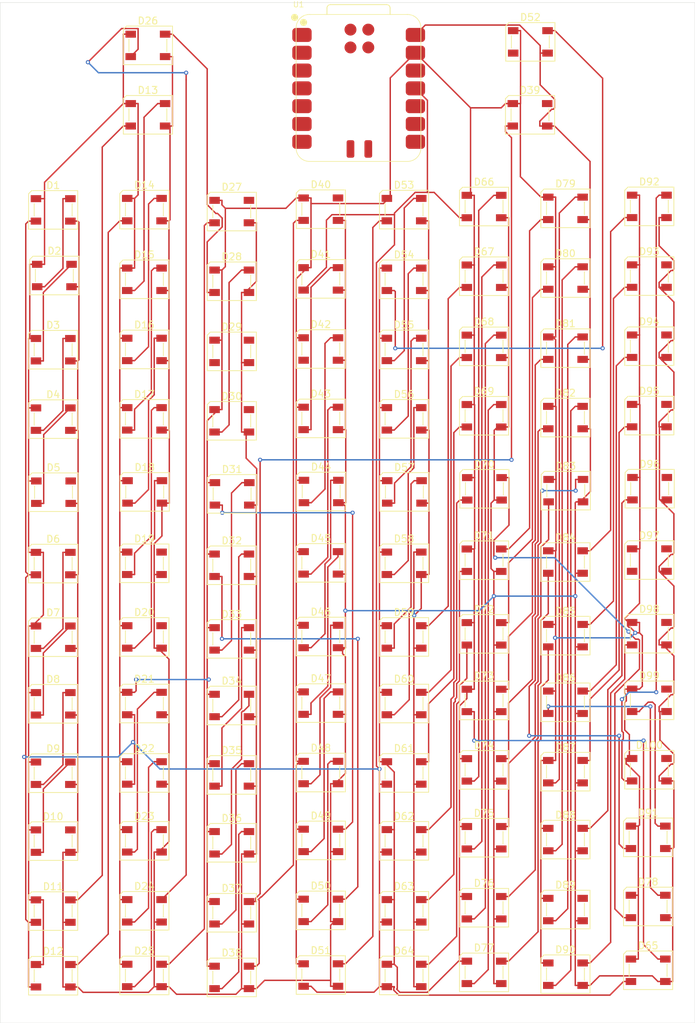
<source format=kicad_pcb>
(kicad_pcb (version 20241229) (generator "pcbnew") (generator_version "9.0")
  (layers (0 "F.Cu" signal) (2 "B.Cu" signal) (13 "F.Paste" user) (15 "B.Paste" user) (5 "F.SilkS" user "F.Silkscreen") (7 "B.SilkS" user "B.Silkscreen") (1 "F.Mask" user) (3 "B.Mask" user) (25 "Edge.Cuts" user))
  (net 0 "")
  (net 1 "/DATA")
  (net 2 "Net-(D1-DOUT)")
  (net 3 "Net-(D2-DOUT)")
  (net 4 "Net-(D3-DOUT)")
  (net 5 "Net-(D4-DOUT)")
  (net 7 "Net-(D6-DOUT)")
  (net 8 "Net-(D7-DOUT)")
  (net 9 "Net-(D8-DOUT)")
  (net 10 "Net-(D10-DIN)")
  (net 12 "Net-(D11-DOUT)")
  (net 13 "Net-(D12-DOUT)")
  (net 14 "Net-(D13-DOUT)")
  (net 15 "Net-(D14-DOUT)")
  (net 16 "Net-(D15-DOUT)")
  (net 17 "Net-(D16-DOUT)")
  (net 18 "Net-(D17-DOUT)")
  (net 19 "Net-(D18-DOUT)")
  (net 22 "Net-(D21-DOUT)")
  (net 23 "Net-(D22-DOUT)")
  (net 24 "Net-(D23-DOUT)")
  (net 25 "Net-(D24-DOUT)")
  (net 26 "Net-(D25-DOUT)")
  (net 27 "Net-(D26-DOUT)")
  (net 29 "Net-(D28-DOUT)")
  (net 33 "Net-(D31-DIN)")
  (net 34 "Net-(D31-DOUT)")
  (net 35 "Net-(D32-DOUT)")
  (net 36 "Net-(D32-DIN)")
  (net 37 "Net-(D33-DOUT)")
  (net 38 "Net-(D34-DOUT)")
  (net 39 "Net-(D35-DOUT)")
  (net 40 "Net-(D36-DOUT)")
  (net 41 "Net-(D37-DOUT)")
  (net 42 "Net-(D38-DOUT)")
  (net 45 "Net-(D41-DOUT)")
  (net 47 "Net-(D42-DOUT)")
  (net 48 "Net-(D43-DOUT)")
  (net 49 "Net-(D44-DOUT)")
  (net 50 "Net-(D45-DOUT)")
  (net 51 "Net-(D46-DOUT)")
  (net 52 "Net-(D47-DOUT)")
  (net 53 "Net-(D48-DOUT)")
  (net 65 "GND")
  (net 66 "VCC")
  (net 67 "Net-(D51-DOUT)")
  (net 68 "Net-(D52-DOUT)")
  (net 70 "Net-(D53-DOUT)")
  (net 71 "Net-(D54-DOUT)")
  (net 72 "Net-(D55-DOUT)")
  (net 73 "Net-(D56-DOUT)")
  (net 74 "Net-(D57-DOUT)")
  (net 75 "Net-(D58-DOUT)")
  (net 76 "Net-(D59-DOUT)")
  (net 77 "Net-(D60-DOUT)")
  (net 78 "Net-(D61-DOUT)")
  (net 79 "Net-(D62-DOUT)")
  (net 80 "Net-(D63-DOUT)")
  (net 81 "Net-(D64-DOUT)")
  (net 82 "Net-(D65-DOUT)")
  (net 83 "Net-(D66-DOUT)")
  (net 84 "Net-(D67-DOUT)")
  (net 85 "Net-(D68-DOUT)")
  (net 86 "Net-(D69-DOUT)")
  (net 87 "Net-(D70-DOUT)")
  (net 88 "Net-(D71-DOUT)")
  (net 89 "Net-(D72-DOUT)")
  (net 90 "Net-(D73-DOUT)")
  (net 91 "Net-(D74-DOUT)")
  (net 92 "Net-(D75-DOUT)")
  (net 93 "Net-(D76-DOUT)")
  (net 94 "Net-(D77-DOUT)")
  (net 95 "Net-(D78-DOUT)")
  (net 96 "Net-(D79-DOUT)")
  (net 97 "Net-(D80-DOUT)")
  (net 98 "Net-(D81-DOUT)")
  (net 99 "Net-(D82-DOUT)")
  (net 100 "Net-(D83-DOUT)")
  (net 101 "Net-(D84-DOUT)")
  (net 102 "Net-(D85-DOUT)")
  (net 103 "Net-(D86-DOUT)")
  (net 104 "Net-(D87-DOUT)")
  (net 105 "Net-(D88-DOUT)")
  (net 107 "Net-(D90-DOUT)")
  (net 108 "Net-(D91-DOUT)")
  (net 109 "Net-(D100-DIN)")
  (footprint "LED_SMD:LED_SK6812_PLCC4_5.0x5.0mm_P3.2mm" (layer "F.Cu") (at 139.45 60.52)
    (property "Reference" "D67")
    (property "Value" "SK6812")
  )
  (footprint "LED_SMD:LED_SK6812_PLCC4_5.0x5.0mm_P3.2mm" (layer "F.Cu") (at 139.45 121.02)
    (property "Reference" "D73")
    (property "Value" "SK6812")
  )
  (footprint "LED_SMD:LED_SK6812_PLCC4_5.0x5.0mm_P3.2mm" (layer "F.Cu") (at 78.05 112)
    (property "Reference" "D7")
    (property "Value" "SK6812")
  )
  (footprint "LED_SMD:LED_SK6812_PLCC4_5.0x5.0mm_P3.2mm" (layer "F.Cu") (at 116.19 140.98)
    (property "Reference" "D49")
    (property "Value" "SK6812")
  )
  (footprint "LED_SMD:LED_SK6812_PLCC4_5.0x5.0mm_P3.2mm" (layer "F.Cu") (at 163 70.5)
    (property "Reference" "D94")
    (property "Value" "SK6812")
  )
  (footprint "LED_SMD:LED_SK6812_PLCC4_5.0x5.0mm_P3.2mm" (layer "F.Cu") (at 116.19 111.9)
    (property "Reference" "D46")
    (property "Value" "SK6812")
  )
  (footprint "LED_SMD:LED_SK6812_PLCC4_5.0x5.0mm_P3.2mm" (layer "F.Cu") (at 103.5 121.74)
    (property "Reference" "D34")
    (property "Value" "SK6812")
  )
  (footprint "LED_SMD:LED_SK6812_PLCC4_5.0x5.0mm_P3.2mm" (layer "F.Cu") (at 91.05 51.02)
    (property "Reference" "D14")
    (property "Value" "SK6812" (hide yes))
  )
  (footprint "LED_SMD:LED_SK6812_PLCC4_5.0x5.0mm_P3.2mm" (layer "F.Cu") (at 128.05 60.96)
    (property "Reference" "D54")
    (property "Value" "SK6812")
  )
  (footprint "LED_SMD:LED_SK6812_PLCC4_5.0x5.0mm_P3.2mm" (layer "F.Cu") (at 151.05 80.68)
    (property "Reference" "D82")
    (property "Value" "SK6812")
  )
  (footprint "Seeed Studio XIAO Series Library:XIAO-RP2040-SMD" (layer "F.Cu") (at 121.5045 33.7302)
    (property "Reference" "U1")
    (property "Value" "XIAO-RP2040-DIP")
  )
  (footprint "LED_SMD:LED_SK6812_PLCC4_5.0x5.0mm_P3.2mm" (layer "F.Cu") (at 116.19 101.4)
    (property "Reference" "D45")
    (property "Value" "SK6812")
  )
  (footprint "LED_SMD:LED_SK6812_PLCC4_5.0x5.0mm_P3.2mm" (layer "F.Cu") (at 103.5 101.74)
    (property "Reference" "D32")
    (property "Value" "SK6812")
  )
  (footprint "LED_SMD:LED_SK6812_PLCC4_5.0x5.0mm_P3.2mm" (layer "F.Cu") (at 91.1 91.28)
    (property "Reference" "D18")
    (property "Value" "SK6812")
  )
  (footprint "LED_SMD:LED_SK6812_PLCC4_5.0x5.0mm_P3.2mm" (layer "F.Cu") (at 103.55 91.56)
    (property "Reference" "D31")
    (property "Value" "SK6812")
  )
  (footprint "LED_SMD:LED_SK6812_PLCC4_5.0x5.0mm_P3.2mm" (layer "F.Cu") (at 128.05 51.02)
    (property "Reference" "D53")
    (property "Value" "SK6812" (hide yes))
  )
  (footprint "LED_SMD:LED_SK6812_PLCC4_5.0x5.0mm_P3.2mm" (layer "F.Cu") (at 139.45 111.52)
    (property "Reference" "D72")
    (property "Value" "SK6812")
  )
  (footprint "LED_SMD:LED_SK6812_PLCC4_5.0x5.0mm_P3.2mm" (layer "F.Cu") (at 91.05 101.46)
    (property "Reference" "D19")
    (property "Value" "SK6812")
  )
  (footprint "LED_SMD:LED_SK6812_PLCC4_5.0x5.0mm_P3.2mm" (layer "F.Cu") (at 78.05 160.28)
    (property "Reference" "D12")
    (property "Value" "SK6812")
  )
  (footprint "LED_SMD:LED_SK6812_PLCC4_5.0x5.0mm_P3.2mm" (layer "F.Cu") (at 151.05 60.78)
    (property "Reference" "D80")
    (property "Value" "SK6812")
  )
  (footprint "LED_SMD:LED_SK6812_PLCC4_5.0x5.0mm_P3.2mm" (layer "F.Cu") (at 91.55 27.6)
    (property "Reference" "D26")
    (property "Value" "SK6812")
  )
  (footprint "LED_SMD:LED_SK6812_PLCC4_5.0x5.0mm_P3.2mm" (layer "F.Cu") (at 103.5 71.24)
    (property "Reference" "D29")
    (property "Value" "SK6812")
  )
  (footprint "LED_SMD:LED_SK6812_PLCC4_5.0x5.0mm_P3.2mm" (layer "F.Cu") (at 116.19 70.9)
    (property "Reference" "D42")
    (property "Value" "SK6812")
  )
  (footprint "LED_SMD:LED_SK6812_PLCC4_5.0x5.0mm_P3.2mm" (layer "F.Cu") (at 128.05 70.96)
    (property "Reference" "D55")
    (property "Value" "SK6812")
  )
  (footprint "LED_SMD:LED_SK6812_PLCC4_5.0x5.0mm_P3.2mm" (layer "F.Cu") (at 116.19 131.3)
    (property "Reference" "D48")
    (property "Value" "SK6812")
  )
  (footprint "LED_SMD:LED_SK6812_PLCC4_5.0x5.0mm_P3.2mm" (layer "F.Cu") (at 151.05 121.28)
    (property "Reference" "D86")
    (property "Value" "SK6812")
  )
  (footprint "LED_SMD:LED_SK6812_PLCC4_5.0x5.0mm_P3.2mm" (layer "F.Cu") (at 162.83 140.54)
    (property "Reference" "D91")
    (property "Value" "SK6812")
  )
  (footprint "LED_SMD:LED_SK6812_PLCC4_5.0x5.0mm_P3.2mm" (layer "F.Cu") (at 128.05 111.96)
    (property "Reference" "D59")
    (property "Value" "SK6812")
  )
  (footprint "LED_SMD:LED_SK6812_PLCC4_5.0x5.0mm_P3.2mm" (layer "F.Cu") (at 103.5 160.52)
    (property "Reference" "D38")
    (property "Value" "SK6812")
  )
  (footprint "LED_SMD:LED_SK6812_PLCC4_5.0x5.0mm_P3.2mm" (layer "F.Cu") (at 139.45 159.8)
    (property "Reference" "D77")
    (property "Value" "SK6812")
  )
  (footprint "LED_SMD:LED_SK6812_PLCC4_5.0x5.0mm_P3.2mm" (layer "F.Cu") (at 78.22 60.42)
    (property "Reference" "D2")
    (property "Value" "SK6812")
  )
  (footprint "LED_SMD:LED_SK6812_PLCC4_5.0x5.0mm_P3.2mm" (layer "F.Cu") (at 78.05 131.4)
    (property "Reference" "D9")
    (property "Value" "SK6812")
  )
  (footprint "LED_SMD:LED_SK6812_PLCC4_5.0x5.0mm_P3.2mm" (layer "F.Cu") (at 116.19 150.96)
    (property "Reference" "D50")
    (property "Value" "SK6812")
  )
  (footprint "LED_SMD:LED_SK6812_PLCC4_5.0x5.0mm_P3.2mm" (layer "F.Cu") (at 128.05 131.36)
    (property "Reference" "D61")
    (property "Value" "SK6812")
  )
  (footprint "LED_SMD:LED_SK6812_PLCC4_5.0x5.0mm_P3.2mm" (layer "F.Cu") (at 128.05 101.46)
    (property "Reference" "D58")
    (property "Value" "SK6812")
  )
  (footprint "LED_SMD:LED_SK6812_PLCC4_5.0x5.0mm_P3.2mm" (layer "F.Cu") (at 91.05 160.24)
    (property "Reference" "D25")
    (property "Value" "SK6812")
  )
  (footprint "LED_SMD:LED_SK6812_PLCC4_5.0x5.0mm_P3.2mm" (layer "F.Cu") (at 78.1 91.32)
    (property "Reference" "D5")
    (property "Value" "SK6812")
  )
  (footprint "LED_SMD:LED_SK6812_PLCC4_5.0x5.0mm_P3.2mm" (layer "F.Cu") (at 139.45 50.58)
    (property "Reference" "D66")
    (property "Value" "SK6812" (hide yes))
  )
  (footprint "LED_SMD:LED_SK6812_PLCC4_5.0x5.0mm_P3.2mm" (layer "F.Cu") (at 163.05 90.82)
    (property "Reference" "D96")
    (property "Value" "SK6812")
  )
  (footprint "LED_SMD:LED_SK6812_PLCC4_5.0x5.0mm_P3.2mm" (layer "F.Cu") (at 103.5 141.32)
    (property "Reference" "D36")
    (property "Value" "SK6812")
  )
  (footprint "LED_SMD:LED_SK6812_PLCC4_5.0x5.0mm_P3.2mm" (layer "F.Cu") (at 78.05 51.06)
    (property "Reference" "D1")
    (property "Value" "SK6812" (hide yes))
  )
  (footprint "LED_SMD:LED_SK6812_PLCC4_5.0x5.0mm_P3.2mm" (layer "F.Cu") (at 146.05 27.1)
    (property "Reference" "D52")
    (property "Value" "SK6812")
  )
  (footprint "LED_SMD:LED_SK6812_PLCC4_5.0x5.0mm_P3.2mm" (layer "F.Cu") (at 128.05 141.04)
    (property "Reference" "D62")
    (property "Value" "SK6812")
  )
  (footprint "LED_SMD:LED_SK6812_PLCC4_5.0x5.0mm_P3.2mm" (layer "F.Cu") (at 103.5 51.3)
    (property "Reference" "D27")
    (property "Value" "SK6812" (hide yes))
  )
  (footprint "LED_SMD:LED_SK6812_PLCC4_5.0x5.0mm_P3.2mm" (layer "F.Cu") (at 163 80.4)
    (property "Reference" "D95")
    (property "Value" "SK6812")
  )
  (footprint "LED_SMD:LED_SK6812_PLCC4_5.0x5.0mm_P3.2mm" (layer "F.Cu") (at 116.19 50.96)
    (property "Reference" "D40")
    (property "Value" "SK6812" (hide yes))
  )
  (footprint "LED_SMD:LED_SK6812_PLCC4_5.0x5.0mm_P3.2mm" (layer "F.Cu") (at 103.5 151.3)
    (property "Reference" "D37")
    (property "Value" "SK6812")
  )
  (footprint "LED_SMD:LED_SK6812_PLCC4_5.0x5.0mm_P3.2mm" (layer "F.Cu") (at 151.1 91.1)
    (property "Reference" "D83")
    (property "Value" "SK6812")
  )
  (footprint "LED_SMD:LED_SK6812_PLCC4_5.0x5.0mm_P3.2mm" (layer "F.Cu") (at 151.05 150.84)
    (property "Reference" "D89")
    (property "Value" "SK6812")
  )
  (footprint "LED_SMD:LED_SK6812_PLCC4_5.0x5.0mm_P3.2mm" (layer "F.Cu") (at 91.05 60.96)
    (property "Reference" "D15")
    (property "Value" "SK6812")
  )
  (footprint "LED_SMD:LED_SK6812_PLCC4_5.0x5.0mm_P3.2mm" (layer "F.Cu") (at 103.5 81.14)
    (property "Reference" "D30")
    (property "Value" "SK6812")
  )
  (footprint "LED_SMD:LED_SK6812_PLCC4_5.0x5.0mm_P3.2mm" (layer "F.Cu") (at 128.05 160.24)
    (property "Reference" "D64")
    (property "Value" "SK6812")
  )
  (footprint "LED_SMD:LED_SK6812_PLCC4_5.0x5.0mm_P3.2mm" (layer "F.Cu") (at 151.05 140.86)
    (property "Reference" "D88")
    (property "Value" "SK6812")
  )
  (footprint "LED_SMD:LED_SK6812_PLCC4_5.0x5.0mm_P3.2mm" (layer "F.Cu") (at 139.45 80.42)
    (property "Reference" "D69")
    (property "Value" "SK6812")
  )
  (footprint "LED_SMD:LED_SK6812_PLCC4_5.0x5.0mm_P3.2mm" (layer "F.Cu") (at 91.05 111.96)
    (property "Reference" "D20")
    (property "Value" "SK6812")
  )
  (footprint "LED_SMD:LED_SK6812_PLCC4_5.0x5.0mm_P3.2mm" (layer "F.Cu") (at 128.05 121.46)
    (property "Reference" "D60")
    (property "Value" "SK6812")
  )
  (footprint "LED_SMD:LED_SK6812_PLCC4_5.0x5.0mm_P3.2mm" (layer "F.Cu") (at 128.05 151.02)
    (property "Reference" "D63")
    (property "Value" "SK6812")
  )
  (footprint "LED_SMD:LED_SK6812_PLCC4_5.0x5.0mm_P3.2mm" (layer "F.Cu") (at 163 60.5)
    (property "Reference" "D93")
    (property "Value" "SK6812")
  )
  (footprint "LED_SMD:LED_SK6812_PLCC4_5.0x5.0mm_P3.2mm" (layer "F.Cu") (at 151.05 50.84)
    (property "Reference" "D79")
    (property "Value" "SK6812" (hide yes))
  )
  (footprint "LED_SMD:LED_SK6812_PLCC4_5.0x5.0mm_P3.2mm" (layer "F.Cu") (at 116.19 80.8)
    (property "Reference" "D43")
    (property "Value" "SK6812")
  )
  (footprint "LED_SMD:LED_SK6812_PLCC4_5.0x5.0mm_P3.2mm" (layer "F.Cu") (at 78.05 151.06)
    (property "Reference" "D11")
    (property "Value" "SK6812")
  )
  (footprint "LED_SMD:LED_SK6812_PLCC4_5.0x5.0mm_P3.2mm" (layer "F.Cu") (at 151.05 111.78)
    (property "Reference" "D85")
    (property "Value" "SK6812")
  )
  (footprint "LED_SMD:LED_SK6812_PLCC4_5.0x5.0mm_P3.2mm" (layer "F.Cu") (at 91.05 80.86)
    (property "Reference" "D17")
    (property "Value" "SK6812")
  )
  (footprint "LED_SMD:LED_SK6812_PLCC4_5.0x5.0mm_P3.2mm" (layer "F.Cu") (at 162.83 159.5)
    (property "Reference" "D65")
    (property "Value" "SK6812")
  )
  (footprint "LED_SMD:LED_SK6812_PLCC4_5.0x5.0mm_P3.2mm" (layer "F.Cu") (at 103.5 112.24)
    (property "Reference" "D33")
    (property "Value" "SK6812")
  )
  (footprint "LED_SMD:LED_SK6812_PLCC4_5.0x5.0mm_P3.2mm" (layer "F.Cu") (at 139.45 70.52)
    (property "Reference" "D68")
    (property "Value" "SK6812")
  )
  (footprint "LED_SMD:LED_SK6812_PLCC4_5.0x5.0mm_P3.2mm" (layer "F.Cu") (at 139.5 90.84)
    (property "Reference" "D70")
    (property "Value" "SK6812")
  )
  (footprint "LED_SMD:LED_SK6812_PLCC4_5.0x5.0mm_P3.2mm" (layer "F.Cu") (at 163 50.56)
    (property "Reference" "D92")
    (property "Value" "SK6812" (hide yes))
  )
  (footprint "LED_SMD:LED_SK6812_PLCC4_5.0x5.0mm_P3.2mm" (layer "F.Cu") (at 78.05 121.5)
    (property "Reference" "D8")
    (property "Value" "SK6812")
  )
  (footprint "LED_SMD:LED_SK6812_PLCC4_5.0x5.0mm_P3.2mm" (layer "F.Cu") (at 151.05 131.18)
    (property "Reference" "D87")
    (property "Value" "SK6812")
  )
  (footprint "LED_SMD:LED_SK6812_PLCC4_5.0x5.0mm_P3.2mm" (layer "F.Cu") (at 163 130.9)
    (property "Reference" "D100")
    (property "Value" "SK6812")
  )
  (footprint "LED_SMD:LED_SK6812_PLCC4_5.0x5.0mm_P3.2mm" (layer "F.Cu") (at 78.05 80.9)
    (property "Reference" "D4")
    (property "Value" "SK6812")
  )
  (footprint "LED_SMD:LED_SK6812_PLCC4_5.0x5.0mm_P3.2mm" (layer "F.Cu") (at 91.05 121.46)
    (property "Reference" "D21")
    (property "Value" "SK6812")
  )
  (footprint "LED_SMD:LED_SK6812_PLCC4_5.0x5.0mm_P3.2mm" (layer "F.Cu") (at 139.45 130.92)
    (property "Reference" "D74")
    (property "Value" "SK6812")
  )
  (footprint "LED_SMD:LED_SK6812_PLCC4_5.0x5.0mm_P3.2mm" (layer "F.Cu") (at 146 37.5)
    (property "Reference" "D39")
    (property "Value" "SK6812")
  )
  (footprint "LED_SMD:LED_SK6812_PLCC4_5.0x5.0mm_P3.2mm" (layer "F.Cu") (at 163 121)
    (property "Reference" "D99")
    (property "Value" "SK6812")
  )
  (footprint "LED_SMD:LED_SK6812_PLCC4_5.0x5.0mm_P3.2mm" (layer "F.Cu") (at 116.19 160.18)
    (property "Reference" "D51")
    (property "Value" "SK6812")
  )
  (footprint "LED_SMD:LED_SK6812_PLCC4_5.0x5.0mm_P3.2mm" (layer "F.Cu") (at 163 111.5)
    (property "Reference" "D98")
    (property "Value" "SK6812")
  )
  (footprint "LED_SMD:LED_SK6812_PLCC4_5.0x5.0mm_P3.2mm" (layer "F.Cu") (at 128.1 91.28)
    (property "Reference" "D57")
    (property "Value" "SK6812")
  )
  (footprint "LED_SMD:LED_SK6812_PLCC4_5.0x5.0mm_P3.2mm" (layer "F.Cu") (at 103.5 131.64)
    (property "Reference" "D35")
    (property "Value" "SK6812")
  )
  (footprint "LED_SMD:LED_SK6812_PLCC4_5.0x5.0mm_P3.2mm" (layer "F.Cu") (at 91.55 37.5)
    (property "Reference" "D13")
    (property "Value" "SK6812")
  )
  (footprint "LED_SMD:LED_SK6812_PLCC4_5.0x5.0mm_P3.2mm" (layer "F.Cu") (at 151.05 101.28)
    (property "Reference" "D84")
    (property "Value" "SK6812")
  )
  (footprint "LED_SMD:LED_SK6812_PLCC4_5.0x5.0mm_P3.2mm" (layer "F.Cu") (at 151.05 160.06)
    (property "Reference" "D90")
    (property "Value" "SK6812")
  )
  (footprint "LED_SMD:LED_SK6812_PLCC4_5.0x5.0mm_P3.2mm" (layer "F.Cu") (at 103.5 61.24)
    (property "Reference" "D28")
    (property "Value" "SK6812")
  )
  (footprint "LED_SMD:LED_SK6812_PLCC4_5.0x5.0mm_P3.2mm" (layer "F.Cu") (at 91.05 131.36)
    (property "Reference" "D22")
    (property "Value" "SK6812")
  )
  (footprint "LED_SMD:LED_SK6812_PLCC4_5.0x5.0mm_P3.2mm" (layer "F.Cu") (at 128.05 80.86)
    (property "Reference" "D56")
    (property "Value" "SK6812")
  )
  (footprint "LED_SMD:LED_SK6812_PLCC4_5.0x5.0mm_P3.2mm" (layer "F.Cu") (at 162.83 150.4)
    (property "Reference" "D78")
    (property "Value" "SK6812")
  )
  (footprint "LED_SMD:LED_SK6812_PLCC4_5.0x5.0mm_P3.2mm" (layer "F.Cu") (at 91.05 151.02)
    (property "Reference" "D24")
    (property "Value" "SK6812")
  )
  (footprint "LED_SMD:LED_SK6812_PLCC4_5.0x5.0mm_P3.2mm" (layer "F.Cu") (at 91.05 70.96)
    (property "Reference" "D16")
    (property "Value" "SK6812")
  )
  (footprint "LED_SMD:LED_SK6812_PLCC4_5.0x5.0mm_P3.2mm" (layer "F.Cu") (at 116.24 91.22)
    (property "Reference" "D44")
    (property "Value" "SK6812")
  )
  (footprint "LED_SMD:LED_SK6812_PLCC4_5.0x5.0mm_P3.2mm" (layer "F.Cu") (at 139.45 140.6)
    (property "Reference" "D75")
    (property "Value" "SK6812")
  )
  (footprint "LED_SMD:LED_SK6812_PLCC4_5.0x5.0mm_P3.2mm" (layer "F.Cu") (at 139.45 101.02)
    (property "Reference" "D71")
    (property "Value" "SK6812")
  )
  (footprint "LED_SMD:LED_SK6812_PLCC4_5.0x5.0mm_P3.2mm" (layer "F.Cu") (at 91.05 141.04)
    (property "Reference" "D23")
    (property "Value" "SK6812")
  )
  (footprint "LED_SMD:LED_SK6812_PLCC4_5.0x5.0mm_P3.2mm" (layer "F.Cu") (at 116.19 60.9)
    (property "Reference" "D41")
    (property "Value" "SK6812")
  )
  (footprint "LED_SMD:LED_SK6812_PLCC4_5.0x5.0mm_P3.2mm" (layer "F.Cu") (at 78.05 71)
    (property "Reference" "D3")
    (property "Value" "SK6812")
  )
  (footprint "LED_SMD:LED_SK6812_PLCC4_5.0x5.0mm_P3.2mm" (layer "F.Cu") (at 116.19 121.4)
    (property "Reference" "D47")
    (property "Value" "SK6812")
  )
  (footprint "LED_SMD:LED_SK6812_PLCC4_5.0x5.0mm_P3.2mm" (layer "F.Cu") (at 139.45 150.58)
    (property "Reference" "D76")
    (property "Value" "SK6812")
  )
  (footprint "LED_SMD:LED_SK6812_PLCC4_5.0x5.0mm_P3.2mm" (layer "F.Cu") (at 151.05 70.78)
    (property "Reference" "D81")
    (property "Value" "SK6812")
  )
  (footprint "LED_SMD:LED_SK6812_PLCC4_5.0x5.0mm_P3.2mm" (layer "F.Cu") (at 78.05 101.5)
    (property "Reference" "D6")
    (property "Value" "SK6812")
  )
  (footprint "LED_SMD:LED_SK6812_PLCC4_5.0x5.0mm_P3.2mm" (layer "F.Cu") (at 78.05 141.08)
    (property "Reference" "D10")
    (property "Value" "SK6812")
  )
  (footprint "LED_SMD:LED_SK6812_PLCC4_5.0x5.0mm_P3.2mm" (layer "F.Cu") (at 163 101)
    (property "Reference" "D97")
    (property "Value" "SK6812")
  )
  (gr_rect (start 70.5 21.5) (end 169.5 167) (stroke (width 0.05)) (fill no) (layer "Edge.Cuts"))
  (segment (start 88.6 132.96) (end 89.6517 132.96) (width 0.2) (layer "F.Cu") (net 1))
  (segment (start 116.9899 52.5313) (end 117.7756 51.7456) (width 0.2) (layer "F.Cu") (net 1))
  (segment (start 116.9899 59.2501) (end 116.9899 52.5313) (width 0.2) (layer "F.Cu") (net 1))
  (segment (start 160.38 161.1) (end 159.3283 161.1) (width 0.2) (layer "F.Cu") (net 1))
  (segment (start 75.6 152.66) (end 74.5483 152.66) (width 0.2) (layer "F.Cu") (net 1))
  (segment (start 113.74 161.78) (end 114.7917 161.78) (width 0.2) (layer "F.Cu") (net 1))
  (segment (start 126.6867 51.7456) (end 126.6867 51.515) (width 0.2) (layer "F.Cu") (net 1))
  (segment (start 74.5483 103.1) (end 74.1466 103.5017) (width 0.2) (layer "F.Cu") (net 1))
  (segment (start 74.1466 129.0722) (end 74.1466 152.2583) (width 0.2) (layer "F.Cu") (net 1))
  (segment (start 124.5483 142.6415) (end 124.5483 152.62) (width 0.2) (layer "F.Cu") (net 1))
  (segment (start 137 52.18) (end 135.9483 52.18) (width 0.2) (layer "F.Cu") (net 1))
  (segment (start 75.0742 161.88) (end 75.6 161.88) (width 0.2) (layer "F.Cu") (net 1))
  (segment (start 131.3802 48.5656) (end 132.3339 48.5656) (width 0.2) (layer "F.Cu") (net 1))
  (segment (start 125.6 161.84) (end 126.6517 161.84) (width 0.2) (layer "F.Cu") (net 1))
  (segment (start 114.7917 161.78) (end 115.6378 162.6261) (width 0.2) (layer "F.Cu") (net 1))
  (segment (start 127.2871 163.0434) (end 157.3849 163.0434) (width 0.2) (layer "F.Cu") (net 1))
  (segment (start 126.6867 51.515) (end 129.6361 48.5656) (width 0.2) (layer "F.Cu") (net 1))
  (segment (start 126.6867 56.041) (end 126.6867 51.7456) (width 0.2) (layer "F.Cu") (net 1))
  (segment (start 125.6 152.62) (end 124.5483 152.62) (width 0.2) (layer "F.Cu") (net 1))
  (segment (start 74.1466 129.0722) (end 73.916 129.0722) (width 0.2) (layer "F.Cu") (net 1))
  (segment (start 124.5498 142.64) (end 124.5483 142.64) (width 0.2) (layer "F.Cu") (net 1))
  (segment (start 125.6 132.96) (end 124.5483 132.96) (width 0.2) (layer "F.Cu") (net 1))
  (segment (start 75.0742 161.88) (end 74.5483 161.88) (width 0.2) (layer "F.Cu") (net 1))
  (segment (start 124.5483 130.7959) (end 124.5483 132.96) (width 0.2) (layer "F.Cu") (net 1))
  (segment (start 131.3802 35.4409) (end 131.3802 48.5656) (width 0.2) (layer "F.Cu") (net 1))
  (segment (start 123.7622 162.6261) (end 124.5483 161.84) (width 0.2) (layer "F.Cu") (net 1))
  (segment (start 132.3339 48.5656) (end 135.9483 52.18) (width 0.2) (layer "F.Cu") (net 1))
  (segment (start 113.74 62.5) (end 116.9899 59.2501) (width 0.2) (layer "F.Cu") (net 1))
  (segment (start 129.6361 48.5656) (end 131.3802 48.5656) (width 0.2) (layer "F.Cu") (net 1))
  (segment (start 115.6378 162.6261) (end 123.7622 162.6261) (width 0.2) (layer "F.Cu") (net 1))
  (segment (start 124.1179 58.6098) (end 126.6867 56.041) (width 0.2) (layer "F.Cu") (net 1))
  (segment (start 157.3849 163.0434) (end 159.3283 161.1) (width 0.2) (layer "F.Cu") (net 1))
  (segment (start 88.6 123.06) (end 89.6517 123.06) (width 0.2) (layer "F.Cu") (net 1))
  (segment (start 126.6678 161.9387) (end 126.5914 162.0151) (width 0.2) (layer "F.Cu") (net 1))
  (segment (start 74.5483 52.66) (end 74.1466 53.0617) (width 0.2) (layer "F.Cu") (net 1))
  (segment (start 74.1466 102.6983) (end 74.5483 103.1) (width 0.2) (layer "F.Cu") (net 1))
  (segment (start 74.1466 103.5017) (end 74.1466 129.0722) (width 0.2) (layer "F.Cu") (net 1))
  (segment (start 74.5483 152.66) (end 74.5483 161.88) (width 0.2) (layer "F.Cu") (net 1))
  (segment (start 124.5483 130.7959) (end 124.1179 130.3655) (width 0.2) (layer "F.Cu") (net 1))
  (segment (start 129.6695 33.7302) (end 131.3802 35.4409) (width 0.2) (layer "F.Cu") (net 1))
  (segment (start 124.5483 132.96) (end 124.5483 142.64) (width 0.2) (layer "F.Cu") (net 1))
  (segment (start 126.5914 162.3477) (end 127.2871 163.0434) (width 0.2) (layer "F.Cu") (net 1))
  (segment (start 124.6492 142.64) (end 124.5498 142.64) (width 0.2) (layer "F.Cu") (net 1))
  (segment (start 125.6 161.84) (end 124.5483 161.84) (width 0.2) (layer "F.Cu") (net 1))
  (segment (start 126.5914 162.0151) (end 126.5914 162.3477) (width 0.2) (layer "F.Cu") (net 1))
  (segment (start 74.1466 53.0617) (end 74.1466 102.6983) (width 0.2) (layer "F.Cu") (net 1))
  (segment (start 124.1179 130.3655) (end 124.1179 58.6098) (width 0.2) (layer "F.Cu") (net 1))
  (segment (start 117.7756 51.7456) (end 126.6867 51.7456) (width 0.2) (layer "F.Cu") (net 1))
  (segment (start 75.6 103.1) (end 74.5483 103.1) (width 0.2) (layer "F.Cu") (net 1))
  (segment (start 125.6 142.64) (end 124.6492 142.64) (width 0.2) (layer "F.Cu") (net 1))
  (segment (start 74.1466 152.2583) (end 74.5483 152.66) (width 0.2) (layer "F.Cu") (net 1))
  (segment (start 89.6517 126.9577) (end 89.6517 132.96) (width 0.2) (layer "F.Cu") (net 1))
  (segment (start 75.6 52.66) (end 74.5483 52.66) (width 0.2) (layer "F.Cu") (net 1))
  (segment (start 89.6517 123.06) (end 89.6517 126.9577) (width 0.2) (layer "F.Cu") (net 1))
  (segment (start 124.5498 142.64) (end 124.5483 142.6415) (width 0.2) (layer "F.Cu") (net 1))
  (segment (start 89.4261 126.9577) (end 89.6517 126.9577) (width 0.2) (layer "F.Cu") (net 1))
  (segment (start 124.5483 161.84) (end 124.5483 152.62) (width 0.2) (layer "F.Cu") (net 1))
  (segment (start 126.6678 161.8561) (end 126.6678 161.9387) (width 0.2) (layer "F.Cu") (net 1))
  (segment (start 126.6517 161.84) (end 126.6678 161.8561) (width 0.2) (layer "F.Cu") (net 1))
  (via (at 124.5483 130.7959) (size 0.6) (drill 0.3) (layers "F.Cu" "B.Cu") (net 1))
  (via (at 73.916 129.0722) (size 0.6) (drill 0.3) (layers "F.Cu" "B.Cu") (net 1))
  (via (at 89.4261 126.9577) (size 0.6) (drill 0.3) (layers "F.Cu" "B.Cu") (net 1))
  (segment (start 93.2643 130.7959) (end 124.5483 130.7959) (width 0.2) (layer "B.Cu") (net 1))
  (segment (start 73.916 129.0722) (end 87.3116 129.0722) (width 0.2) (layer "B.Cu") (net 1))
  (segment (start 89.4261 126.9577) (end 93.2643 130.7959) (width 0.2) (layer "B.Cu") (net 1))
  (segment (start 87.3116 129.0722) (end 89.4261 126.9577) (width 0.2) (layer "B.Cu") (net 1))
  (segment (start 75.77 62.02) (end 76.8217 62.02) (width 0.2) (layer "F.Cu") (net 2))
  (segment (start 76.8217 62.02) (end 79.4483 59.3934) (width 0.2) (layer "F.Cu") (net 2))
  (segment (start 79.4483 59.3934) (end 79.4483 49.46) (width 0.2) (layer "F.Cu") (net 2))
  (segment (start 80.5 49.46) (end 79.4483 49.46) (width 0.2) (layer "F.Cu") (net 2))
  (segment (start 76.6517 72.6) (end 76.6517 62.8383) (width 0.2) (layer "F.Cu") (net 3))
  (segment (start 76.6517 62.8383) (end 80.67 58.82) (width 0.2) (layer "F.Cu") (net 3))
  (segment (start 75.6 72.6) (end 76.6517 72.6) (width 0.2) (layer "F.Cu") (net 3))
  (segment (start 75.6 82.5) (end 76.6517 82.5) (width 0.2) (layer "F.Cu") (net 4))
  (segment (start 80.5 69.4) (end 79.4483 69.4) (width 0.2) (layer "F.Cu") (net 4))
  (segment (start 79.4483 79.7034) (end 76.6517 82.5) (width 0.2) (layer "F.Cu") (net 4))
  (segment (start 79.4483 69.4) (end 79.4483 79.7034) (width 0.2) (layer "F.Cu") (net 4))
  (segment (start 80.5 79.3) (end 76.7017 83.0983) (width 0.2) (layer "F.Cu") (net 5))
  (segment (start 76.7017 83.0983) (end 76.7017 92.92) (width 0.2) (layer "F.Cu") (net 5))
  (segment (start 75.65 92.92) (end 76.7017 92.92) (width 0.2) (layer "F.Cu") (net 5))
  (segment (start 79.4483 110.8034) (end 76.6517 113.6) (width 0.2) (layer "F.Cu") (net 7))
  (segment (start 79.4483 99.9) (end 79.4483 110.8034) (width 0.2) (layer "F.Cu") (net 7))
  (segment (start 80.5 99.9) (end 79.4483 99.9) (width 0.2) (layer "F.Cu") (net 7))
  (segment (start 75.6 113.6) (end 76.6517 113.6) (width 0.2) (layer "F.Cu") (net 7))
  (segment (start 76.6517 114.2483) (end 76.6517 123.1) (width 0.2) (layer "F.Cu") (net 8))
  (segment (start 80.5 110.4) (end 76.6517 114.2483) (width 0.2) (layer "F.Cu") (net 8))
  (segment (start 75.6 123.1) (end 76.6517 123.1) (width 0.2) (layer "F.Cu") (net 8))
  (segment (start 75.6 133) (end 76.6517 133) (width 0.2) (layer "F.Cu") (net 9))
  (segment (start 79.4483 119.9) (end 79.4483 130.2034) (width 0.2) (layer "F.Cu") (net 9))
  (segment (start 79.4483 130.2034) (end 76.6517 133) (width 0.2) (layer "F.Cu") (net 9))
  (segment (start 80.5 119.9) (end 79.4483 119.9) (width 0.2) (layer "F.Cu") (net 9))
  (segment (start 76.6517 133.6483) (end 76.6517 142.68) (width 0.2) (layer "F.Cu") (net 10))
  (segment (start 80.5 129.8) (end 76.6517 133.6483) (width 0.2) (layer "F.Cu") (net 10))
  (segment (start 75.6 142.68) (end 76.6517 142.68) (width 0.2) (layer "F.Cu") (net 10))
  (segment (start 85.0447 42.1036) (end 85.0447 145.967) (width 0.2) (layer "F.Cu") (net 12))
  (segment (start 80.5 149.46) (end 81.5517 149.46) (width 0.2) (layer "F.Cu") (net 12))
  (segment (start 88.0483 39.1) (end 85.0447 42.1036) (width 0.2) (layer "F.Cu") (net 12))
  (segment (start 85.0447 145.967) (end 81.5517 149.46) (width 0.2) (layer "F.Cu") (net 12))
  (segment (start 89.1 39.1) (end 88.0483 39.1) (width 0.2) (layer "F.Cu") (net 12))
  (segment (start 80.5 158.68) (end 81.5517 158.68) (width 0.2) (layer "F.Cu") (net 13))
  (segment (start 88.6 52.62) (end 87.5483 52.62) (width 0.2) (layer "F.Cu") (net 13))
  (segment (start 87.5483 52.62) (end 85.8976 54.2707) (width 0.2) (layer "F.Cu") (net 13))
  (segment (start 85.8976 54.2707) (end 85.8976 154.3341) (width 0.2) (layer "F.Cu") (net 13))
  (segment (start 85.8976 154.3341) (end 81.5517 158.68) (width 0.2) (layer "F.Cu") (net 13))
  (segment (start 90.9998 37.8485) (end 90.9998 61.2119) (width 0.2) (layer "F.Cu") (net 14))
  (segment (start 88.6 62.56) (end 89.6517 62.56) (width 0.2) (layer "F.Cu") (net 14))
  (segment (start 90.9998 61.2119) (end 89.6517 62.56) (width 0.2) (layer "F.Cu") (net 14))
  (segment (start 94 35.9) (end 92.9483 35.9) (width 0.2) (layer "F.Cu") (net 14))
  (segment (start 92.9483 35.9) (end 90.9998 37.8485) (width 0.2) (layer "F.Cu") (net 14))
  (segment (start 93.5 49.42) (end 92.4483 49.42) (width 0.2) (layer "F.Cu") (net 15))
  (segment (start 91.6449 50.2234) (end 92.4483 49.42) (width 0.2) (layer "F.Cu") (net 15))
  (segment (start 89.6517 72.56) (end 91.6449 70.5668) (width 0.2) (layer "F.Cu") (net 15))
  (segment (start 91.6449 70.5668) (end 91.6449 50.2234) (width 0.2) (layer "F.Cu") (net 15))
  (segment (start 88.6 72.56) (end 89.6517 72.56) (width 0.2) (layer "F.Cu") (net 15))
  (segment (start 92.0466 77.0972) (end 89.6517 79.4921) (width 0.2) (layer "F.Cu") (net 16))
  (segment (start 93.5 59.36) (end 92.4483 59.36) (width 0.2) (layer "F.Cu") (net 16))
  (segment (start 89.6517 79.4921) (end 89.6517 82.46) (width 0.2) (layer "F.Cu") (net 16))
  (segment (start 88.6 82.46) (end 89.6517 82.46) (width 0.2) (layer "F.Cu") (net 16))
  (segment (start 92.0466 59.7617) (end 92.0466 77.0972) (width 0.2) (layer "F.Cu") (net 16))
  (segment (start 92.4483 59.36) (end 92.0466 59.7617) (width 0.2) (layer "F.Cu") (net 16))
  (segment (start 92.4483 77.4419) (end 91.6449 78.2453) (width 0.2) (layer "F.Cu") (net 17))
  (segment (start 91.6449 90.9368) (end 89.7017 92.88) (width 0.2) (layer "F.Cu") (net 17))
  (segment (start 92.4483 69.36) (end 92.4483 77.4419) (width 0.2) (layer "F.Cu") (net 17))
  (segment (start 91.6449 78.2453) (end 91.6449 90.9368) (width 0.2) (layer "F.Cu") (net 17))
  (segment (start 88.65 92.88) (end 89.7017 92.88) (width 0.2) (layer "F.Cu") (net 17))
  (segment (start 93.5 69.36) (end 92.4483 69.36) (width 0.2) (layer "F.Cu") (net 17))
  (segment (start 88.6 103.06) (end 89.6517 103.06) (width 0.2) (layer "F.Cu") (net 18))
  (segment (start 89.6517 100.0241) (end 89.6517 103.06) (width 0.2) (layer "F.Cu") (net 18))
  (segment (start 92.0466 79.6617) (end 92.0466 97.6292) (width 0.2) (layer "F.Cu") (net 18))
  (segment (start 92.0466 97.6292) (end 89.6517 100.0241) (width 0.2) (layer "F.Cu") (net 18))
  (segment (start 92.4483 79.26) (end 92.0466 79.6617) (width 0.2) (layer "F.Cu") (net 18))
  (segment (start 93.5 79.26) (end 92.4483 79.26) (width 0.2) (layer "F.Cu") (net 18))
  (segment (start 93.55 89.68) (end 92.4983 89.68) (width 0.2) (layer "F.Cu") (net 19))
  (segment (start 88.6 113.56) (end 89.6517 113.56) (width 0.2) (layer "F.Cu") (net 19))
  (segment (start 92.4983 97.9452) (end 92.0466 98.3969) (width 0.2) (layer "F.Cu") (net 19))
  (segment (start 92.0466 98.3969) (end 92.0466 111.1651) (width 0.2) (layer "F.Cu") (net 19))
  (segment (start 92.4983 89.68) (end 92.4983 97.9452) (width 0.2) (layer "F.Cu") (net 19))
  (segment (start 92.0466 111.1651) (end 89.6517 113.56) (width 0.2) (layer "F.Cu") (net 19))
  (segment (start 93.5 119.86) (end 92.4483 119.86) (width 0.2) (layer "F.Cu") (net 22))
  (segment (start 90.0534 122.2549) (end 92.4483 119.86) (width 0.2) (layer "F.Cu") (net 22))
  (segment (start 89.6517 142.64) (end 90.0534 142.2383) (width 0.2) (layer "F.Cu") (net 22))
  (segment (start 88.6 142.64) (end 89.6517 142.64) (width 0.2) (layer "F.Cu") (net 22))
  (segment (start 90.0534 142.2383) (end 90.0534 122.2549) (width 0.2) (layer "F.Cu") (net 22))
  (segment (start 92.4483 129.76) (end 91.6449 130.5634) (width 0.2) (layer "F.Cu") (net 23))
  (segment (start 93.5 129.76) (end 92.4483 129.76) (width 0.2) (layer "F.Cu") (net 23))
  (segment (start 91.6449 150.6268) (end 89.6517 152.62) (width 0.2) (layer "F.Cu") (net 23))
  (segment (start 88.6 152.62) (end 89.6517 152.62) (width 0.2) (layer "F.Cu") (net 23))
  (segment (start 91.6449 130.5634) (end 91.6449 150.6268) (width 0.2) (layer "F.Cu") (net 23))
  (segment (start 93.5 139.44) (end 92.4483 139.44) (width 0.2) (layer "F.Cu") (net 24))
  (segment (start 92.4483 139.44) (end 92.0466 139.8417) (width 0.2) (layer "F.Cu") (net 24))
  (segment (start 88.6 161.84) (end 89.6517 161.84) (width 0.2) (layer "F.Cu") (net 24))
  (segment (start 92.0466 139.8417) (end 92.0466 159.4451) (width 0.2) (layer "F.Cu") (net 24))
  (segment (start 92.0466 159.4451) (end 89.6517 161.84) (width 0.2) (layer "F.Cu") (net 24))
  (segment (start 93.5 149.42) (end 97 145.92) (width 0.2) (layer "F.Cu") (net 25))
  (segment (start 83 30) (end 87.801 25.199) (width 0.2) (layer "F.Cu") (net 25))
  (segment (start 90.151 25.199) (end 90.151 28.149) (width 0.2) (layer "F.Cu") (net 25))
  (segment (start 97 145.92) (end 97 32.5) (width 0.2) (layer "F.Cu") (net 25))
  (segment (start 97 32.5) (end 97 31.5) (width 0.2) (layer "F.Cu") (net 25))
  (segment (start 90.151 28.149) (end 89.1 29.2) (width 0.2) (layer "F.Cu") (net 25))
  (segment (start 87.801 25.199) (end 90.151 25.199) (width 0.2) (layer "F.Cu") (net 25))
  (via (at 83 30) (size 0.6) (drill 0.3) (layers "F.Cu" "B.Cu") (net 25))
  (via (at 97 31.5) (size 0.6) (drill 0.3) (layers "F.Cu" "B.Cu") (net 25))
  (segment (start 84.5 31.5) (end 83 30) (width 0.2) (layer "B.Cu") (net 25))
  (segment (start 97 31.5) (end 84.5 31.5) (width 0.2) (layer "B.Cu") (net 25))
  (segment (start 93.5 158.64) (end 94.5517 158.64) (width 0.2) (layer "F.Cu") (net 26))
  (segment (start 99.5966 153.5951) (end 99.5966 53.3017) (width 0.2) (layer "F.Cu") (net 26))
  (segment (start 94.5517 158.64) (end 99.5966 153.5951) (width 0.2) (layer "F.Cu") (net 26))
  (segment (start 99.5966 53.3017) (end 99.9983 52.9) (width 0.2) (layer "F.Cu") (net 26))
  (segment (start 101.05 52.9) (end 99.9983 52.9) (width 0.2) (layer "F.Cu") (net 26))
  (segment (start 101.4758 51.5664) (end 102.1336 52.2242) (width 0.2) (layer "F.Cu") (net 27))
  (segment (start 101.2397 51.5664) (end 101.4758 51.5664) (width 0.2) (layer "F.Cu") (net 27))
  (segment (start 102.1336 53.4931) (end 99.9983 55.6284) (width 0.2) (layer "F.Cu") (net 27))
  (segment (start 99.9983 55.6284) (end 99.9983 62.84) (width 0.2) (layer "F.Cu") (net 27))
  (segment (start 99.9983 50.325) (end 101.2397 51.5664) (width 0.2) (layer "F.Cu") (net 27))
  (segment (start 95.0517 26) (end 99.9983 30.9466) (width 0.2) (layer "F.Cu") (net 27))
  (segment (start 94 26) (end 95.0517 26) (width 0.2) (layer "F.Cu") (net 27))
  (segment (start 101.05 62.84) (end 99.9983 62.84) (width 0.2) (layer "F.Cu") (net 27))
  (segment (start 102.1336 52.2242) (end 102.1336 53.4931) (width 0.2) (layer "F.Cu") (net 27))
  (segment (start 99.9983 30.9466) (end 99.9983 50.325) (width 0.2) (layer "F.Cu") (net 27))
  (segment (start 101.05 82.74) (end 102.1017 82.74) (width 0.2) (layer "F.Cu") (net 29))
  (segment (start 103.1188 61.4195) (end 104.8983 59.64) (width 0.2) (layer "F.Cu") (net 29))
  (segment (start 102.1017 82.74) (end 103.1188 81.7229) (width 0.2) (layer "F.Cu") (net 29))
  (segment (start 103.1188 81.7229) (end 103.1188 61.4195) (width 0.2) (layer "F.Cu") (net 29))
  (segment (start 105.95 59.64) (end 104.8983 59.64) (width 0.2) (layer "F.Cu") (net 29))
  (segment (start 118.64 139.38) (end 119.6917 139.38) (width 0.2) (layer "F.Cu") (net 33))
  (segment (start 120.7174 138.3543) (end 120.7174 94.2492) (width 0.2) (layer "F.Cu") (net 33))
  (segment (start 102.1517 93.16) (end 102.1517 94.2492) (width 0.2) (layer "F.Cu") (net 33))
  (segment (start 101.1 93.16) (end 102.1517 93.16) (width 0.2) (layer "F.Cu") (net 33))
  (segment (start 119.6917 139.38) (end 120.7174 138.3543) (width 0.2) (layer "F.Cu") (net 33))
  (via (at 102.1517 94.2492) (size 0.6) (drill 0.3) (layers "F.Cu" "B.Cu") (net 33))
  (via (at 120.7174 94.2492) (size 0.6) (drill 0.3) (layers "F.Cu" "B.Cu") (net 33))
  (segment (start 120.7174 94.2492) (end 102.1517 94.2492) (width 0.2) (layer "B.Cu") (net 33))
  (segment (start 103.4642 91.4441) (end 104.9483 89.96) (width 0.2) (layer "F.Cu") (net 34))
  (segment (start 101.05 113.84) (end 102.1017 113.84) (width 0.2) (layer "F.Cu") (net 34))
  (segment (start 106 89.96) (end 104.9483 89.96) (width 0.2) (layer "F.Cu") (net 34))
  (segment (start 102.1017 113.84) (end 103.4642 112.4775) (width 0.2) (layer "F.Cu") (net 34))
  (segment (start 103.4642 112.4775) (end 103.4642 91.4441) (width 0.2) (layer "F.Cu") (net 34))
  (segment (start 105.95 100.14) (end 104.8983 100.14) (width 0.2) (layer "F.Cu") (net 35))
  (segment (start 102.1017 123.34) (end 104.4966 120.9451) (width 0.2) (layer "F.Cu") (net 35))
  (segment (start 104.4966 120.9451) (end 104.4966 100.5417) (width 0.2) (layer "F.Cu") (net 35))
  (segment (start 101.05 123.34) (end 102.1017 123.34) (width 0.2) (layer "F.Cu") (net 35))
  (segment (start 104.4966 100.5417) (end 104.8983 100.14) (width 0.2) (layer "F.Cu") (net 35))
  (segment (start 101.05 103.34) (end 102.1017 103.34) (width 0.2) (layer "F.Cu") (net 36))
  (segment (start 121.4598 147.5919) (end 121.4598 112.2279) (width 0.2) (layer "F.Cu") (net 36))
  (segment (start 118.64 149.36) (end 119.6917 149.36) (width 0.2) (layer "F.Cu") (net 36))
  (segment (start 119.6917 149.36) (end 121.4598 147.5919) (width 0.2) (layer "F.Cu") (net 36))
  (segment (start 102.1017 112.2279) (end 102.1017 103.34) (width 0.2) (layer "F.Cu") (net 36))
  (via (at 121.4598 112.2279) (size 0.6) (drill 0.3) (layers "F.Cu" "B.Cu") (net 36))
  (via (at 102.1017 112.2279) (size 0.6) (drill 0.3) (layers "F.Cu" "B.Cu") (net 36))
  (segment (start 102.1017 112.2279) (end 121.4598 112.2279) (width 0.2) (layer "B.Cu") (net 36))
  (segment (start 101.05 133.24) (end 102.1017 133.24) (width 0.2) (layer "F.Cu") (net 37))
  (segment (start 102.1017 124.9436) (end 102.1017 133.24) (width 0.2) (layer "F.Cu") (net 37))
  (segment (start 104.8983 110.64) (end 104.8983 122.147) (width 0.2) (layer "F.Cu") (net 37))
  (segment (start 104.8983 122.147) (end 102.1017 124.9436) (width 0.2) (layer "F.Cu") (net 37))
  (segment (start 105.95 110.64) (end 104.8983 110.64) (width 0.2) (layer "F.Cu") (net 37))
  (segment (start 103.4585 130.8315) (end 104.8983 129.3917) (width 0.2) (layer "F.Cu") (net 38))
  (segment (start 104.8983 129.3917) (end 104.8983 122.715) (width 0.2) (layer "F.Cu") (net 38))
  (segment (start 105.1875 122.5383) (end 105.95 121.7758) (width 0.2) (layer "F.Cu") (net 38))
  (segment (start 102.1017 142.92) (end 103.4585 141.5632) (width 0.2) (layer "F.Cu") (net 38))
  (segment (start 104.8983 122.715) (end 105.075 122.5383) (width 0.2) (layer "F.Cu") (net 38))
  (segment (start 105.95 121.7758) (end 105.95 120.14) (width 0.2) (layer "F.Cu") (net 38))
  (segment (start 103.4585 141.5632) (end 103.4585 130.8315) (width 0.2) (layer "F.Cu") (net 38))
  (segment (start 105.075 122.5383) (end 105.1875 122.5383) (width 0.2) (layer "F.Cu") (net 38))
  (segment (start 101.05 142.92) (end 102.1017 142.92) (width 0.2) (layer "F.Cu") (net 38))
  (segment (start 105.95 130.04) (end 104.8983 130.04) (width 0.2) (layer "F.Cu") (net 39))
  (segment (start 101.05 152.9) (end 102.1017 152.9) (width 0.2) (layer "F.Cu") (net 39))
  (segment (start 104.0949 150.9068) (end 102.1017 152.9) (width 0.2) (layer "F.Cu") (net 39))
  (segment (start 104.0949 130.8434) (end 104.0949 150.9068) (width 0.2) (layer "F.Cu") (net 39))
  (segment (start 104.8983 130.04) (end 104.0949 130.8434) (width 0.2) (layer "F.Cu") (net 39))
  (segment (start 101.05 162.12) (end 102.1017 162.12) (width 0.2) (layer "F.Cu") (net 40))
  (segment (start 105.95 139.72) (end 104.8983 139.72) (width 0.2) (layer "F.Cu") (net 40))
  (segment (start 104.4966 140.1217) (end 104.4966 159.7251) (width 0.2) (layer "F.Cu") (net 40))
  (segment (start 104.8983 139.72) (end 104.4966 140.1217) (width 0.2) (layer "F.Cu") (net 40))
  (segment (start 104.4966 159.7251) (end 102.1017 162.12) (width 0.2) (layer "F.Cu") (net 40))
  (segment (start 142.4983 39.1) (end 142.4983 39.9017) (width 0.2) (layer "F.Cu") (net 41))
  (segment (start 106.884 149.5822) (end 106.884 149.2497) (width 0.2) (layer "F.Cu") (net 41))
  (segment (start 107.5401 148.5936) (end 107.5401 86.7029) (width 0.2) (layer "F.Cu") (net 41))
  (segment (start 107.0017 149.6999) (end 106.884 149.5822) (width 0.2) (layer "F.Cu") (net 41))
  (segment (start 143.3602 40.7636) (end 143.3602 86.7029) (width 0.2) (layer "F.Cu") (net 41))
  (segment (start 107.0017 149.7) (end 107.0017 149.6999) (width 0.2) (layer "F.Cu") (net 41))
  (segment (start 143.55 39.1) (end 142.4983 39.1) (width 0.2) (layer "F.Cu") (net 41))
  (segment (start 142.4983 39.9017) (end 143.3602 40.7636) (width 0.2) (layer "F.Cu") (net 41))
  (segment (start 105.95 149.7) (end 107.0017 149.7) (width 0.2) (layer "F.Cu") (net 41))
  (segment (start 106.884 149.2497) (end 107.5401 148.5936) (width 0.2) (layer "F.Cu") (net 41))
  (via (at 107.5401 86.7029) (size 0.6) (drill 0.3) (layers "F.Cu" "B.Cu") (net 41))
  (via (at 143.3602 86.7029) (size 0.6) (drill 0.3) (layers "F.Cu" "B.Cu") (net 41))
  (segment (start 107.5401 86.7029) (end 143.3602 86.7029) (width 0.2) (layer "B.Cu") (net 41))
  (segment (start 112.2866 144.4858) (end 107.7282 149.0442) (width 0.2) (layer "F.Cu") (net 42))
  (segment (start 113.74 52.56) (end 112.6883 52.56) (width 0.2) (layer "F.Cu") (net 42))
  (segment (start 112.6883 52.56) (end 112.2866 52.9617) (width 0.2) (layer "F.Cu") (net 42))
  (segment (start 107.2858 149.416) (end 107.4034 149.5336) (width 0.2) (layer "F.Cu") (net 42))
  (segment (start 107.6575 149.0442) (end 107.2858 149.4159) (width 0.2) (layer "F.Cu") (net 42))
  (segment (start 107.4034 158.5183) (end 107.0017 158.92) (width 0.2) (layer "F.Cu") (net 42))
  (segment (start 107.4034 149.5336) (end 107.4034 158.5183) (width 0.2) (layer "F.Cu") (net 42))
  (segment (start 105.95 158.92) (end 107.0017 158.92) (width 0.2) (layer "F.Cu") (net 42))
  (segment (start 107.7282 149.0442) (end 107.6575 149.0442) (width 0.2) (layer "F.Cu") (net 42))
  (segment (start 112.2866 52.9617) (end 112.2866 144.4858) (width 0.2) (layer "F.Cu") (net 42))
  (segment (start 107.2858 149.4159) (end 107.2858 149.416) (width 0.2) (layer "F.Cu") (net 42))
  (segment (start 114.7917 82.4) (end 114.7917 62.0966) (width 0.2) (layer "F.Cu") (net 45))
  (segment (start 114.7917 62.0966) (end 117.5883 59.3) (width 0.2) (layer "F.Cu") (net 45))
  (segment (start 118.64 59.3) (end 117.5883 59.3) (width 0.2) (layer "F.Cu") (net 45))
  (segment (start 113.74 82.4) (end 114.7917 82.4) (width 0.2) (layer "F.Cu") (net 45))
  (segment (start 116.7849 70.1034) (end 116.7849 90.8768) (width 0.2) (layer "F.Cu") (net 47))
  (segment (start 117.5883 69.3) (end 116.7849 70.1034) (width 0.2) (layer "F.Cu") (net 47))
  (segment (start 118.64 69.3) (end 117.5883 69.3) (width 0.2) (layer "F.Cu") (net 47))
  (segment (start 116.7849 90.8768) (end 114.8417 92.82) (width 0.2) (layer "F.Cu") (net 47))
  (segment (start 113.79 92.82) (end 114.8417 92.82) (width 0.2) (layer "F.Cu") (net 47))
  (segment (start 113.74 103) (end 114.7917 103) (width 0.2) (layer "F.Cu") (net 48))
  (segment (start 117.1866 79.6017) (end 117.1866 100.5955) (width 0.2) (layer "F.Cu") (net 48))
  (segment (start 117.5883 79.2) (end 117.1866 79.6017) (width 0.2) (layer "F.Cu") (net 48))
  (segment (start 117.1866 100.5955) (end 114.7917 102.9904) (width 0.2) (layer "F.Cu") (net 48))
  (segment (start 118.64 79.2) (end 117.5883 79.2) (width 0.2) (layer "F.Cu") (net 48))
  (segment (start 114.7917 102.9904) (end 114.7917 103) (width 0.2) (layer "F.Cu") (net 48))
  (segment (start 117.5883 100.7619) (end 116.7849 101.5653) (width 0.2) (layer "F.Cu") (net 49))
  (segment (start 113.74 113.5) (end 114.7917 113.5) (width 0.2) (layer "F.Cu") (net 49))
  (segment (start 117.6383 89.62) (end 117.5883 89.67) (width 0.2) (layer "F.Cu") (net 49))
  (segment (start 118.69 89.62) (end 117.6383 89.62) (width 0.2) (layer "F.Cu") (net 49))
  (segment (start 117.5883 89.67) (end 117.5883 100.7619) (width 0.2) (layer "F.Cu") (net 49))
  (segment (start 116.7849 101.5653) (end 116.7849 111.5068) (width 0.2) (layer "F.Cu") (net 49))
  (segment (start 116.7849 111.5068) (end 114.7917 113.5) (width 0.2) (layer "F.Cu") (net 49))
  (segment (start 118.64 100.5417) (end 117.1866 101.9951) (width 0.2) (layer "F.Cu") (net 50))
  (segment (start 114.7917 121.3803) (end 114.7917 123) (width 0.2) (layer "F.Cu") (net 50))
  (segment (start 117.1866 101.9951) (end 117.1866 118.9854) (width 0.2) (layer "F.Cu") (net 50))
  (segment (start 118.64 99.8) (end 118.64 100.5417) (width 0.2) (layer "F.Cu") (net 50))
  (segment (start 113.74 123) (end 114.7917 123) (width 0.2) (layer "F.Cu") (net 50))
  (segment (start 117.1866 118.9854) (end 114.7917 121.3803) (width 0.2) (layer "F.Cu") (net 50))
  (segment (start 118.64 110.3) (end 117.5883 110.3) (width 0.2) (layer "F.Cu") (net 51))
  (segment (start 113.74 132.9) (end 114.7917 132.9) (width 0.2) (layer "F.Cu") (net 51))
  (segment (start 117.5883 110.3) (end 117.5883 119.1517) (width 0.2) (layer "F.Cu") (net 51))
  (segment (start 117.5883 119.1517) (end 116.0752 120.6648) (width 0.2) (layer "F.Cu") (net 51))
  (segment (start 116.0752 120.6648) (end 116.0752 131.6165) (width 0.2) (layer "F.Cu") (net 51))
  (segment (start 116.0752 131.6165) (end 114.7917 132.9) (width 0.2) (layer "F.Cu") (net 51))
  (segment (start 116.6596 140.7121) (end 116.6596 120.7287) (width 0.2) (layer "F.Cu") (net 52))
  (segment (start 116.6596 120.7287) (end 117.5883 119.8) (width 0.2) (layer "F.Cu") (net 52))
  (segment (start 114.7917 142.58) (end 116.6596 140.7121) (width 0.2) (layer "F.Cu") (net 52))
  (segment (start 118.64 119.8) (end 117.5883 119.8) (width 0.2) (layer "F.Cu") (net 52))
  (segment (start 113.74 142.58) (end 114.7917 142.58) (width 0.2) (layer "F.Cu") (net 52))
  (segment (start 113.74 152.56) (end 114.7917 152.56) (width 0.2) (layer "F.Cu") (net 53))
  (segment (start 118.64 129.7) (end 117.5883 129.7) (width 0.2) (layer "F.Cu") (net 53))
  (segment (start 117.1866 130.1017) (end 117.1866 150.1651) (width 0.2) (layer "F.Cu") (net 53))
  (segment (start 117.1866 150.1651) (end 114.7917 152.56) (width 0.2) (layer "F.Cu") (net 53))
  (segment (start 117.5883 129.7) (end 117.1866 130.1017) (width 0.2) (layer "F.Cu") (net 53))
  (segment (start 149.7017 89.5015) (end 149.7002 89.5) (width 0.2) (layer "F.Cu") (net 65))
  (segment (start 161.6017 138.77) (end 161.6017 131.875) (width 0.2) (layer "F.Cu") (net 65))
  (segment (start 148.6 158.46) (end 147.5483 158.46) (width 0.2) (layer "F.Cu") (net 65))
  (segment (start 74.6492 79.3) (end 74.5498 79.3) (width 0.2) (layer "F.Cu") (net 65))
  (segment (start 144.6017 35.9) (end 144.6267 35.9) (width 0.2) (layer "F.Cu") (net 65))
  (segment (start 99.9983 110.6415) (end 99.9983 118.0372) (width 0.2) (layer "F.Cu") (net 65))
  (segment (start 126.0827 49.42) (end 126.0827 32.237) (width 0.2) (layer "F.Cu") (net 65))
  (segment (start 99.9998 120.14) (end 99.9983 120.1415) (width 0.2) (layer "F.Cu") (net 65))
  (segment (start 161.5009 68.9) (end 161.6002 68.9) (width 0.2) (layer "F.Cu") (net 65))
  (segment (start 112.6883 130.2259) (end 112.6883 139.38) (width 0.2) (layer "F.Cu") (net 65))
  (segment (start 88.6 59.36) (end 87.5483 59.36) (width 0.2) (layer "F.Cu") (net 65))
  (segment (start 131.375 162.6417) (end 135.8166 158.2001) (width 0.2) (layer "F.Cu") (net 65))
  (segment (start 159.4983 120.0008) (end 159.4983 119.4) (width 0.2) (layer "F.Cu") (net 65))
  (segment (start 113.74 110.3) (end 112.7892 110.3) (width 0.2) (layer "F.Cu") (net 65))
  (segment (start 87.6492 110.36) (end 87.5498 110.36) (width 0.2) (layer "F.Cu") (net 65))
  (segment (start 113.74 158.58) (end 112.6883 158.58) (width 0.2) (layer "F.Cu") (net 65))
  (segment (start 127.4534 162.6417) (end 131.375 162.6417) (width 0.2) (layer "F.Cu") (net 65))
  (segment (start 162.0034 111.7778) (end 161.6017 111.3761) (width 0.2) (layer "F.Cu") (net 65))
  (segment (start 159.6988 129.5006) (end 159.4983 129.3001) (width 0.2) (layer "F.Cu") (net 65))
  (segment (start 125.0997 50.1617) (end 114.7917 50.1617) (width 0.2) (layer "F.Cu") (net 65))
  (segment (start 112.6898 69.3) (end 112.6883 69.3015) (width 0.2) (layer "F.Cu") (net 65))
  (segment (start 114.7917 50.1617) (end 114.7917 59.3) (width 0.2) (layer "F.Cu") (net 65))
  (segment (start 87.5483 119.8615) (end 87.5483 129.76) (width 0.2) (layer "F.Cu") (net 65))
  (segment (start 159.7229 121.0779) (end 159.7229 120.2253) (width 0.2) (layer "F.Cu") (net 65))
  (segment (start 159.4983 121.3025) (end 159.7229 121.0779) (width 0.2) (layer "F.Cu") (net 65))
  (segment (start 112.6883 139.3815) (end 112.6883 149.36) (width 0.2) (layer "F.Cu") (net 65))
  (segment (start 88.6 149.42) (end 87.5498 149.42) (width 0.2) (layer "F.Cu") (net 65))
  (segment (start 161.6517 99.35) (end 161.6017 99.4) (width 0.2) (layer "F.Cu") (net 65))
  (segment (start 148.6 99.68) (end 149.6517 99.68) (width 0.2) (layer "F.Cu") (net 65))
  (segment (start 159.9002 110.3589) (end 159.9 110.3587) (width 0.2) (layer "F.Cu") (net 65))
  (segment (start 149.6502 79.08) (end 149.7017 79.1315) (width 0.2) (layer "F.Cu") (net 65))
  (segment (start 137 148.98) (end 136.0492 148.98) (width 0.2) (layer "F.Cu") (net 65))
  (segment (start 112.6883 149.4459) (end 112.6883 158.58) (width 0.2) (layer "F.Cu") (net 65))
  (segment (start 88.6 49.42) (end 89.5509 49.42) (width 0.2) (layer "F.Cu") (net 65))
  (segment (start 100.0992 110.64) (end 99.9998 110.64) (width 0.2) (layer "F.Cu") (net 65))
  (segment (start 74.7183 69.3985) (end 74.7183 58.82) (width 0.2) (layer "F.Cu") (net 65))
  (segment (start 126.6502 139.44) (end 126.6517 139.4415) (width 0.2) (layer "F.Cu") (net 65))
  (segment (start 76.8217 58.82) (end 76.8217 49.46) (width 0.2) (layer "F.Cu") (net 65))
  (segment (start 137 68.92) (end 137.9509 68.92) (width 0.2) (layer "F.Cu") (net 65))
  (segment (start 87.5498 129.76) (end 87.5483 129.76) (width 0.2) (layer "F.Cu") (net 65))
  (segment (start 76.6502 158.68) (end 76.6517 158.68) (width 0.2) (layer "F.Cu") (net 65))
  (segment (start 114.2659 59.3) (end 114.7917 59.3) (width 0.2) (layer "F.Cu") (net 65))
  (segment (start 138.0517 99.42) (end 138.0517 109.92) (width 0.2) (layer "F.Cu") (net 65))
  (segment (start 87.5498 110.36) (end 87.5483 110.36) (width 0.2) (layer "F.Cu") (net 65))
  (segment (start 149.6517 110.18) (end 149.6517 99.68) (width 0.2) (layer "F.Cu") (net 65))
  (segment (start 75.0742 149.46) (end 74.5483 149.46) (width 0.2) (layer "F.Cu") (net 65))
  (segment (start 138.0009 89.24) (end 138.1002 89.24) (width 0.2) (layer "F.Cu") (net 65))
  (segment (start 124.5483 89.7315) (end 124.5483 99.86) (width 0.2) (layer "F.Cu") (net 65))
  (segment (start 89.8662 119.6455) (end 89.8662 118.0372) (width 0.2) (layer "F.Cu") (net 65))
  (segment (start 147.5483 139.2615) (end 147.5498 139.26) (width 0.2) (layer "F.Cu") (net 65))
  (segment (start 87.6492 119.86) (end 87.5498 119.86) (width 0.2) (layer "F.Cu") (net 65))
  (segment (start 75.6 129.8) (end 74.6492 129.8) (width 0.2) (layer "F.Cu") (net 65))
  (segment (start 76.8217 47.1266) (end 88.0483 35.9) (width 0.2) (layer "F.Cu") (net 65))
  (segment (start 102.1002 59.64) (end 102.1017 59.64) (width 0.2) (layer "F.Cu") (net 65))
  (segment (start 100.0992 149.7) (end 99.9983 149.7) (width 0.2) (layer "F.Cu") (net 65))
  (segment (start 160.1574 125.8979) (end 159.4983 125.2388) (width 0.2) (layer "F.Cu") (net 65))
  (segment (start 112.6883 89.6715) (end 112.6883 99.8) (width 0.2) (layer "F.Cu") (net 65))
  (segment (start 125.175 129.76) (end 124.5483 129.76) (width 0.2) (layer "F.Cu") (net 65))
  (segment (start 76.5509 158.68) (end 76.6502 158.68) (width 0.2) (layer "F.Cu") (net 65))
  (segment (start 102.1002 69.64) (end 102.1017 69.6415) (width 0.2) (layer "F.Cu") (net 65))
  (segment (start 125.6 79.26) (end 124.6492 79.26) (width 0.2) (layer "F.Cu") (net 65))
  (segment (start 74.5483 89.67) (end 74.5983 89.72) (width 0.2) (layer "F.Cu") (net 65))
  (segment (start 112.6898 69.3) (end 112.6883 69.3) (width 0.2) (layer "F.Cu") (net 65))
  (segment (start 87.5498 119.86) (end 87.5483 119.8615) (width 0.2) (layer "F.Cu") (net 65))
  (segment (start 160.38 138.94) (end 161.4317 138.94) (width 0.2) (layer "F.Cu") (net 65))
  (segment (start 161.6002 78.8) (end 161.6517 78.8515) (width 0.2) (layer "F.Cu") (net 65))
  (segment (start 101.05 79.54) (end 101.5759 79.54) (width 0.2) (layer "F.Cu") (net 65))
  (segment (start 99.9998 130.04) (end 99.9983 130.0415) (width 0.2) (layer "F.Cu") (net 65))
  (segment (start 137.5259 48.98) (end 138.0517 48.98) (width 0.2) (layer "F.Cu") (net 65))
  (segment (start 75.0742 110.4) (end 74.5483 110.4) (width 0.2) (layer "F.Cu") (net 65))
  (segment (start 75.6 69.4) (end 74.7342 69.4) (width 0.2) (layer "F.Cu") (net 65))
  (segment (start 127.0344 162.1401) (end 127.0344 162.2227) (width 0.2) (layer "F.Cu") (net 65))
  (segment (start 161.6017 107.1716) (end 161.6017 99.4) (width 0.2) (layer "F.Cu") (net 65))
  (segment (start 125.65 89.68) (end 124.6992 89.68) (width 0.2) (layer "F.Cu") (net 65))
  (segment (start 113.74 59.3) (end 114.2659 59.3) (width 0.2) (layer "F.Cu") (net 65))
  (segment (start 137.5259 36.5066) (end 137.5259 48.98) (width 0.2) (layer "F.Cu") (net 65))
  (segment (start 125.6 149.42) (end 126.5509 149.42) (width 0.2) (layer "F.Cu") (net 65))
  (segment (start 161.6017 131.875) (end 159.8563 130.1296) (width 0.2) (layer "F.Cu") (net 65))
  (segment (start 138.0517 109.92) (end 138.0517 119.42) (width 0.2) (layer "F.Cu") (net 65))
  (segment (start 74.7342 69.4) (end 74.7198 69.4) (width 0.2) (layer "F.Cu") (net 65))
  (segment (start 102.0009 69.64) (end 102.1002 69.64) (width 0.2) (layer "F.Cu") (net 65))
  (segment (start 87.5498 79.26) (end 87.5483 79.26) (width 0.2) (layer "F.Cu") (net 65))
  (segment (start 161.6002 58.9) (end 161.6017 58.9) (width 0.2) (layer "F.Cu") (net 65))
  (segment (start 137 109.92) (end 138.0517 109.92) (width 0.2) (layer "F.Cu") (net 65))
  (segment (start 75.6 79.3) (end 74.6492 79.3) (width 0.2) (layer "F.Cu") (net 65))
  (segment (start 125.6 110.36) (end 124.6492 110.36) (width 0.2) (layer "F.Cu") (net 65))
  (segment (start 138.0502 78.82) (end 138.1017 78.8715) (width 0.2) (layer "F.Cu") (net 65))
  (segment (start 102.1002 59.64) (end 102.5853 59.1549) (width 0.2) (layer "F.Cu") (net 65))
  (segment (start 149.6517 79.08) (end 149.6517 69.5792) (width 0.2) (layer "F.Cu") (net 65))
  (segment (start 112.6883 119.8015) (end 112.6883 129.7) (width 0.2) (layer "F.Cu") (net 65))
  (segment (start 161.6517 89.2215) (end 161.6517 99.35) (width 0.2) (layer "F.Cu") (net 65))
  (segment (start 159.6646 109.5108) (end 159.5552 109.5108) (width 0.2) (layer "F.Cu") (net 65))
  (segment (start 124.6492 79.26) (end 124.5498 79.26) (width 0.2) (layer "F.Cu") (net 65))
  (segment (start 99.9983 89.96) (end 100.0483 89.96) (width 0.2) (layer "F.Cu") (net 65))
  (segment (start 112.7742 149.36) (end 112.6883 149.36) (width 0.2) (layer "F.Cu") (net 65))
  (segment (start 102.1002 69.64) (end 102.1017 69.64) (width 0.2) (layer "F.Cu") (net 65))
  (segment (start 75.6 99.9) (end 76.6517 99.9) (width 0.2) (layer "F.Cu") (net 65))
  (segment (start 137 78.82) (end 137.9509 78.82) (width 0.2) (layer "F.Cu") (net 65))
  (segment (start 113.2142 129.7) (end 112.6883 129.7) (width 0.2) (layer "F.Cu") (net 65))
  (segment (start 112.7398 89.62) (end 112.7383 89.62) (width 0.2) (layer "F.Cu") (net 65))
  (segment (start 138.1017 89.2415) (end 138.1017 99.37) (width 0.2) (layer "F.Cu") (net 65))
  (segment (start 74.6992 89.72) (end 74.5998 89.72) (width 0.2) (layer "F.Cu") (net 65))
  (segment (start 75.0742 110.4) (end 76.6517 108.8225) (width 0.2) (layer "F.Cu") (net 65))
  (segment (start 74.7198 69.4) (end 74.5483 69.4) (width 0.2) (layer "F.Cu") (net 65))
  (segment (start 148.6 49.24) (end 149.6517 49.24) (width 0.2) (layer "F.Cu") (net 65))
  (segment (start 87.5498 139.44) (end 87.5483 139.4385) (width 0.2) (layer "F.Cu") (net 65))
  (segment (start 143.55 35.9) (end 144.6017 35.9) (width 0.2) (layer "F.Cu") (net 65))
  (segment (start 75.6 139.48) (end 74.5483 139.48) (width 0.2) (layer "F.Cu") (net 65))
  (segment (start 137 139) (end 135.9483 139) (width 0.2) (layer "F.Cu") (net 65))
  (segment (start 112.6883 69.3015) (end 112.6883 79.2) (width 0.2) (layer "F.Cu") (net 65))
  (segment (start 160.1574 129.3) (end 160.1574 125.8979) (width 0.2) (layer "F.Cu") (net 65))
  (segment (start 159.4998 109.4554) (end 159.4998 109.2735) (width 0.2) (layer "F.Cu") (net 65))
  (segment (start 149.6517 112.089) (end 149.5732 112.089) (width 0.2) (layer "F.Cu") (net 65))
  (segment (start 89.1 26) (end 88.0483 26) (width 0.2) (layer "F.Cu") (net 65))
  (segment (start 160.55 48.96) (end 161.6017 48.96) (width 0.2) (layer "F.Cu") (net 65))
  (segment (start 159.4983 125.2388) (end 159.4983 121.3025) (width 0.2) (layer "F.Cu") (net 65))
  (segment (start 148.6 49.24) (end 147.5483 49.24) (width 0.2) (layer "F.Cu") (net 65))
  (segment (start 161.6517 78.8515) (end 161.6517 89.22) (width 0.2) (layer "F.Cu") (net 65))
  (segment (start 113.74 49.36) (end 114.7917 49.36) (width 0.2) (layer "F.Cu") (net 65))
  (segment (start 125.6 129.76) (end 125.175 129.76) (width 0.2) (layer "F.Cu") (net 65))
  (segment (start 102.1017 59.64) (end 102.1017 69.64) (width 0.2) (layer "F.Cu") (net 65))
  (segment (start 74.5998 89.72) (end 74.5983 89.72) (width 0.2) (layer "F.Cu") (net 65))
  (segment (start 138.0502 78.82) (end 138.0517 78.82) (width 0.2) (layer "F.Cu") (net 65))
  (segment (start 159.7572 130.1296) (end 159.6988 130.0712) (width 0.2) (layer "F.Cu") (net 65))
  (segment (start 127.0344 162.2227) (end 127.4534 162.6417) (width 0.2) (layer "F.Cu") (net 65))
  (segment (start 144.6517 25.5) (end 144.6517 35.875) (width 0.2) (layer "F.Cu") (net 65))
  (segment (start 124.5483 99.86) (end 124.5483 110.36) (width 0.2) (layer "F.Cu") (net 65))
  (segment (start 75.65 89.72) (end 74.6992 89.72) (width 0.2) (layer "F.Cu") (net 65))
  (segment (start 112.8392 89.62) (end 112.7398 89.62) (width 0.2) (layer "F.Cu") (net 65))
  (segment (start 137 120.7541) (end 135.9483 121.8058) (width 0.2) (layer "F.Cu") (net 65))
  (segment (start 112.7892 139.38) (end 112.6898 139.38) (width 0.2) (layer "F.Cu") (net 65))
  (segment (start 137 158.2) (end 135.9483 158.2) (width 0.2) (layer "F.Cu") (net 65))
  (segment (start 88.6 119.86) (end 87.6492 119.86) (width 0.2) (layer "F.Cu") (net 65))
  (segment (start 99.9983 89.96) (end 99.9983 100.14) (width 0.2) (layer "F.Cu") (net 65))
  (segment (start 135.9483 121.8058) (end 135.9483 129.32) (width 0.2) (layer "F.Cu") (net 65))
  (segment (start 113.79 89.62) (end 112.8392 89.62) (width 0.2) (layer "F.Cu") (net 65))
  (segment (start 87.5498 149.42) (end 87.5483 149.42) (width 0.2) (layer "F.Cu") (net 65))
  (segment (start 75.6 158.68) (end 76.5509 158.68) (width 0.2) (layer "F.Cu") (net 65))
  (segment (start 138.0502 58.92) (end 138.0517 58.9215) (width 0.2) (layer "F.Cu") (net 65))
  (segment (start 74.5498 79.3) (end 74.5483 79.3) (width 0.2) (layer "F.Cu") (net 65))
  (segment (start 88.6 69.36) (end 87.5483 69.36) (width 0.2) (layer "F.Cu") (net 65))
  (segment (start 75.6 149.46) (end 76.6517 149.46) (width 0.2) (layer "F.Cu") (net 65))
  (segment (start 138.0502 68.92) (end 138.0517 68.92) (width 0.2) (layer "F.Cu") (net 65))
  (segment (start 161.5009 58.9) (end 161.6002 58.9) (width 0.2) (layer "F.Cu") (net 65))
  (segment (start 74.5498 129.8) (end 74.5483 129.8) (width 0.2) (layer "F.Cu") (net 65))
  (segment (start 124.5998 89.68) (end 124.5983 89.68) (width 0.2) (layer "F.Cu") (net 65))
  (segment (start 160.1111 110.6003) (end 159.9002 110.3894) (width 0.2) (layer "F.Cu") (net 65))
  (segment (start 87.5483 79.2615) (end 87.5483 89.68) (width 0.2) (layer "F.Cu") (net 65))
  (segment (start 126.6517 139.4415) (end 126.6517 149.42) (width 0.2) (layer "F.Cu") (net 65))
  (segment (start 160.55 119.4) (end 161.6017 119.4) (width 0.2) (layer "F.Cu") (net 65))
  (segment (start 137 48.98) (end 137.5259 48.98) (width 0.2) (layer "F.Cu") (net 65))
  (segment (start 99.9983 120.1415) (end 99.9983 130.04) (width 0.2) (layer "F.Cu") (net 65))
  (segment (start 160.55 58.9) (end 161.5009 58.9) (width 0.2) (layer "F.Cu") (net 65))
  (segment (start 76.6517 108.8225) (end 76.6517 99.9) (width 0.2) (layer "F.Cu") (net 65))
  (segment (start 160.2895 110.6003) (end 160.1111 110.6003) (width 0.2) (layer "F.Cu") (net 65))
  (segment (start 148.6 110.18) (end 149.6517 110.18) (width 0.2) (layer "F.Cu") (net 65))
  (segment (start 74.6492 119.9) (end 74.5498 119.9) (width 0.2) (layer "F.Cu") (net 65))
  (segment (start 101.05 49.7) (end 102.1017 49.7) (width 0.2) (layer "F.Cu") (net 65))
  (segment (start 112.7892 69.3) (end 112.6898 69.3) (width 0.2) (layer "F.Cu") (net 65))
  (segment (start 87.5483 129.7615) (end 87.5498 129.76) (width 0.2) (layer "F.Cu") (net 65))
  (segment (start 161.4317 148.8) (end 161.4317 157.9) (width 0.2) (layer "F.Cu") (net 65))
  (segment (start 125.6 119.86) (end 124.6492 119.86) (width 0.2) (layer "F.Cu") (net 65))
  (segment (start 101.05 120.14) (end 100.0992 120.14) (width 0.2) (layer "F.Cu") (net 65))
  (segment (start 125.8414 49.42) (end 126.0827 49.42) (width 0.2) (layer "F.Cu") (net 65))
  (segment (start 136.0492 148.98) (end 135.9498 148.98) (width 0.2) (layer "F.Cu") (net 65))
  (segment (start 124.5483 59.36) (end 124.5483 69.36) (width 0.2) (layer "F.Cu") (net 65))
  (segment (start 137 58.92) (end 137.9509 58.92) (width 0.2) (layer "F.Cu") (net 65))
  (segment (start 112.6898 119.8) (end 112.6883 119.8015) (width 0.2) (layer "F.Cu") (net 65))
  (segment (start 101.05 100.14) (end 99.9983 100.14) (width 0.2) (layer "F.Cu") (net 65))
  (segment (start 99.9983 118.0372) (end 99.9983 120.14) (width 0.2) (layer "F.Cu") (net 65))
  (segment (start 102.5853 59.1549) (end 102.5853 50.8336) (width 0.2) (layer "F.Cu") (net 65))
  (segment (start 113.74 79.2) (end 112.6883 79.2) (width 0.2) (layer "F.Cu") (net 65))
  (segment (start 125.6 139.44) (end 126.5509 139.44) (width 0.2) (layer "F.Cu") (net 65))
  (segment (start 113.74 149.36) (end 112.7892 149.36) (width 0.2) (layer "F.Cu") (net 65))
  (segment (start 124.5498 110.36) (end 124.5483 110.3615) (width 0.2) (layer "F.Cu") (net 65))
  (segment (start 88.65 89.68) (end 87.5983 89.68) (width 0.2) (layer "F.Cu") (net 65))
  (segment (start 161.6017 111.3761) (end 161.6017 109.9) (width 0.2) (layer "F.Cu") (net 65))
  (segment (start 147.5483 139.26) (end 147.5483 129.58) (width 0.2) (layer "F.Cu") (net 65))
  (segment (start 102.1017 49.7) (end 102.1017 50.35) (width 0.2) (layer "F.Cu") (net 65))
  (segment (start 162.0034 118.9983) (end 162.0034 111.7778) (width 0.2) (layer "F.Cu") (net 65))
  (segment (start 126.6502 149.42) (end 126.6517 149.4215) (width 0.2) (layer "F.Cu") (net 65))
  (segment (start 89.6517 49.4215) (end 89.6517 59.36) (width 0.2) (layer "F.Cu") (net 65))
  (segment (start 147.5483 158.46) (end 147.5483 149.2415) (width 0.2) (layer "F.Cu") (net 65))
  (segment (start 147.5498 139.26) (end 147.5483 139.26) (width 0.2) (layer "F.Cu") (net 65))
  (segment (start 137 119.42) (end 138.0517 119.42) (width 0.2) (layer "F.Cu") (net 65))
  (segment (start 74.5483 119.9015) (end 74.5483 129.8) (width 0.2) (layer "F.Cu") (net 65))
  (segment (start 143.55 35.9) (end 142.4983 35.9) (width 0.2) (layer "F.Cu") (net 65))
  (segment (start 112.7742 149.36) (end 112.6883 149.4459) (width 0.2) (layer "F.Cu") (net 65))
  (segment (start 99.9983 139.72) (end 99.9983 149.7) (width 0.2) (layer "F.Cu") (net 65))
  (segment (start 88.0483 26) (end 88.0483 35.9) (width 0.2) (layer "F.Cu") (net 65))
  (segment (start 112.7892 119.8) (end 112.6898 119.8) (width 0.2) (layer "F.Cu") (net 65))
  (segment (start 137.9509 68.92) (end 138.0502 68.92) (width 0.2) (layer "F.Cu") (net 65))
  (segment (start 87.5483 89.68) (end 87.5983 89.68) (width 0.2) (layer "F.Cu") (net 65))
  (segment (start 101.05 158.92) (end 99.9983 158.92) (width 0.2) (layer "F.Cu") (net 65))
  (segment (start 147.5483 149.2415) (end 147.5498 149.24) (width 0.2) (layer "F.Cu") (net 65))
  (segment (start 159.4983 129.3001) (end 159.4983 129.3) (width 0.2) (layer "F.Cu") (net 65))
  (segment (start 87.5498 79.26) (end 87.5483 79.2615) (width 0.2) (layer "F.Cu") (net 65))
  (segment (start 102.1017 50.35) (end 102.5853 50.8336) (width 0.2) (layer "F.Cu") (net 65))
  (segment (start 87.6492 79.26) (end 87.5498 79.26) (width 0.2) (layer "F.Cu") (net 65))
  (segment (start 147.5498 149.24) (end 147.5483 149.24) (width 0.2) (layer "F.Cu") (net 65))
  (segment (start 102.5853 50.8336) (end 111.2147 50.8336) (width 0.2) (layer "F.Cu") (net 65))
  (segment (start 88.6 139.44) (end 87.6492 139.44) (width 0.2) (layer "F.Cu") (net 65))
  (segment (start 160.9983 111.3091) (end 160.2895 110.6003) (width 0.2) (layer "F.Cu") (net 65))
  (segment (start 87.6492 139.44) (end 87.5498 139.44) (width 0.2) (layer "F.Cu") (net 65))
  (segment (start 160.55 109.9) (end 161.6017 109.9) (width 0.2) (layer "F.Cu") (net 65))
  (segment (start 126.6502 158.64) (end 127.0844 159.0742) (width 0.2) (layer "F.Cu") (net 65))
  (segment (start 161.6017 119.4) (end 162.0034 118.9983) (width 0.2) (layer "F.Cu") (net 65))
  (segment (start 149.6517 69.5792) (end 149.2525 69.18) (width 0.2) (layer "F.Cu") (net 65))
  (segment (start 126.6502 149.42) (end 126.6517 149.42) (width 0.2) (layer "F.Cu") (net 65))
  (segment (start 149.6517 129.58) (end 149.6517 119.68) (width 0.2) (layer "F.Cu") (net 65))
  (segment (start 124.5998 89.68) (end 124.5483 89.7315) (width 0.2) (layer "F.Cu") (net 65))
  (segment (start 149.2525 69.18) (end 149.6517 69.18) (width 0.2) (layer "F.Cu") (net 65))
  (segment (start 160.6 89.22) (end 161.5509 89.22) (width 0.2) (layer "F.Cu") (net 65))
  (segment (start 76.6517 149.46) (end 76.6517 158.68) (width 0.2) (layer "F.Cu") (net 65))
  (segment (start 74.5498 79.3) (end 74.5483 79.3015) (width 0.2) (layer "F.Cu") (net 65))
  (segment (start 101.05 69.64) (end 102.0009 69.64) (width 0.2) (layer "F.Cu") (net 65))
  (segment (start 75.6 49.46) (end 76.6517 49.46) (width 0.2) (layer "F.Cu") (net 65))
  (segment (start 148.6 59.18) (end 149.6502 59.18) (width 0.2) (layer "F.Cu") (net 65))
  (segment (start 124.5498 110.36) (end 124.5483 110.36) (width 0.2) (layer "F.Cu") (net 65))
  (segment (start 147.5483 149.24) (end 147.5483 139.2615) (width 0.2) (layer "F.Cu") (net 65))
  (segment (start 149.6517 112.089) (end 149.6517 110.18) (width 0.2) (layer "F.Cu") (net 65))
  (segment (start 149.6517 99.68) (end 149.7017 99.63) (width 0.2) (layer "F.Cu") (net 65))
  (segment (start 113.74 69.3) (end 112.7892 69.3) (width 0.2) (layer "F.Cu") (net 65))
  (segment (start 136.0492 129.32) (end 135.9498 129.32) (width 0.2) (layer "F.Cu") (net 65))
  (segment (start 161.3309 148.8) (end 161.4317 148.8) (width 0.2) (layer "F.Cu") (net 65))
  (segment (start 74.5498 129.8) (end 74.5483 129.8015) (width 0.2) (layer "F.Cu") (net 65))
  (segment (start 88.6 99.86) (end 87.5483 99.86) (width 0.2) (layer "F.Cu") (net 65))
  (segment (start 112.6883 99.8) (end 112.6883 110.3) (width 0.2) (layer "F.Cu") (net 65))
  (segment (start 161.6002 78.8) (end 161.6017 78.8) (width 0.2) (layer "F.Cu") (net 65))
  (segment (start 124.5498 79.26) (end 124.5483 79.26) (width 0.2) (layer "F.Cu") (net 65))
  (segment (start 75.6 99.9) (end 74.5483 99.9) (width 0.2) (layer "F.Cu") (net 65))
  (segment (start 100.0992 130.04) (end 99.9998 130.04) (width 0.2) (layer "F.Cu") (net 65))
  (segment (start 87.5498 139.44) (end 87.5483 139.44) (width 0.2) (layer "F.Cu") (net 65))
  (segment (start 99.9983 81.1176) (end 99.9983 89.96) (width 0.2) (layer "F.Cu") (net 65))
  (segment (start 124.5483 69.36) (end 124.5483 79.26) (width 0.2) (layer "F.Cu") (net 65))
  (segment (start 138.0502 58.92) (end 138.0517 58.92) (width 0.2) (layer "F.Cu") (net 65))
  (segment (start 161.5509 89.22) (end 161.6502 89.22) (width 0.2) (layer "F.Cu") (net 65))
  (segment (start 144.6517 35.875) (end 144.6267 35.9) (width 0.2) (layer "F.Cu") (net 65))
  (segment (start 137.9509 58.92) (end 138.0502 58.92) (width 0.2) (layer "F.Cu") (net 65))
  (segment (start 88.6 119.86) (end 89.6517 119.86) (width 0.2) (layer "F.Cu") (net 65))
  (segment (start 135.9483 129.3215) (end 135.9483 139) (width 0.2) (layer "F.Cu") (net 65))
  (segment (start 113.2142 129.7) (end 112.6883 130.2259) (width 0.2) (layer "F.Cu") (net 65))
  (segment (start 87.5498 110.36) (end 87.5483 110.3615) (width 0.2) (layer "F.Cu") (net 65))
  (segment (start 87.5483 149.4215) (end 87.5498 149.42) (width 0.2) (layer "F.Cu") (net 65))
  (segment (start 149.7002 89.5) (end 149.7017 89.5) (width 0.2) (layer "F.Cu") (net 65))
  (segment (start 99.9998 110.64) (end 99.9983 110.64) (width 0.2) (layer "F.Cu") (net 65))
  (segment (start 99.9998 120.14) (end 99.9983 120.14) (width 0.2) (layer "F.Cu") (net 65))
  (segment (start 87.5483 79.26) (end 87.5483 69.36) (width 0.2) (layer "F.Cu") (net 65))
  (segment (start 89.1 35.9) (end 90.1517 35.9) (width 0.2) (layer "F.Cu") (net 65))
  (segment (start 90.1517 48.92) (end 89.6517 49.42) (width 0.2) (layer "F.Cu") (net 65))
  (segment (start 161.6017 68.9015) (end 161.6017 78.8) (width 0.2) (layer "F.Cu") (net 65))
  (segment (start 88.6 110.36) (end 87.6492 110.36) (width 0.2) (layer "F.Cu") (net 65))
  (segment (start 74.5483 69.4) (end 74.5483 79.3) (width 0.2) (layer "F.Cu") (net 65))
  (segment (start 160.38 157.9) (end 161.4317 157.9) (width 0.2) (layer "F.Cu") (net 65))
  (segment (start 149.6517 49.24) (end 149.6517 59.18) (width 0.2) (layer "F.Cu") (net 65))
  (segment (start 161.4317 138.94) (end 161.6017 138.77) (width 0.2) (layer "F.Cu") (net 65))
  (segment (start 126.5509 149.42) (end 126.6502 149.42) (width 0.2) (layer "F.Cu") (net 65))
  (segment (start 101.1 89.96) (end 100.0483 89.96) (width 0.2) (layer "F.Cu") (net 65))
  (segment (start 75.77 58.82) (end 76.8217 58.82) (width 0.2) (layer "F.Cu") (net 65))
  (segment (start 149.6517 119.68) (end 149.6517 112.089) (width 0.2) (layer "F.Cu") (net 65))
  (segment (start 88.6 129.76) (end 87.5498 129.76) (width 0.2) (layer "F.Cu") (net 65))
  (segment (start 126.5509 158.64) (end 126.6502 158.64) (width 0.2) (layer "F.Cu") (net 65))
  (segment (start 74.7198 69.4) (end 74.7183 69.3985) (width 0.2) (layer "F.Cu") (net 65))
  (segment (start 161.6002 68.9) (end 161.6017 68.9015) (width 0.2) (layer "F.Cu") (net 65))
  (segment (start 125.6 49.42) (end 125.8414 49.42) (width 0.2) (layer "F.Cu") (net 65))
  (segment (start 125.175 129.76) (end 126.6517 131.2367) (width 0.2) (layer "F.Cu") (net 65))
  (segment (start 126.6502 139.44) (end 126.6517 139.44) (width 0.2) (layer "F.Cu") (net 65))
  (segment (start 159.5466 120.0491) (end 159.4983 120.0008) (width 0.2) (layer "F.Cu") (net 65))
  (segment (start 112.6883 89.57) (end 112.7383 89.62) (width 0.2) (layer "F.Cu") (net 65))
  (segment (start 138.0517 58.9215) (end 138.0517 68.92) (width 0.2) (layer "F.Cu") (net 65))
  (segment (start 75.6 110.4) (end 75.0742 110.4) (width 0.2) (layer "F.Cu") (net 65))
  (segment (start 87.5483 69.36) (end 87.5483 59.36) (width 0.2) (layer "F.Cu") (net 65))
  (segment (start 87.5483 158.64) (end 87.5483 149.4215) (width 0.2) (layer "F.Cu") (net 65))
  (segment (start 126.0827 32.237) (end 129.6695 28.6502) (width 0.2) (layer "F.Cu") (net 65))
  (segment (start 101.05 139.72) (end 99.9983 139.72) (width 0.2) (layer "F.Cu") (net 65))
  (segment (start 125.6 158.64) (end 126.5509 158.64) (width 0.2) (layer "F.Cu") (net 65))
  (segment (start 135.9498 129.32) (end 135.9483 129.32) (width 0.2) (layer "F.Cu") (net 65))
  (segment (start 135.9498 148.98) (end 135.9483 148.9815) (width 0.2) (layer "F.Cu") (net 65))
  (segment (start 126.6517 131.2367) (end 126.6517 139.44) (width 0.2) (layer "F.Cu") (net 65))
  (segment (start 112.6898 110.3) (end 112.6883 110.3015) (width 0.2) (layer "F.Cu") (net 65))
  (segment (start 137.05 89.24) (end 138.0009 89.24) (width 0.2) (layer "F.Cu") (net 65))
  (segment (start 137 99.42) (end 138.0517 99.42) (width 0.2) (layer "F.Cu") (net 65))
  (segment (start 74.5483 89.7715) (end 74.5483 99.9) (width 0.2) (layer "F.Cu") (net 65))
  (segment (start 124.6492 119.86) (end 124.5498 119.86) (width 0.2) (layer "F.Cu") (net 65))
  (segment (start 113.74 119.8) (end 112.7892 119.8) (width 0.2) (layer "F.Cu") (net 65))
  (segment (start 102.0009 59.64) (end 102.1002 59.64) (width 0.2) (layer "F.Cu") (net 65))
  (segment (start 159.9002 110.3894) (end 159.9002 110.3589) (width 0.2) (layer "F.Cu") (net 65))
  (segment (start 160.55 68.9) (end 161.5009 68.9) (width 0.2) (layer "F.Cu") (net 65))
  (segment (start 89.6502 49.42) (end 89.6517 49.4215) (width 0.2) (layer "F.Cu") (net 65))
  (segment (start 99.9983 149.8009) (end 99.9983 158.92) (width 0.2) (layer "F.Cu") (net 65))
  (segment (start 75.0742 149.46) (end 75.6 149.46) (width 0.2) (layer "F.Cu") (net 65))
  (segment (start 138.1002 89.24) (end 138.1017 89.24) (width 0.2) (layer "F.Cu") (net 65))
  (segment (start 135.8166 158.2) (end 135.9483 158.2) (width 0.2) (layer "F.Cu") (net 65))
  (segment (start 149.6502 79.08) (end 149.6517 79.08) (width 0.2) (layer "F.Cu") (net 65))
  (segment (start 149.7017 79.1315) (end 149.7017 89.5) (width 0.2) (layer "F.Cu") (net 65))
  (segment (start 124.5498 79.26) (end 124.5483 79.2615) (width 0.2) (layer "F.Cu") (net 65))
  (segment (start 76.6517 49.46) (end 76.8217 49.46) (width 0.2) (layer "F.Cu") (net 65))
  (segment (start 75.6 119.9) (end 74.6492 119.9) (width 0.2) (layer "F.Cu") (net 65))
  (segment (start 161.6017 48.96) (end 161.6017 58.9) (width 0.2) (layer "F.Cu") (net 65))
  (segment (start 161.6002 68.9) (end 161.6017 68.9) (width 0.2) (layer "F.Cu") (net 65))
  (segment (start 148.6 69.18) (end 149.2525 69.18) (width 0.2) (layer "F.Cu") (net 65))
  (segment (start 114.7917 49.36) (end 114.7917 50.1617) (width 0.2) (layer "F.Cu") (net 65))
  (segment (start 135.9483 139) (end 135.9483 148.98) (width 0.2) (layer "F.Cu") (net 65))
  (segment (start 112.6898 139.38) (end 112.6883 139.3815) (width 0.2) (layer "F.Cu") (net 65))
  (segment (start 113.74 99.8) (end 112.6883 99.8) (width 0.2) (layer "F.Cu") (net 65))
  (segment (start 87.5483 99.86) (end 87.5483 110.36) (width 0.2) (layer "F.Cu") (net 65))
  (segment (start 112.6883 110.3015) (end 112.6883 119.8) (width 0.2) (layer "F.Cu") (net 65))
  (segment (start 88.6 59.36) (end 89.6517 59.36) (width 0.2) (layer "F.Cu") (net 65))
  (segment (start 148.6 129.58) (end 149.6517 129.58) (width 0.2) (layer "F.Cu") (net 65))
  (segment (start 149.6502 59.18) (end 149.6517 59.18) (width 0.2) (layer "F.Cu") (net 65))
  (segment (start 88.6 79.26) (end 87.6492 79.26) (width 0.2) (layer "F.Cu") (net 65))
  (segment (start 113.74 129.7) (end 113.2142 129.7) (width 0.2) (layer "F.Cu") (net 65))
  (segment (start 138.1017 78.8715) (end 138.1017 89.24) (width 0.2) (layer "F.Cu") (net 65))
  (segment (start 135.9498 148.98) (end 135.9483 148.98) (width 0.2) (layer "F.Cu") (net 65))
  (segment (start 74.6492 129.8) (end 74.5498 129.8) (width 0.2) (layer "F.Cu") (net 65))
  (segment (start 161.6002 58.9) (end 161.6017 58.9015) (width 0.2) (layer "F.Cu") (net 65))
  (segment (start 101.05 59.64) (end 102.0009 59.64) (width 0.2) (layer "F.Cu") (net 65))
  (segment (start 87.5498 119.86) (end 87.5483 119.86) (width 0.2) (layer "F.Cu") (net 65))
  (segment (start 99.9983 118.0372) (end 100.2172 118.0372) (width 0.2) (layer "F.Cu") (net 65))
  (segment (start 159.5467 120.0491) (end 159.5466 120.0491) (width 0.2) (layer "F.Cu") (net 65))
  (segment (start 99.9998 110.64) (end 99.9983 110.6415) (width 0.2) (layer "F.Cu") (net 65))
  (segment (start 87.5483 139.4385) (end 87.5483 129.7615) (width 0.2) (layer "F.Cu") (net 65))
  (segment (start 161.6502 89.22) (end 161.6517 89.22) (width 0.2) (layer "F.Cu") (net 65))
  (segment (start 74.5998 89.72) (end 74.5483 89.7715) (width 0.2) (layer "F.Cu") (net 65))
  (segment (start 90.1517 35.9) (end 90.1517 48.92) (width 0.2) (layer "F.Cu") (net 65))
  (segment (start 160.55 78.8) (end 161.5009 78.8) (width 0.2) (layer "F.Cu") (net 65))
  (segment (start 138.0502 68.92) (end 138.0517 68.9215) (width 0.2) (layer "F.Cu") (net 65))
  (segment (start 161.5009 78.8) (end 161.6002 78.8) (width 0.2) (layer "F.Cu") (net 65))
  (segment (start 149.6517 69.18) (end 149.6517 59.1815) (width 0.2) (layer "F.Cu") (net 65))
  (segment (start 159.4998 109.2735) (end 161.6017 107.1716) (width 0.2) (layer "F.Cu") (net 65))
  (segment (start 112.7892 149.36) (end 112.7742 149.36) (width 0.2) (layer "F.Cu") (net 65))
  (segment (start 124.5483 89.63) (end 124.5983 89.68) (width 0.2) (layer "F.Cu") (net 65))
  (segment (start 99.9998 130.04) (end 99.9983 130.04) (width 0.2) (layer "F.Cu") (net 65))
  (segment (start 161.4317 138.94) (end 161.4317 148.8) (width 0.2) (layer "F.Cu") (net 65))
  (segment (start 159.6988 130.0712) (end 159.6988 129.5006) (width 0.2) (layer "F.Cu") (net 65))
  (segment (start 159.8563 130.1296) (end 159.7572 130.1296) (width 0.2) (layer "F.Cu") (net 65))
  (segment (start 159.5552 109.5108) (end 159.4998 109.4554) (width 0.2) (layer "F.Cu") (net 65))
  (segment (start 124.5498 119.86) (end 124.5483 119.86) (width 0.2) (layer "F.Cu") (net 65))
  (segment (start 126.6517 149.4215) (end 126.6517 158.64) (width 0.2) (layer "F.Cu") (net 65))
  (segment (start 138.0517 68.9215) (end 138.0517 78.82) (width 0.2) (layer "F.Cu") (net 65))
  (segment (start 124.6492 110.36) (end 124.5498 110.36) (width 0.2) (layer "F.Cu") (net 65))
  (segment (start 148.6 139.26) (end 147.5498 139.26) (width 0.2) (layer "F.Cu") (net 65))
  (segment (start 159.9 109.7462) (end 159.6646 109.5108) (width 0.2) (layer "F.Cu") (net 65))
  (segment (start 160.9983 111.3761) (end 161.6017 111.3761) (width 0.2) (layer "F.Cu") (net 65))
  (segment (start 125.6 69.36) (end 124.5483 69.36) (width 0.2) (layer "F.Cu") (net 65))
  (segment (start 74.5498 119.9) (end 74.5483 119.9015) (width 0.2) (layer "F.Cu") (net 65))
  (segment (start 113.74 139.38) (end 112.7892 139.38) (width 0.2) (layer "F.Cu") (net 65))
  (segment (start 138.1017 99.37) (end 138.0517 99.42) (width 0.2) (layer "F.Cu") (net 65))
  (segment (start 141.8917 36.5066) (end 142.4983 35.9) (width 0.2) (layer "F.Cu") (net 65))
  (segment (start 101.05 110.64) (end 100.0992 110.64) (width 0.2) (layer "F.Cu") (net 65))
  (segment (start 125.6 59.36) (end 124.5483 59.36) (width 0.2) (layer "F.Cu") (net 65))
  (segment (start 75.77 58.82) (end 74.7183 58.82) (width 0.2) (layer "F.Cu") (net 65))
  (segment (start 89.6517 119.86) (end 89.8662 119.6455) (width 0.2) (layer "F.Cu") (net 65))
  (segment (start 101.05 130.04) (end 100.0992 130.04) (width 0.2) (layer "F.Cu") (net 65))
  (segment (start 112.7892 110.3) (end 112.6898 110.3) (width 0.2) (layer "F.Cu") (net 65))
  (segment (start 137.5259 36.5066) (end 141.8917 36.5066) (width 0.2) (layer "F.Cu") (net 65))
  (segment (start 144.6267 35.9) (end 144.6267 46.3184) (width 0.2) (layer "F.Cu") (net 65))
  (segment (start 100.0992 149.7) (end 99.9983 149.8009) (width 0.2) (layer "F.Cu") (net 65))
  (segment (start 74.5483 139.48) (end 74.5483 149.46) (width 0.2) (layer "F.Cu") (net 65))
  (segment (start 148.6 129.58) (end 147.5483 129.58) (width 0.2) (layer "F.Cu") (net 65))
  (segment (start 124.5483 119.8615) (end 124.5483 129.76) (width 0.2) (layer "F.Cu") (net 65))
  (segment (start 87.5483 89.68) (end 87.5483 99.86) (width 0.2) (layer "F.Cu") (net 65))
  (segment (start 129.6695 28.6502) (end 137.5259 36.5066) (width 0.2) (layer "F.Cu") (net 65))
  (segment (start 74.5498 119.9) (end 74.5483 119.9) (width 0.2) (layer "F.Cu") (net 65))
  (segment (start 127.0844 159.0742) (end 127.0844 162.0901) (width 0.2) (layer "F.Cu") (net 65))
  (segment (start 101.05 149.7) (end 100.0992 149.7) (width 0.2) (layer "F.Cu") (net 65))
  (segment (start 148.6 79.08) (end 149.6502 79.08) (width 0.2) (layer "F.Cu") (net 65))
  (segment (start 126.5509 139.44) (end 126.6502 139.44) (width 0.2) (layer "F.Cu") (net 65))
  (segment (start 137 129.32) (end 136.0492 129.32) (width 0.2) (layer "F.Cu") (net 65))
  (segment (start 137.9509 78.82) (end 138.0502 78.82) (width 0.2) (layer "F.Cu") (net 65))
  (segment (start 99.9983 100.14) (end 99.9983 110.64) (width 0.2) (layer "F.Cu") (net 65))
  (segment (start 161.6017 58.9015) (end 161.6017 68.9) (width 0.2) (layer "F.Cu") (net 65))
  (segment (start 112.6898 139.38) (end 112.6883 139.38) (width 0.2) (layer "F.Cu") (net 65))
  (segment (start 74.5483 79.3015) (end 74.5483 89.67) (width 0.2) (layer "F.Cu") (net 65))
  (segment (start 135.8166 158.2001) (end 135.8166 158.2) (width 0.2) (layer "F.Cu") (net 65))
  (segment (start 161.6502 89.22) (end 161.6517 89.2215) (width 0.2) (layer "F.Cu") (net 65))
  (segment (start 160.55 119.4) (end 159.4983 119.4) (width 0.2) (layer "F.Cu") (net 65))
  (segment (start 125.6 99.86) (end 124.5483 99.86) (width 0.2) (layer "F.Cu") (net 65))
  (segment (start 124.5498 119.86) (end 124.5483 119.8615) (width 0.2) (layer "F.Cu") (net 65))
  (segment (start 137 119.42) (end 137 120.7541) (width 0.2) (layer "F.Cu") (net 65))
  (segment (start 149.7017 99.63) (end 149.7017 89.5015) (width 0.2) (layer "F.Cu") (net 65))
  (segment (start 112.6898 119.8) (end 112.6883 119.8) (width 0.2) (layer "F.Cu") (net 65))
  (segment (start 160.9983 111.3761) (end 160.9983 111.3091) (width 0.2) (layer "F.Cu") (net 65))
  (segment (start 102.1017 69.6415) (end 102.1017 79.54) (width 0.2) (layer "F.Cu") (net 65))
  (segment (start 124.6992 89.68) (end 124.5998 89.68) (width 0.2) (layer "F.Cu") (net 65))
  (segment (start 112.6883 60.8776) (end 112.6883 69.3) (width 0.2) (layer "F.Cu") (net 65))
  (segment (start 112.7398 89.62) (end 112.6883 89.6715) (width 0.2) (layer "F.Cu") (net 65))
  (segment (start 76.8217 49.46) (end 76.8217 47.1266) (width 0.2) (layer "F.Cu") (net 65))
  (segment (start 99.9983 130.0415) (end 99.9983 139.72) (width 0.2) (layer "F.Cu") (net 65))
  (segment (start 160.55 99.4) (end 161.6017 99.4) (width 0.2) (layer "F.Cu") (net 65))
  (segment (start 126.6502 158.64) (end 126.6517 158.64) (width 0.2) (layer "F.Cu") (net 65))
  (segment (start 138.1002 89.24) (end 138.1017 89.2415) (width 0.2) (layer "F.Cu") (net 65))
  (segment (start 148.65 89.5) (end 149.7002 89.5) (width 0.2) (layer "F.Cu") (net 65))
  (segment (start 125.8414 49.42) (end 125.0997 50.1617) (width 0.2) (layer "F.Cu") (net 65))
  (segment (start 135.9483 148.9815) (end 135.9483 158.2) (width 0.2) (layer "F.Cu") (net 65))
  (segment (start 138.0517 48.98) (end 138.0517 58.92) (width 0.2) (layer "F.Cu") (net 65))
  (segment (start 101.5759 79.54) (end 99.9983 81.1176) (width 0.2) (layer "F.Cu") (net 65))
  (segment (start 159.9 110.3587) (end 159.9 109.7462) (width 0.2) (layer "F.Cu") (net 65))
  (segment (start 101.5759 79.54) (end 102.1017 79.54) (width 0.2) (layer "F.Cu") (net 65))
  (segment (start 74.5483 110.4) (end 74.5483 119.9) (width 0.2) (layer "F.Cu") (net 65))
  (segment (start 88.6 158.64) (end 87.5483 158.64) (width 0.2) (layer "F.Cu") (net 65))
  (segment (start 113.74 49.36) (end 112.6883 49.36) (width 0.2) (layer "F.Cu") (net 65))
  (segment (start 160.1574 129.3) (end 159.4983 129.3) (width 0.2) (layer "F.Cu") (net 65))
  (segment (start 89.5509 49.42) (end 89.6502 49.42) (width 0.2) (layer "F.Cu") (net 65))
  (segment (start 111.2147 50.8336) (end 112.6883 49.36) (width 0.2) (layer "F.Cu") (net 65))
  (segment (start 87.5483 139.44) (end 87.5483 149.42) (width 0.2) (layer "F.Cu") (net 65))
  (segment (start 100.0992 120.14) (end 99.9998 120.14) (width 0.2) (layer "F.Cu") (net 65))
  (segment (start 74.5483 129.8015) (end 74.5483 139.48) (width 0.2) (layer "F.Cu") (net 65))
  (segment (start 87.5483 110.3615) (end 87.5483 119.86) (width 0.2) (layer "F.Cu") (net 65))
  (segment (start 114.2659 59.3) (end 112.6883 60.8776) (width 0.2) (layer "F.Cu") (net 65))
  (segment (start 149.6517 59.1815) (end 149.6502 59.18) (width 0.2) (layer "F.Cu") (net 65))
  (segment (start 148.6 149.24) (end 147.5498 149.24) (width 0.2) (layer "F.Cu") (net 65))
  (segment (start 124.5483 110.3615) (end 124.5483 119.86) (width 0.2) (layer "F.Cu") (net 65))
  (segment (start 89.1 35.9) (end 88.0483 35.9) (width 0.2) (layer "F.Cu") (net 65))
  (segment (start 148.6 119.68) (end 149.6517 119.68) (width 0.2) (layer "F.Cu") (net 65))
  (segment (start 112.6883 79.2) (end 112.6883 89.57) (width 0.2) (layer "F.Cu") (net 65))
  (segment (start 160.55 129.3) (end 160.1574 129.3) (width 0.2) (layer "F.Cu") (net 65))
  (segment (start 112.6898 110.3) (end 112.6883 110.3) (width 0.2) (layer "F.Cu") (net 65))
  (segment (start 143.6 25.5) (end 144.6517 25.5) (width 0.2) (layer "F.Cu") (net 65))
  (segment (start 160.38 148.8) (end 161.3309 148.8) (width 0.2) (layer "F.Cu") (net 65))
  (segment (start 127.0844 162.0901) (end 127.0344 162.1401) (width 0.2) (layer "F.Cu") (net 65))
  (segment (start 135.9498 129.32) (end 135.9483 129.3215) (width 0.2) (layer "F.Cu") (net 65))
  (segment (start 124.5483 79.2615) (end 124.5483 89.63) (width 0.2) (layer "F.Cu") (net 65))
  (segment (start 89.6502 49.42) (end 89.6517 49.42) (width 0.2) (layer "F.Cu") (net 65))
  (segment (start 159.7229 120.2253) (end 159.5467 120.0491) (width 0.2) (layer "F.Cu") (net 65))
  (segment (start 144.6267 46.3184) (end 147.5483 49.24) (width 0.2) (layer "F.Cu") (net 65))
  (via (at 100.2172 118.0372) (size 0.6) (drill 0.3) (layers "F.Cu" "B.Cu") (net 65))
  (via (at 160.9983 111.3761) (size 0.6) (drill 0.3) (layers "F.Cu" "B.Cu") (net 65))
  (via (at 89.8662 118.0372) (size 0.6) (drill 0.3) (layers "F.Cu" "B.Cu") (net 65))
  (via (at 149.5732 112.089) (size 0.6) (drill 0.3) (layers "F.Cu" "B.Cu") (net 65))
  (segment (start 89.8662 118.0372) (end 100.2172 118.0372) (width 0.2) (layer "B.Cu") (net 65))
  (segment (start 160.2854 112.089) (end 160.9983 111.3761) (width 0.2) (layer "B.Cu") (net 65))
  (segment (start 149.5732 112.089) (end 160.2854 112.089) (width 0.2) (layer "B.Cu") (net 65))
  (segment (start 118.64 62.5) (end 119.5909 62.5) (width 0.2) (layer "F.Cu") (net 66))
  (segment (start 79.9742 161.88) (end 79.4483 161.88) (width 0.2) (layer "F.Cu") (net 66))
  (segment (start 93.5 52.62) (end 94.5517 52.62) (width 0.2) (layer "F.Cu") (net 66))
  (segment (start 105.95 133.24) (end 107.0002 133.24) (width 0.2) (layer "F.Cu") (net 66))
  (segment (start 164.5142 126.6876) (end 164.5142 122.6) (width 0.2) (layer "F.Cu") (net 66))
  (segment (start 149.1062 36.7017) (end 149.325 36.7017) (width 0.2) (layer "F.Cu") (net 66))
  (segment (start 104.8983 142.92) (end 104.8983 152.9) (width 0.2) (layer "F.Cu") (net 66))
  (segment (start 165.45 82) (end 164.5242 82) (width 0.2) (layer "F.Cu") (net 66))
  (segment (start 131.0814 24.6983) (end 129.6695 26.1102) (width 0.2) (layer "F.Cu") (net 66))
  (segment (start 119.6902 113.5016) (end 119.6902 113.5017) (width 0.2) (layer "F.Cu") (net 66))
  (segment (start 131.6017 82.51) (end 131.6017 92.8785) (width 0.2) (layer "F.Cu") (net 66))
  (segment (start 166.5017 120.025) (end 166.5017 114.6775) (width 0.2) (layer "F.Cu") (net 66))
  (segment (start 79.9742 161.88) (end 80.5 161.88) (width 0.2) (layer "F.Cu") (net 66))
  (segment (start 140.8498 113.12) (end 140.8483 113.1215) (width 0.2) (layer "F.Cu") (net 66))
  (segment (start 81.5517 123.1015) (end 81.5502 123.1) (width 0.2) (layer "F.Cu") (net 66))
  (segment (start 165.45 102.6) (end 164.4992 102.6) (width 0.2) (layer "F.Cu") (net 66))
  (segment (start 107.0017 113.8415) (end 107.0017 123.34) (width 0.2) (layer "F.Cu") (net 66))
  (segment (start 93.5 82.46) (end 94.4759 82.46) (width 0.2) (layer "F.Cu") (net 66))
  (segment (start 81.7202 62.02) (end 81.7217 62.02) (width 0.2) (layer "F.Cu") (net 66))
  (segment (start 163.4266 160.2983) (end 155.9134 160.2983) (width 0.2) (layer "F.Cu") (net 66))
  (segment (start 142.9502 62.12) (end 142.9517 62.1215) (width 0.2) (layer "F.Cu") (net 66))
  (segment (start 107.0002 123.34) (end 107.0017 123.34) (width 0.2) (layer "F.Cu") (net 66))
  (segment (start 106.9009 103.34) (end 107.0002 103.34) (width 0.2) (layer "F.Cu") (net 66))
  (segment (start 165.28 142.14) (end 166.2309 142.14) (width 0.2) (layer "F.Cu") (net 66))
  (segment (start 93.5 72.56) (end 94.4509 72.56) (width 0.2) (layer "F.Cu") (net 66))
  (segment (start 154.5502 82.28) (end 154.5517 82.28) (width 0.2) (layer "F.Cu") (net 66))
  (segment (start 165.45 122.6) (end 164.5142 122.6) (width 0.2) (layer "F.Cu") (net 66))
  (segment (start 107.0002 103.34) (end 107.0017 103.3415) (width 0.2) (layer "F.Cu") (net 66))
  (segment (start 166.3317 151.9985) (end 166.3317 142.14) (width 0.2) (layer "F.Cu") (net 66))
  (segment (start 152.4483 122.88) (end 152.4483 113.3815) (width 0.2) (layer "F.Cu") (net 66))
  (segment (start 118.215 132.9) (end 117.5883 132.9) (width 0.2) (layer "F.Cu") (net 66))
  (segment (start 164.5143 126.6876) (end 164.5142 126.6876) (width 0.2) (layer "F.Cu") (net 66))
  (segment (start 164.3983 113.1) (end 164.3983 112.4096) (width 0.2) (layer "F.Cu") (net 66))
  (segment (start 93.075 142.64) (end 92.4483 142.64) (width 0.2) (layer "F.Cu") (net 66))
  (segment (start 164.3983 132.5) (end 164.3983 131.8096) (width 0.2) (layer "F.Cu") (net 66))
  (segment (start 153.5 142.46) (end 152.5499 142.46) (width 0.2) (layer "F.Cu") (net 66))
  (segment (start 129.4498 152.62) (end 129.4483 152.6215) (width 0.2) (layer "F.Cu") (net 66))
  (segment (start 92.4483 103.06) (end 92.4483 98.6631) (width 0.2) (layer "F.Cu") (net 66))
  (segment (start 152.5492 113.38) (end 152.4498 113.38) (width 0.2) (layer "F.Cu") (net 66))
  (segment (start 117.5883 160.9362) (end 117.5883 161.78) (width 0.2) (layer "F.Cu") (net 66))
  (segment (start 141.9 122.62) (end 140.9492 122.62) (width 0.2) (layer "F.Cu") (net 66))
  (segment (start 117.5883 153.0859) (end 117.5883 160.9362) (width 0.2) (layer "F.Cu") (net 66))
  (segment (start 140.8483 102.62) (end 140.8483 106.1432) (width 0.2) (layer "F.Cu") (net 66))
  (segment (start 118.64 161.78) (end 117.5883 161.78) (width 0.2) (layer "F.Cu") (net 66))
  (segment (start 140.8483 106.1432) (end 140.8483 113.12) (width 0.2) (layer "F.Cu") (net 66))
  (segment (start 129.4483 123.06) (end 129.4483 132.96) (width 0.2) (layer "F.Cu") (net 66))
  (segment (start 81.5517 123.1) (end 81.5517 113.6) (width 0.2) (layer "F.Cu") (net 66))
  (segment (start 166.5017 104.7019) (end 164.3998 102.6) (width 0.2) (layer "F.Cu") (net 66))
  (segment (start 106.9259 93.16) (end 107.0002 93.16) (width 0.2) (layer "F.Cu") (net 66))
  (segment (start 164.3998 72.1) (end 164.3983 72.1) (width 0.2) (layer "F.Cu") (net 66))
  (segment (start 166.325 110.7017) (end 166.5017 110.525) (width 0.2) (layer "F.Cu") (net 66))
  (segment (start 165.45 113.1) (end 164.9242 113.1) (width 0.2) (layer "F.Cu") (net 66))
  (segment (start 152.4498 122.88) (end 152.4483 122.88) (width 0.2) (layer "F.Cu") (net 66))
  (segment (start 95.0517 39.0985) (end 95.0502 39.1) (width 0.2) (layer "F.Cu") (net 66))
  (segment (start 164.3983 102.6) (end 164.3983 101.9096) (width 0.2) (layer "F.Cu") (net 66))
  (segment (start 149.5017 35.275) (end 147.4483 33.2216) (width 0.2) (layer "F.Cu") (net 66))
  (segment (start 105.95 72.84) (end 104.9992 72.84) (width 0.2) (layer "F.Cu") (net 66))
  (segment (start 130.5 72.56) (end 131.5517 72.56) (width 0.2) (layer "F.Cu") (net 66))
  (segment (start 118.215 132.9) (end 119.6917 131.4233) (width 0.2) (layer "F.Cu") (net 66))
  (segment (start 144.5185 24.6983) (end 131.0814 24.6983) (width 0.2) (layer "F.Cu") (net 66))
  (segment (start 152.45 142.46) (end 152.4498 142.46) (width 0.2) (layer "F.Cu") (net 66))
  (segment (start 119.6917 114.7555) (end 119.6917 123) (width 0.2) (layer "F.Cu") (net 66))
  (segment (start 105.4242 62.84) (end 107.0017 61.2625) (width 0.2) (layer "F.Cu") (net 66))
  (segment (start 129.4483 132.96) (end 129.4483 142.64) (width 0.2) (layer "F.Cu") (net 66))
  (segment (start 107.0017 103.3415) (end 107.0017 113.84) (width 0.2) (layer "F.Cu") (net 66))
  (segment (start 130.5 152.62) (end 129.5492 152.62) (width 0.2) (layer "F.Cu") (net 66))
  (segment (start 80.5 113.6) (end 81.5517 113.6) (width 0.2) (layer "F.Cu") (net 66))
  (segment (start 118.64 152.56) (end 118.1142 152.56) (width 0.2) (layer "F.Cu") (net 66))
  (segment (start 165.28 161.1) (end 164.2283 161.1) (width 0.2) (layer "F.Cu") (net 66))
  (segment (start 152.4498 152.44) (end 152.4483 152.4385) (width 0.2) (layer "F.Cu") (net 66))
  (segment (start 152.4498 152.44) (end 152.4483 152.44) (width 0.2) (layer "F.Cu") (net 66))
  (segment (start 105.95 123.34) (end 106.9009 123.34) (width 0.2) (layer "F.Cu") (net 66))
  (segment (start 95.6334 162.9217) (end 104.0966 162.9217) (width 0.2) (layer "F.Cu") (net 66))
  (segment (start 80.5 103.1) (end 81.5517 103.1) (width 0.2) (layer "F.Cu") (net 66))
  (segment (start 164.3998 62.1) (end 164.3983 62.1) (width 0.2) (layer "F.Cu") (net 66))
  (segment (start 108.1855 160.9362) (end 107.0017 162.12) (width 0.2) (layer "F.Cu") (net 66))
  (segment (start 118.1142 152.56) (end 117.5883 152.56) (width 0.2) (layer "F.Cu") (net 66))
  (segment (start 166.5017 94.3975) (end 164.5242 92.42) (width 0.2) (layer "F.Cu") (net 66))
  (segment (start 94.6017 82.5858) (end 94.6017 92.88) (width 0.2) (layer "F.Cu") (net 66))
  (segment (start 81.5517 161.88) (end 82.3186 162.6469) (width 0.2) (layer "F.Cu") (net 66))
  (segment (start 118.64 103) (end 119.5909 103) (width 0.2) (layer "F.Cu") (net 66))
  (segment (start 164.2283 161.1) (end 163.4266 160.2983) (width 0.2) (layer "F.Cu") (net 66))
  (segment (start 152.4483 106.1447) (end 152.4483 113.38) (width 0.2) (layer "F.Cu") (net 66))
  (segment (start 166.1062 110.7017) (end 166.325 110.7017) (width 0.2) (layer "F.Cu") (net 66))
  (segment (start 104.8983 62.84) (end 104.8983 72.84) (width 0.2) (layer "F.Cu") (net 66))
  (segment (start 82.3186 162.6469) (end 91.6414 162.6469) (width 0.2) (layer "F.Cu") (net 66))
  (segment (start 119.2901 113.8558) (end 119.2901 114.3539) (width 0.2) (layer "F.Cu") (net 66))
  (segment (start 142.8509 72.12) (end 142.9502 72.12) (width 0.2) (layer "F.Cu") (net 66))
  (segment (start 140.9492 122.62) (end 140.8498 122.62) (width 0.2) (layer "F.Cu") (net 66))
  (segment (start 140.8483 122.6215) (end 140.8483 132.52) (width 0.2) (layer "F.Cu") (net 66))
  (segment (start 92.4483 142.64) (end 92.4483 152.62) (width 0.2) (layer "F.Cu") (net 66))
  (segment (start 94.5517 52.62) (end 94.5517 62.56) (width 0.2) (layer "F.Cu") (net 66))
  (segment (start 119.1917 92.82) (end 119.6917 93.32) (width 0.2) (layer "F.Cu") (net 66))
  (segment (start 131.6017 92.8785) (end 131.6002 92.88) (width 0.2) (layer "F.Cu") (net 66))
  (segment (start 81.5517 103.1) (end 81.6017 103.05) (width 0.2) (layer "F.Cu") (net 66))
  (segment (start 153.5 52.44) (end 154.5517 52.44) (width 0.2) (layer "F.Cu") (net 66))
  (segment (start 153.125 92.7) (end 154.6017 91.2233) (width 0.2) (layer "F.Cu") (net 66))
  (segment (start 129.4991 108.8944) (end 129.4483 108.9452) (width 0.2) (layer "F.Cu") (net 66))
  (segment (start 81.5517 133) (end 81.5517 123.1015) (width 0.2) (layer "F.Cu") (net 66))
  (segment (start 154.6017 82.33) (end 154.5517 82.28) (width 0.2) (layer "F.Cu") (net 66))
  (segment (start 153.5 152.44) (end 152.5492 152.44) (width 0.2) (layer "F.Cu") (net 66))
  (segment (start 129.5492 113.56) (end 129.4498 113.56) (width 0.2) (layer "F.Cu") (net 66))
  (segment (start 166.5017 114.6775) (end 164.9242 113.1) (width 0.2) (layer "F.Cu") (net 66))
  (segment (start 164.9242 113.1) (end 164.3983 113.1) (width 0.2) (layer "F.Cu") (net 66))
  (segment (start 166.2309 152) (end 166.3302 152) (width 0.2) (layer "F.Cu") (net 66))
  (segment (start 94.7001 52.4716) (end 94.5517 52.62) (width 0.2) (layer "F.Cu") (net 66))
  (segment (start 153.5 62.38) (end 154.5517 62.38) (width 0.2) (layer "F.Cu") (net 66))
  (segment (start 105.95 52.9) (end 107.0017 52.9) (width 0.2) (layer "F.Cu") (net 66))
  (segment (start 92.9742 113.56) (end 92.4483 113.56) (width 0.2) (layer "F.Cu") (net 66))
  (segment (start 153.5 113.38) (end 152.5492 113.38) (width 0.2) (layer "F.Cu") (net 66))
  (segment (start 164.3984 56.1717) (end 164.3983 56.1717) (width 0.2) (layer "F.Cu") (net 66))
  (segment (start 166.3302 142.14) (end 166.3317 142.14) (width 0.2) (layer "F.Cu") (net 66))
  (segment (start 153.125 92.7) (end 152.5742 92.7) (width 0.2) (layer "F.Cu") (net 66))
  (segment (start 92.4483 98.6631) (end 93.55 97.5614) (width 0.2) (layer "F.Cu") (net 66))
  (segment (start 165.8059 161.1) (end 165.28 161.1) (width 0.2) (layer "F.Cu") (net 66))
  (segment (start 94.5517 161.84) (end 95.6334 162.9217) (width 0.2) (layer "F.Cu") (net 66))
  (segment (start 152.5742 92.7) (end 152.4483 92.8259) (width 0.2) (layer "F.Cu") (net 66))
  (segment (start 105.95 62.84) (end 105.4242 62.84) (width 0.2) (layer "F.Cu") (net 66))
  (segment (start 130.55 92.88) (end 131.6002 92.88) (width 0.2) (layer "F.Cu") (net 66))
  (segment (start 119.6902 103) (end 119.6917 103) (width 0.2) (layer "F.Cu") (net 66))
  (segment (start 106 93.16) (end 106.9259 93.16) (width 0.2) (layer "F.Cu") (net 66))
  (segment (start 141.9 132.52) (end 140.8483 132.52) (width 0.2) (layer "F.Cu") (net 66))
  (segment (start 107.0017 61.2625) (end 107.0017 52.9) (width 0.2) (layer "F.Cu") (net 66))
  (segment (start 118.64 113.5) (end 119.6917 113.5) (width 0.2) (layer "F.Cu") (net 66))
  (segment (start 93.55 97.5614) (end 93.55 92.88) (width 0.2) (layer "F.Cu") (net 66))
  (segment (start 119.6917 108.2159) (end 119.6917 113.5) (width 0.2) (layer "F.Cu") (net 66))
  (segment (start 166.3302 152) (end 166.3317 152) (width 0.2) (layer "F.Cu") (net 66))
  (segment (start 107.0002 123.34) (end 107.0017 123.3415) (width 0.2) (layer "F.Cu") (net 66))
  (segment (start 94.4509 72.56) (end 94.5502 72.56) (width 0.2) (layer "F.Cu") (net 66))
  (segment (start 142.9517 62.12) (end 142.9517 52.18) (width 0.2) (layer "F.Cu") (net 66))
  (segment (start 119.6917 113.5) (end 119.6917 113.5001) (width 0.2) (layer "F.Cu") (net 66))
  (segment (start 92.4483 103.06) (end 92.4483 113.56) (width 0.2) (layer "F.Cu") (net 66))
  (segment (start 107.0517 87.9707) (end 107.0517 93.16) (width 0.2) (layer "F.Cu") (net 66))
  (segment (start 140.8498 142.2) (end 140.8483 142.2) (width 0.2) (layer "F.Cu") (net 66))
  (segment (start 164.3983 101.9096) (end 166.1062 100.2017) (width 0.2) (layer "F.Cu") (net 66))
  (segment (start 154.5502 82.28) (end 154.5517 82.2785) (width 0.2) (layer "F.Cu") (net 66))
  (segment (start 130.5 82.46) (end 131.5517 82.46) (width 0.2) (layer "F.Cu") (net 66))
  (segment (start 141.9 152.18) (end 140.8483 152.18) (width 0.2) (layer "F.Cu") (net 66))
  (segment (start 166.5017 59.525) (end 166.5017 58.275) (width 0.2) (layer "F.Cu") (net 66))
  (segment (start 105.95 82.74) (end 105.55 82.74) (width 0.2) (layer "F.Cu") (net 66))
  (segment (start 79.4483 152.6615) (end 79.4498 152.66) (width 0.2) (layer "F.Cu") (net 66))
  (segment (start 154.4509 82.28) (end 154.5502 82.28) (width 0.2) (layer "F.Cu") (net 66))
  (segment (start 142.9502 72.12) (end 142.9517 72.1215) (width 0.2) (layer "F.Cu") (net 66))
  (segment (start 118.1142 152.56) (end 117.5883 153.0859) (width 0.2) (layer "F.Cu") (net 66))
  (segment (start 152.4483 152.44) (end 152.4483 161.66) (width 0.2) (layer "F.Cu") (net 66))
  (segment (start 141.9 142.2) (end 140.9492 142.2) (width 0.2) (layer "F.Cu") (net 66))
  (segment (start 81.6017 103.05) (end 81.6017 92.92) (width 0.2) (layer "F.Cu") (net 66))
  (segment (start 164.4992 102.6) (end 164.3998 102.6) (width 0.2) (layer "F.Cu") (net 66))
  (segment (start 119.5909 62.5) (end 119.6902 62.5) (width 0.2) (layer "F.Cu") (net 66))
  (segment (start 119.7417 92.82) (end 119.7417 82.45) (width 0.2) (layer "F.Cu") (net 66))
  (segment (start 148.45 39.1) (end 147.3983 39.1) (width 0.2) (layer "F.Cu") (net 66))
  (segment (start 105.55 82.74) (end 104.8983 82.74) (width 0.2) (layer "F.Cu") (net 66))
  (segment (start 140.8498 122.62) (end 140.8483 122.6215) (width 0.2) (layer "F.Cu") (net 66))
  (segment (start 152.5492 122.88) (end 152.4498 122.88) (width 0.2) (layer "F.Cu") (net 66))
  (segment (start 119.6902 103) (end 119.6917 103.0015) (width 0.2) (layer "F.Cu") (net 66))
  (segment (start 80.5 142.68) (end 79.4483 142.68) (width 0.2) (layer "F.Cu") (net 66))
  (segment (start 140.8483 132.52) (end 140.8483 142.2) (width 0.2) (layer "F.Cu") (net 66))
  (segment (start 140.8983 92.44) (end 140.4466 92.8917) (width 0.2) (layer "F.Cu") (net 66))
  (segment (start 141.9 82.02) (end 142.9517 82.02) (width 0.2) (layer "F.Cu") (net 66))
  (segment (start 164.3983 71.4096) (end 166.1062 69.7017) (width 0.2) (layer "F.Cu") (net 66))
  (segment (start 119.6917 52.56) (end 119.6917 62.5) (width 0.2) (layer "F.Cu") (net 66))
  (segment (start 118.64 132.9) (end 118.215 132.9) (width 0.2) (layer "F.Cu") (net 66))
  (segment (start 79.4498 152.66) (end 79.4483 152.66) (width 0.2) (layer "F.Cu") (net 66))
  (segment (start 152.4498 113.38) (end 152.4483 113.38) (width 0.2) (layer "F.Cu") (net 66))
  (segment (start 164.4483 82.0015) (end 164.4498 82) (width 0.2) (layer "F.Cu") (net 66))
  (segment (start 119.2901 114.3539) (end 119.6917 114.7555) (width 0.2) (layer "F.Cu") (net 66))
  (segment (start 81.7217 62.0185) (end 81.7217 52.83) (width 0.2) (layer "F.Cu") (net 66))
  (segment (start 164.3983 56.1717) (end 164.3983 52.16) (width 0.2) (layer "F.Cu") (net 66))
  (segment (start 166.1062 120.2017) (end 166.325 120.2017) (width 0.2) (layer "F.Cu") (net 66))
  (segment (start 119.5909 103) (end 119.6902 103) (width 0.2) (layer "F.Cu") (net 66))
  (segment (start 165.28 152) (end 166.2309 152) (width 0.2) (layer "F.Cu") (net 66))
  (segment (start 92.9742 161.84) (end 92.4483 161.84) (width 0.2) (layer "F.Cu") (net 66))
  (segment (start 119.6917 93.32) (end 119.6917 103) (width 0.2) (layer "F.Cu") (net 66))
  (segment (start 81.5517 142.68) (end 81.5517 133) (width 0.2) (layer "F.Cu") (net 66))
  (segment (start 105.55 86.469) (end 107.0517 87.9707) (width 0.2) (layer "F.Cu") (net 66))
  (segment (start 119.6917 131.4233) (end 119.6917 123) (width 0.2) (layer "F.Cu") (net 66))
  (segment (start 166.5017 141.9685) (end 166.5017 132.5) (width 0.2) (layer "F.Cu") (net 66))
  (segment (start 93.5 132.96) (end 94.5502 132.96) (width 0.2) (layer "F.Cu") (net 66))
  (segment (start 94.5517 115.1375) (end 94.5517 123.06) (width 0.2) (layer "F.Cu") (net 66))
  (segment (start 94.5502 132.96) (end 94.5517 132.96) (width 0.2) (layer "F.Cu") (net 66))
  (segment (start 131.5517 62.56) (end 131.5517 72.56) (width 0.2) (layer "F.Cu") (net 66))
  (segment (start 106.9009 113.84) (end 107.0002 113.84) (width 0.2) (layer "F.Cu") (net 66))
  (segment (start 164.3983 122.6) (end 164.3983 121.9096) (width 0.2) (layer "F.Cu") (net 66))
  (segment (start 153.55 92.7) (end 153.125 92.7) (width 0.2) (layer "F.Cu") (net 66))
  (segment (start 165.8059 161.1) (end 166.3317 161.1) (width 0.2) (layer "F.Cu") (net 66))
  (segment (start 155.9134 160.2983) (end 154.5517 161.66) (width 0.2) (layer "F.Cu") (net 66))
  (segment (start 166.5017 64.2019) (end 164.3998 62.1) (width 0.2) (layer "F.Cu") (net 66))
  (segment (start 104.8983 152.9) (end 104.8983 162.12) (width 0.2) (layer "F.Cu") (net 66))
  (segment (start 147.4483 33.2216) (end 147.4483 28.7) (width 0.2) (layer "F.Cu") (net 66))
  (segment (start 140.8498 122.62) (end 140.8483 122.62) (width 0.2) (layer "F.Cu") (net 66))
  (segment (start 131.5517 103.06) (end 131.6017 103.01) (width 0.2) (layer "F.Cu") (net 66))
  (segment (start 152.4483 152.4385) (end 152.4483 142.4615) (width 0.2) (layer "F.Cu") (net 66))
  (segment (start 164.4992 72.1) (end 164.3998 72.1) (width 0.2) (layer "F.Cu") (net 66))
  (segment (start 107.0002 103.34) (end 107.0017 103.34) (width 0.2) (layer "F.Cu") (net 66))
  (segment (start 119.6917 72.5015) (end 119.6917 82.4) (width 0.2) (layer "F.Cu") (net 66))
  (segment (start 94 39.1) (end 94.7001 39.1) (width 0.2) (layer "F.Cu") (net 66))
  (segment (start 152.4483 122.8815) (end 152.4498 122.88) (width 0.2) (layer "F.Cu") (net 66))
  (segment (start 140.8483 161.4) (end 140.8483 152.18) (width 0.2) (layer "F.Cu") (net 66))
  (segment (start 164.3983 112.4096) (end 166.1062 110.7017) (width 0.2) (layer "F.Cu") (net 66))
  (segment (start 94.5502 72.56) (end 94.5517 72.56) (width 0.2) (layer "F.Cu") (net 66))
  (segment (start 147.4483 28.7) (end 147.4483 27.6281) (width 0.2) (layer "F.Cu") (net 66))
  (segment (start 81.5502 123.1) (end 81.5517 123.1) (width 0.2) (layer "F.Cu") (net 66))
  (segment (start 129.4991 108.8944) (end 130.5 107.8935) (width 0.2) (layer "F.Cu") (net 66))
  (segment (start 153.5 82.28) (end 154.4509 82.28) (width 0.2) (layer "F.Cu") (net 66))
  (segment (start 164.4992 62.1) (end 164.3998 62.1) (width 0.2) (layer "F.Cu") (net 66))
  (segment (start 154.4509 72.38) (end 154.5502 72.38) (width 0.2) (layer "F.Cu") (net 66))
  (segment (start 129.5483 123.06) (end 129.4483 123.06) (width 0.2) (layer "F.Cu") (net 66))
  (segment (start 129.4483 108.9452) (end 129.4483 113.56) (width 0.2) (layer "F.Cu") (net 66))
  (segment (start 154.5517 52.44) (end 154.5517 62.38) (width 0.2) (layer "F.Cu") (net 66))
  (segment (start 92.9742 113.56) (end 94.5517 115.1375) (width 0.2) (layer "F.Cu") (net 66))
  (segment (start 153.5 132.78) (end 152.4498 132.78) (width 0.2) (layer "F.Cu") (net 66))
  (segment (start 119.6902 62.5) (end 119.6917 62.5015) (width 0.2) (layer "F.Cu") (net 66))
  (segment (start 94 29.2) (end 95.0517 29.2) (width 0.2) (layer "F.Cu") (net 66))
  (segment (start 166.325 79.6017) (end 166.5017 79.425) (width 0.2) (layer "F.Cu") (net 66))
  (segment (start 81.5517 72.6) (end 81.7217 72.43) (width 0.2) (layer "F.Cu") (net 66))
  (segment (start 149.5017 36.525) (end 149.5017 35.275) (width 0.2) (layer "F.Cu") (net 66))
  (segment (start 154.6017 91.2233) (end 154.6017 82.33) (width 0.2) (layer "F.Cu") (net 66))
  (segment (start 105.95 162.12) (end 104.8983 162.12) (width 0.2) (layer "F.Cu") (net 66))
  (segment (start 104.8998 72.84) (end 104.8983 72.84) (width 0.2) (layer "F.Cu") (net 66))
  (segment (start 129.4483 123.06) (end 129.4483 113.5615) (width 0.2) (layer "F.Cu") (net 66))
  (segment (start 152.4498 102.88) (end 152.4483 102.88) (width 0.2) (layer "F.Cu") (net 66))
  (segment (start 164.3983 82) (end 164.3983 81.3096) (width 0.2) (layer "F.Cu") (net 66))
  (segment (start 164.3983 62.1) (end 164.3983 61.4096) (width 0.2) (layer "F.Cu") (net 66))
  (segment (start 79.4483 152.66) (end 79.4483 142.68) (width 0.2) (layer "F.Cu") (net 66))
  (segment (start 119.6917 113.5001) (end 119.6902 113.5016) (width 0.2) (layer "F.Cu") (net 66))
  (segment (start 118.64 142.58) (end 117.5883 142.58) (width 0.2) (layer "F.Cu") (net 66))
  (segment (start 81.7217 52.83) (end 81.5517 52.66) (width 0.2) (layer "F.Cu") (net 66))
  (segment (start 164.4498 82) (end 164.3983 82) (width 0.2) (layer "F.Cu") (net 66))
  (segment (start 107.0002 93.16) (end 107.0517 93.16) (width 0.2) (layer "F.Cu") (net 66))
  (segment (start 131.5517 62.56) (end 131.5517 52.62) (width 0.2) (layer "F.Cu") (net 66))
  (segment (start 147.3983 39.1) (end 147.3983 38.4096) (width 0.2) (layer "F.Cu") (net 66))
  (segment (start 94.5517 141.1633) (end 93.075 142.64) (width 0.2) (layer "F.Cu") (net 66))
  (segment (start 118.64 52.56) (end 119.6917 52.56) (width 0.2) (layer "F.Cu") (net 66))
  (segment (start 164.5242 92.42) (end 164.4483 92.3441) (width 0.2) (layer "F.Cu") (net 66))
  (segment (start 119.1917 92.82) (end 119.7417 92.82) (width 0.2) (layer "F.Cu") (net 66))
  (segment (start 164.4483 92.3441) (end 164.4483 82.0015) (width 0.2) (layer "F.Cu") (net 66))
  (segment (start 140.4466 92.8917) (end 140.4466 102.2183) (width 0.2) (layer "F.Cu") (net 66))
  (segment (start 107.0017 142.92) (end 107.0017 133.24) (width 0.2) (layer "F.Cu") (net 66))
  (segment (start 140.4466 102.2183) (end 140.8483 102.62) (width 0.2) (layer "F.Cu") (net 66))
  (segment (start 152.5492 102.88) (end 152.4498 102.88) (width 0.2) (layer "F.Cu") (net 66))
  (segment (start 118.64 123) (end 119.6917 123) (width 0.2) (layer "F.Cu") (net 66))
  (segment (start 166.1062 100.2017) (end 166.325 100.2017) (width 0.2) (layer "F.Cu") (net 66))
  (segment (start 153.5 161.66) (end 154.5517 161.66) (width 0.2) (layer "F.Cu") (net 66))
  (segment (start 130.5 123.06) (end 129.5483 123.06) (width 0.2) (layer "F.Cu") (net 66))
  (segment (start 152.4498 132.78) (end 152.4483 132.78) (width 0.2) (layer "F.Cu") (net 66))
  (segment (start 140.8498 113.12) (end 140.8483 113.12) (width 0.2) (layer "F.Cu") (net 66))
  (segment (start 166.325 100.2017) (end 166.5017 100.025) (width 0.2) (layer "F.Cu") (net 66))
  (segment (start 105.95 162.12) (end 107.0017 162.12) (width 0.2) (layer "F.Cu") (net 66))
  (segment (start 164.5242 82) (end 164.4498 82) (width 0.2) (layer "F.Cu") (net 66))
  (segment (start 80.5 52.66) (end 81.5517 52.66) (width 0.2) (layer "F.Cu") (net 66))
  (segment (start 153.5 161.66) (end 152.4483 161.66) (width 0.2) (layer "F.Cu") (net 66))
  (segment (start 119.6427 113.5032) (end 119.2901 113.8558) (width 0.2) (layer "F.Cu") (net 66))
  (segment (start 141.9 52.18) (end 142.9517 52.18) (width 0.2) (layer "F.Cu") (net 66))
  (segment (start 119.6902 113.5017) (end 119.6887 113.5032) (width 0.2) (layer "F.Cu") (net 66))
  (segment (start 107.0002 113.84) (end 107.0017 113.84) (width 0.2) (layer "F.Cu") (net 66))
  (segment (start 80.5 142.68) (end 81.5517 142.68) (width 0.2) (layer "F.Cu") (net 66))
  (segment (start 131.6002 92.88) (end 131.6017 92.88) (width 0.2) (layer "F.Cu") (net 66))
  (segment (start 93.5 142.64) (end 93.075 142.64) (width 0.2) (layer "F.Cu") (net 66))
  (segment (start 152.4483 113.3815) (end 152.4498 113.38) (width 0.2) (layer "F.Cu") (net 66))
  (segment (start 142.9517 72.1215) (end 142.9517 82.02) (width 0.2) (layer "F.Cu") (net 66))
  (segment (start 166.3302 152) (end 166.3317 151.9985) (width 0.2) (layer "F.Cu") (net 66))
  (segment (start 105.55 82.74) (end 105.55 86.469) (width 0.2) (layer "F.Cu") (net 66))
  (segment (start 80.5 72.6) (end 81.5517 72.6) (width 0.2) (layer "F.Cu") (net 66))
  (segment (start 130.5 161.84) (end 129.4483 161.84) (width 0.2) (layer "F.Cu") (net 66))
  (segment (start 94.5517 132.9585) (end 94.5502 132.96) (width 0.2) (layer "F.Cu") (net 66))
  (segment (start 92.9742 161.84) (end 93.5 161.84) (width 0.2) (layer "F.Cu") (net 66))
  (segment (start 80.5 133) (end 81.5517 133) (width 0.2) (layer "F.Cu") (net 66))
  (segment (start 104.0966 162.9217) (end 104.8983 162.12) (width 0.2) (layer "F.Cu") (net 66))
  (segment (start 164.5142 122.6) (end 164.3983 122.6) (width 0.2) (layer "F.Cu") (net 66))
  (segment (start 119.6917 103.0015) (end 119.6917 108.2159) (width 0.2) (layer "F.Cu") (net 66))
  (segment (start 106.9009 123.34) (end 107.0002 123.34) (width 0.2) (layer "F.Cu") (net 66))
  (segment (start 129.4483 152.6215) (end 129.4483 161.84) (width 0.2) (layer "F.Cu") (net 66))
  (segment (start 107.0017 133.2385) (end 107.0002 133.24) (width 0.2) (layer "F.Cu") (net 66))
  (segment (start 152.4483 132.78) (end 152.4483 122.8815) (width 0.2) (layer "F.Cu") (net 66))
  (segment (start 94.5502 123.06) (end 94.5517 123.0615) (width 0.2) (layer "F.Cu") (net 66))
  (segment (start 129.4498 152.62) (end 129.4483 152.62) (width 0.2) (layer "F.Cu") (net 66))
  (segment (start 117.5883 132.9) (end 117.5883 142.58) (width 0.2) (layer "F.Cu") (net 66))
  (segment (start 104.8983 72.8415) (end 104.8983 82.74) (width 0.2) (layer "F.Cu") (net 66))
  (segment (start 93.5 152.62) (end 92.4483 152.62) (width 0.2) (layer "F.Cu") (net 66))
  (segment (start 130.5 113.56) (end 129.5492 113.56) (width 0.2) (layer "F.Cu") (net 66))
  (segment (start 119.6902 72.5) (end 119.6917 72.5015) (width 0.2) (layer "F.Cu") (net 66))
  (segment (start 107.0002 93.16) (end 107.0017 93.1615) (width 0.2) (layer "F.Cu") (net 66))
  (segment (start 80.55 92.92) (end 81.6017 92.92) (width 0.2) (layer "F.Cu") (net 66))
  (segment (start 166.5017 128.675) (end 164.5143 126.6876) (width 0.2) (layer "F.Cu") (net 66))
  (segment (start 140.8483 113.1215) (end 140.8483 122.62) (width 0.2) (layer "F.Cu") (net 66))
  (segment (start 93.55 92.88) (end 94.6017 92.88) (width 0.2) (layer "F.Cu") (net 66))
  (segment (start 93.5 62.56) (end 94.5517 62.56) (width 0.2) (layer "F.Cu") (net 66))
  (segment (start 164.3983 61.4096) (end 166.1062 59.7017) (width 0.2) (layer "F.Cu") (net 66))
  (segment (start 129.4483 113.5615) (end 129.4498 113.56) (width 0.2) (layer "F.Cu") (net 66))
  (segment (start 81.6017 82.55) (end 81.5517 82.5) (width 0.2) (layer "F.Cu") (net 66))
  (segment (start 154.5517 72.3815) (end 154.5502 72.38) (width 0.2) (layer "F.Cu") (net 66))
  (segment (start 94.7001 39.1) (end 95.0502 39.1) (width 0.2) (layer "F.Cu") (net 66))
  (segment (start 164.3983 121.9096) (end 166.1062 120.2017) (width 0.2) (layer "F.Cu") (net 66))
  (segment (start 152.5499 142.46) (end 152.45 142.46) (width 0.2) (layer "F.Cu") (net 66))
  (segment (start 105.95 113.84) (end 106.9009 113.84) (width 0.2) (layer "F.Cu") (net 66))
  (segment (start 140.8483 142.2015) (end 140.8483 152.18) (width 0.2) (layer "F.Cu") (net 66))
  (segment (start 166.2309 142.14) (end 166.3302 142.14) (width 0.2) (layer "F.Cu") (net 66))
  (segment (start 104.8998 72.84) (end 104.8983 72.8415) (width 0.2) (layer "F.Cu") (net 66))
  (segment (start 165.45 132.5) (end 166.5017 132.5) (width 0.2) (layer "F.Cu") (net 66))
  (segment (start 94.4759 82.46) (end 94.6017 82.5858) (width 0.2) (layer "F.Cu") (net 66))
  (segment (start 130.5 62.56) (end 131.5517 62.56) (width 0.2) (layer "F.Cu") (net 66))
  (segment (start 80.5 82.5) (end 81.5517 82.5) (width 0.2) (layer "F.Cu") (net 66))
  (segment (start 81.7202 62.02) (end 81.7217 62.0185) (width 0.2) (layer "F.Cu") (net 66))
  (segment (start 119.7417 82.45) (end 119.6917 82.4) (width 0.2) (layer "F.Cu") (net 66))
  (segment (start 81.6209 62.02) (end 81.7202 62.02) (width 0.2) (layer "F.Cu") (net 66))
  (segment (start 148.45 39.1) (end 149.5017 39.1) (width 0.2) (layer "F.Cu") (net 66))
  (segment (start 166.1062 130.1017) (end 166.325 130.1017) (width 0.2) (layer "F.Cu") (net 66))
  (segment (start 140.9492 113.12) (end 140.8498 113.12) (width 0.2) (layer "F.Cu") (net 66))
  (segment (start 92.4483 152.62) (end 92.4483 161.84) (width 0.2) (layer "F.Cu") (net 66))
  (segment (start 152.4483 92.8259) (end 152.4483 102.88) (width 0.2) (layer "F.Cu") (net 66))
  (segment (start 166.3317 161.1) (end 166.3317 152) (width 0.2) (layer "F.Cu") (net 66))
  (segment (start 147.3983 38.4096) (end 149.1062 36.7017) (width 0.2) (layer "F.Cu") (net 66))
  (segment (start 94.7001 39.1) (end 94.7001 52.4716) (width 0.2) (layer "F.Cu") (net 66))
  (segment (start 130.5 142.64) (end 129.4483 142.64) (width 0.2) (layer "F.Cu") (net 66))
  (segment (start 166.1062 79.6017) (end 166.325 79.6017) (width 0.2) (layer "F.Cu") (net 66))
  (segment (start 166.325 120.2017) (end 166.5017 120.025) (width 0.2) (layer "F.Cu") (net 66))
  (segment (start 166.5017 100.025) (end 166.5017 94.3975) (width 0.2) (layer "F.Cu") (net 66))
  (segment (start 107.0002 113.84) (end 107.0017 113.8415) (width 0.2) (layer "F.Cu") (net 66))
  (segment (start 166.1062 59.7017) (end 166.325 59.7017) (width 0.2) (layer "F.Cu") (net 66))
  (segment (start 147.4483 27.6281) (end 144.5185 24.6983) (width 0.2) (layer "F.Cu") (net 66))
  (segment (start 80.5 152.66) (end 79.4498 152.66) (width 0.2) (layer "F.Cu") (net 66))
  (segment (start 117.5883 160.9362) (end 108.1855 160.9362) (width 0.2) (layer "F.Cu") (net 66))
  (segment (start 131.5517 72.56) (end 131.5517 82.46) (width 0.2) (layer "F.Cu") (net 66))
  (segment (start 166.1062 69.7017) (end 166.325 69.7017) (width 0.2) (layer "F.Cu") (net 66))
  (segment (start 152.4498 106.1432) (end 152.4483 106.1447) (width 0.2) (layer "F.Cu") (net 66))
  (segment (start 154.5517 82.2785) (end 154.5517 72.3815) (width 0.2) (layer "F.Cu") (net 66))
  (segment (start 165.45 72.1) (end 164.4992 72.1) (width 0.2) (layer "F.Cu") (net 66))
  (segment (start 118.64 72.5) (end 119.5909 72.5) (width 0.2) (layer "F.Cu") (net 66))
  (segment (start 91.6414 162.6469) (end 92.4483 161.84) (width 0.2) (layer "F.Cu") (net 66))
  (segment (start 166.5017 74.2019) (end 164.3998 72.1) (width 0.2) (layer "F.Cu") (net 66))
  (segment (start 142.9517 62.1215) (end 142.9517 72.12) (width 0.2) (layer "F.Cu") (net 66))
  (segment (start 153.5 122.88) (end 152.5492 122.88) (width 0.2) (layer "F.Cu") (net 66))
  (segment (start 80.5 161.88) (end 81.5517 161.88) (width 0.2) (layer "F.Cu") (net 66))
  (segment (start 93.5 113.56) (end 92.9742 113.56) (width 0.2) (layer "F.Cu") (net 66))
  (segment (start 166.325 69.7017) (end 166.5017 69.525) (width 0.2) (layer "F.Cu") (net 66))
  (segment (start 142.9502 62.12) (end 142.9517 62.12) (width 0.2) (layer "F.Cu") (net 66))
  (segment (start 166.5017 79.425) (end 166.5017 74.2019) (width 0.2) (layer "F.Cu") (net 66))
  (segment (start 140.9492 142.2) (end 140.8498 142.2) (width 0.2) (layer "F.Cu") (net 66))
  (segment (start 152.4483 142.4585) (end 152.4483 132.7815) (width 0.2) (layer "F.Cu") (net 66))
  (segment (start 154.5517 44.15) (end 154.5517 52.44) (width 0.2) (layer "F.Cu") (net 66))
  (segment (start 94.5517 132.96) (end 94.5517 141.1633) (width 0.2) (layer "F.Cu") (net 66))
  (segment (start 129.5492 152.62) (end 129.4498 152.62) (width 0.2) (layer "F.Cu") (net 66))
  (segment (start 152.5492 152.44) (end 152.4498 152.44) (width 0.2) (layer "F.Cu") (net 66))
  (segment (start 105.95 152.9) (end 104.8983 152.9) (width 0.2) (layer "F.Cu") (net 66))
  (segment (start 130.5 132.96) (end 129.4483 132.96) (width 0.2) (layer "F.Cu") (net 66))
  (segment (start 118.64 82.4) (end 119.6917 82.4) (width 0.2) (layer "F.Cu") (net 66))
  (segment (start 166.325 59.7017) (end 166.5017 59.525) (width 0.2) (layer "F.Cu") (net 66))
  (segment (start 141.3742 82.02) (end 140.8983 82.4959) (width 0.2) (layer "F.Cu") (net 66))
  (segment (start 149.325 36.7017) (end 149.5017 36.525) (width 0.2) (layer "F.Cu") (net 66))
  (segment (start 164.3983 81.3096) (end 166.1062 79.6017) (width 0.2) (layer "F.Cu") (net 66))
  (segment (start 154.5502 72.38) (end 154.5517 72.38) (width 0.2) (layer "F.Cu") (net 66))
  (segment (start 105.95 103.34) (end 106.9009 103.34) (width 0.2) (layer "F.Cu") (net 66))
  (segment (start 166.5017 129.925) (end 166.5017 128.675) (width 0.2) (layer "F.Cu") (net 66))
  (segment (start 141.9 72.12) (end 142.8509 72.12) (width 0.2) (layer "F.Cu") (net 66))
  (segment (start 80.5 123.1) (end 81.5502 123.1) (width 0.2) (layer "F.Cu") (net 66))
  (segment (start 142.8509 62.12) (end 142.9502 62.12) (width 0.2) (layer "F.Cu") (net 66))
  (segment (start 154.5517 62.38) (end 154.5517 72.38) (width 0.2) (layer "F.Cu") (net 66))
  (segment (start 141.9 62.12) (end 142.8509 62.12) (width 0.2) (layer "F.Cu") (net 66))
  (segment (start 149.5017 39.1) (end 154.5517 44.15) (width 0.2) (layer "F.Cu") (net 66))
  (segment (start 94.4509 123.06) (end 94.5502 123.06) (width 0.2) (layer "F.Cu") (net 66))
  (segment (start 81.6017 92.92) (end 81.6017 82.55) (width 0.2) (layer "F.Cu") (net 66))
  (segment (start 130.5 103.06) (end 131.5517 103.06) (width 0.2) (layer "F.Cu") (net 66))
  (segment (start 117.5883 142.58) (end 117.5883 152.56) (width 0.2) (layer "F.Cu") (net 66))
  (segment (start 107.0002 133.24) (end 107.0017 133.24) (width 0.2) (layer "F.Cu") (net 66))
  (segment (start 166.5017 69.525) (end 166.5017 64.2019) (width 0.2) (layer "F.Cu") (net 66))
  (segment (start 81.5517 113.6) (end 81.5517 103.1) (width 0.2) (layer "F.Cu") (net 66))
  (segment (start 80.67 62.02) (end 81.6209 62.02) (width 0.2) (layer "F.Cu") (net 66))
  (segment (start 94.5517 62.56) (end 94.5517 72.56) (width 0.2) (layer "F.Cu") (net 66))
  (segment (start 79.4483 161.88) (end 79.4483 152.6615) (width 0.2) (layer "F.Cu") (net 66))
  (segment (start 164.3998 102.6) (end 164.3983 102.6) (width 0.2) (layer "F.Cu") (net 66))
  (segment (start 105.95 142.92) (end 107.0017 142.92) (width 0.2) (layer "F.Cu") (net 66))
  (segment (start 165.45 132.5) (end 164.3983 132.5) (width 0.2) (layer "F.Cu") (net 66))
  (segment (start 141.95 92.44) (end 140.8983 92.44) (width 0.2) (layer "F.Cu") (net 66))
  (segment (start 81.5517 82.5) (end 81.5517 72.6) (width 0.2) (layer "F.Cu") (net 66))
  (segment (start 152.4498 142.46) (end 152.4483 142.4585) (width 0.2) (layer "F.Cu") (net 66))
  (segment (start 142.9502 72.12) (end 142.9517 72.12) (width 0.2) (layer "F.Cu") (net 66))
  (segment (start 152.4483 132.7815) (end 152.4498 132.78) (width 0.2) (layer "F.Cu") (net 66))
  (segment (start 166.3302 142.14) (end 166.5017 141.9685) (width 0.2) (layer "F.Cu") (net 66))
  (segment (start 141.9 161.4) (end 140.8483 161.4) (width 0.2) (layer "F.Cu") (net 66))
  (segment (start 164.3983 131.8096) (end 166.1062 130.1017) (width 0.2) (layer "F.Cu") (net 66))
  (segment (start 140.8983 82.4959) (end 140.8983 92.44) (width 0.2) (layer "F.Cu") (net 66))
  (segment (start 129.4483 142.64) (end 129.4483 152.62) (width 0.2) (layer "F.Cu") (net 66))
  (segment (start 93.5 103.06) (end 92.4483 103.06) (width 0.2) (layer "F.Cu") (net 66))
  (segment (start 107.0017 93.1615) (end 107.0017 103.34) (width 0.2) (layer "F.Cu") (net 66))
  (segment (start 94.5517 72.5615) (end 94.5502 72.56) (width 0.2) (layer "F.Cu") (net 66))
  (segment (start 165.5 92.42) (end 164.5242 92.42) (width 0.2) (layer "F.Cu") (net 66))
  (segment (start 93.5 161.84) (end 94.5517 161.84) (width 0.2) (layer "F.Cu") (net 66))
  (segment (start 105.95 142.92) (end 104.8983 142.92) (width 0.2) (layer "F.Cu") (net 66))
  (segment (start 94.5517 82.3842) (end 94.5517 72.5615) (width 0.2) (layer "F.Cu") (net 66))
  (segment (start 165.45 62.1) (end 164.4992 62.1) (width 0.2) (layer "F.Cu") (net 66))
  (segment (start 131.6017 103.01) (end 131.6017 92.88) (width 0.2) (layer "F.Cu") (net 66))
  (segment (start 141.9 113.12) (end 140.9492 113.12) (width 0.2) (layer "F.Cu") (net 66))
  (segment (start 81.7217 72.43) (end 81.7217 62.02) (width 0.2) (layer "F.Cu") (net 66))
  (segment (start 95.0517 29.2) (end 95.0517 39.0985) (width 0.2) (layer "F.Cu") (net 66))
  (segment (start 165.45 52.16) (end 164.3983 52.16) (width 0.2) (layer "F.Cu") (net 66))
  (segment (start 119.6902 72.5) (end 119.6917 72.5) (width 0.2) (layer "F.Cu") (net 66))
  (segment (start 119.6917 62.5015) (end 119.6917 72.5) (width 0.2) (layer "F.Cu") (net 66))
  (segment (start 94.5517 123.0615) (end 94.5517 132.9585) (width 0.2) (layer "F.Cu") (net 66))
  (segment (start 105.4242 62.84) (end 104.8983 62.84) (width 0.2) (layer "F.Cu") (net 66))
  (segment (start 153.5 72.38) (end 154.4509 72.38) (width 0.2) (layer "F.Cu") (net 66))
  (segment (start 141.9 82.02) (end 141.3742 82.02) (width 0.2) (layer "F.Cu") (net 66))
  (segment (start 130.5 107.8935) (end 130.5 103.06) (width 0.2) (layer "F.Cu") (net 66))
  (segment (start 141.9 102.62) (end 140.8483 102.62) (width 0.2) (layer "F.Cu") (net 66))
  (segment (start 94.4759 82.46) (end 94.5517 82.3842) (width 0.2) (layer "F.Cu") (net 66))
  (segment (start 166.5017 58.275) (end 164.3984 56.1717) (width 0.2) (layer "F.Cu") (net 66))
  (segment (start 104.9992 72.84) (end 104.8998 72.84) (width 0.2) (layer "F.Cu") (net 66))
  (segment (start 164.3983 72.1) (end 164.3983 71.4096) (width 0.2) (layer "F.Cu") (net 66))
  (segment (start 94.5502 123.06) (end 94.5517 123.06) (width 0.2) (layer "F.Cu") (net 66))
  (segment (start 130.5 52.62) (end 131.5517 52.62) (width 0.2) (layer "F.Cu") (net 66))
  (segment (start 152.4483 142.4615) (end 152.4498 142.46) (width 0.2) (layer "F.Cu") (net 66))
  (segment (start 166.5017 110.525) (end 166.5017 104.7019) (width 0.2) (layer "F.Cu") (net 66))
  (segment (start 107.0017 123.3415) (end 107.0017 133.2385) (width 0.2) (layer "F.Cu") (net 66))
  (segment (start 140.8498 142.2) (end 140.8483 142.2015) (width 0.2) (layer "F.Cu") (net 66))
  (segment (start 119.5909 72.5) (end 119.6902 72.5) (width 0.2) (layer "F.Cu") (net 66))
  (segment (start 153.5 102.88) (end 152.5492 102.88) (width 0.2) (layer "F.Cu") (net 66))
  (segment (start 118.69 92.82) (end 119.1917 92.82) (width 0.2) (layer "F.Cu") (net 66))
  (segment (start 148.5 28.7) (end 147.4483 28.7) (width 0.2) (layer "F.Cu") (net 66))
  (segment (start 119.6887 113.5032) (end 119.6427 113.5032) (width 0.2) (layer "F.Cu") (net 66))
  (segment (start 152.4498 102.88) (end 152.4498 106.1432) (width 0.2) (layer "F.Cu") (net 66))
  (segment (start 129.4498 113.56) (end 129.4483 113.56) (width 0.2) (layer "F.Cu") (net 66))
  (segment (start 131.5517 82.46) (end 131.6017 82.51) (width 0.2) (layer "F.Cu") (net 66))
  (segment (start 93.5 123.06) (end 94.4509 123.06) (width 0.2) (layer "F.Cu") (net 66))
  (segment (start 166.325 130.1017) (end 166.5017 129.925) (width 0.2) (layer "F.Cu") (net 66))
  (segment (start 119.6902 62.5) (end 119.6917 62.5) (width 0.2) (layer "F.Cu") (net 66))
  (via (at 140.8483 106.1432) (size 0.6) (drill 0.3) (layers "F.Cu" "B.Cu") (net 66))
  (via (at 129.4991 108.8944) (size 0.6) (drill 0.3) (layers "F.Cu" "B.Cu") (net 66))
  (via (at 152.4498 106.1432) (size 0.6) (drill 0.3) (layers "F.Cu" "B.Cu") (net 66))
  (via (at 119.6917 108.2159) (size 0.6) (drill 0.3) (layers "F.Cu" "B.Cu") (net 66))
  (segment (start 140.8483 106.1432) (end 152.4498 106.1432) (width 0.2) (layer "B.Cu") (net 66))
  (segment (start 138.7755 108.216) (end 140.8483 106.1432) (width 0.2) (layer "B.Cu") (net 66))
  (segment (start 129.4991 108.8944) (end 129.4991 108.216) (width 0.2) (layer "B.Cu") (net 66))
  (segment (start 119.6917 108.2159) (end 119.6917 108.216) (width 0.2) (layer "B.Cu") (net 66))
  (segment (start 129.4991 108.216) (end 138.7755 108.216) (width 0.2) (layer "B.Cu") (net 66))
  (segment (start 119.6917 108.216) (end 129.4991 108.216) (width 0.2) (layer "B.Cu") (net 66))
  (segment (start 123.6016 53.5667) (end 123.6016 154.6701) (width 0.2) (layer "F.Cu") (net 67))
  (segment (start 118.64 158.58) (end 119.6917 158.58) (width 0.2) (layer "F.Cu") (net 67))
  (segment (start 125.6 52.62) (end 124.5483 52.62) (width 0.2) (layer "F.Cu") (net 67))
  (segment (start 124.5483 52.62) (end 123.6016 53.5667) (width 0.2) (layer "F.Cu") (net 67))
  (segment (start 123.6016 154.6701) (end 119.6917 158.58) (width 0.2) (layer "F.Cu") (net 67))
  (segment (start 126.801 62.7093) (end 126.6517 62.56) (width 0.2) (layer "F.Cu") (net 68))
  (segment (start 126.801 70.7968) (end 126.801 62.7093) (width 0.2) (layer "F.Cu") (net 68))
  (segment (start 149.5517 25.5) (end 156.3468 32.2951) (width 0.2) (layer "F.Cu") (net 68))
  (segment (start 156.3468 32.2951) (end 156.3468 70.7968) (width 0.2) (layer "F.Cu") (net 68))
  (segment (start 148.5 25.5) (end 149.5517 25.5) (width 0.2) (layer "F.Cu") (net 68))
  (segment (start 125.6 62.56) (end 126.6517 62.56) (width 0.2) (layer "F.Cu") (net 68))
  (via (at 126.801 70.7968) (size 0.6) (drill 0.3) (layers "F.Cu" "B.Cu") (net 68))
  (via (at 156.3468 70.7968) (size 0.6) (drill 0.3) (layers "F.Cu" "B.Cu") (net 68))
  (segment (start 126.801 70.7968) (end 156.3468 70.7968) (width 0.2) (layer "B.Cu") (net 68))
  (segment (start 128.0802 71.1315) (end 128.0802 50.7881) (width 0.2) (layer "F.Cu") (net 70))
  (segment (start 125.6 72.56) (end 126.6517 72.56) (width 0.2) (layer "F.Cu") (net 70))
  (segment (start 128.0802 50.7881) (end 129.4483 49.42) (width 0.2) (layer "F.Cu") (net 70))
  (segment (start 130.5 49.42) (end 129.4483 49.42) (width 0.2) (layer "F.Cu") (net 70))
  (segment (start 126.6517 72.56) (end 128.0802 71.1315) (width 0.2) (layer "F.Cu") (net 70))
  (segment (start 125.6 82.46) (end 126.6517 82.46) (width 0.2) (layer "F.Cu") (net 71))
  (segment (start 128.6449 60.1634) (end 128.6449 80.4668) (width 0.2) (layer "F.Cu") (net 71))
  (segment (start 128.6449 80.4668) (end 126.6517 82.46) (width 0.2) (layer "F.Cu") (net 71))
  (segment (start 129.4483 59.36) (end 128.6449 60.1634) (width 0.2) (layer "F.Cu") (net 71))
  (segment (start 130.5 59.36) (end 129.4483 59.36) (width 0.2) (layer "F.Cu") (net 71))
  (segment (start 129.4483 69.36) (end 129.0466 69.7617) (width 0.2) (layer "F.Cu") (net 72))
  (segment (start 130.5 69.36) (end 129.4483 69.36) (width 0.2) (layer "F.Cu") (net 72))
  (segment (start 129.0466 69.7617) (end 129.0466 87.6756) (width 0.2) (layer "F.Cu") (net 72))
  (segment (start 129.0466 87.6756) (end 126.7017 90.0205) (width 0.2) (layer "F.Cu") (net 72))
  (segment (start 126.7017 90.0205) (end 126.7017 92.88) (width 0.2) (layer "F.Cu") (net 72))
  (segment (start 125.65 92.88) (end 126.7017 92.88) (width 0.2) (layer "F.Cu") (net 72))
  (segment (start 130.5 79.26) (end 129.4483 79.26) (width 0.2) (layer "F.Cu") (net 73))
  (segment (start 129.4483 87.8582) (end 128.6449 88.6616) (width 0.2) (layer "F.Cu") (net 73))
  (segment (start 128.6449 88.6616) (end 128.6449 101.0668) (width 0.2) (layer "F.Cu") (net 73))
  (segment (start 129.4483 79.26) (end 129.4483 87.8582) (width 0.2) (layer "F.Cu") (net 73))
  (segment (start 125.6 103.06) (end 126.6517 103.06) (width 0.2) (layer "F.Cu") (net 73))
  (segment (start 128.6449 101.0668) (end 126.6517 103.06) (width 0.2) (layer "F.Cu") (net 73))
  (segment (start 129.0466 90.1317) (end 129.0466 107.7105) (width 0.2) (layer "F.Cu") (net 74))
  (segment (start 129.0466 107.7105) (end 126.6517 110.1054) (width 0.2) (layer "F.Cu") (net 74))
  (segment (start 125.6 113.56) (end 126.6517 113.56) (width 0.2) (layer "F.Cu") (net 74))
  (segment (start 129.4983 89.68) (end 129.0466 90.1317) (width 0.2) (layer "F.Cu") (net 74))
  (segment (start 126.6517 110.1054) (end 126.6517 113.56) (width 0.2) (layer "F.Cu") (net 74))
  (segment (start 130.55 89.68) (end 129.4983 89.68) (width 0.2) (layer "F.Cu") (net 74))
  (segment (start 130.5 99.86) (end 129.4483 99.86) (width 0.2) (layer "F.Cu") (net 75))
  (segment (start 128.7886 120.9231) (end 126.6517 123.06) (width 0.2) (layer "F.Cu") (net 75))
  (segment (start 129.4483 99.86) (end 129.4483 107.8769) (width 0.2) (layer "F.Cu") (net 75))
  (segment (start 129.4483 107.8769) (end 128.7886 108.5366) (width 0.2) (layer "F.Cu") (net 75))
  (segment (start 128.7886 108.5366) (end 128.7886 120.9231) (width 0.2) (layer "F.Cu") (net 75))
  (segment (start 125.6 123.06) (end 126.6517 123.06) (width 0.2) (layer "F.Cu") (net 75))
  (segment (start 130.5 110.36) (end 131.5517 110.36) (width 0.2) (layer "F.Cu") (net 76))
  (segment (start 134.3415 63.7268) (end 134.3415 107.5702) (width 0.2) (layer "F.Cu") (net 76))
  (segment (start 134.3415 107.5702) (end 131.5517 110.36) (width 0.2) (layer "F.Cu") (net 76))
  (segment (start 135.9483 62.12) (end 134.3415 63.7268) (width 0.2) (layer "F.Cu") (net 76))
  (segment (start 137 62.12) (end 135.9483 62.12) (width 0.2) (layer "F.Cu") (net 76))
  (segment (start 134.7432 116.6685) (end 131.5517 119.86) (width 0.2) (layer "F.Cu") (net 77))
  (segment (start 135.9483 72.12) (end 134.7432 73.3251) (width 0.2) (layer "F.Cu") (net 77))
  (segment (start 137 72.12) (end 135.9483 72.12) (width 0.2) (layer "F.Cu") (net 77))
  (segment (start 134.7432 73.3251) (end 134.7432 116.6685) (width 0.2) (layer "F.Cu") (net 77))
  (segment (start 130.5 119.86) (end 131.5517 119.86) (width 0.2) (layer "F.Cu") (net 77))
  (segment (start 135.1449 82.8234) (end 135.1449 117.8944) (width 0.2) (layer "F.Cu") (net 78))
  (segment (start 137 82.02) (end 135.9483 82.02) (width 0.2) (layer "F.Cu") (net 78))
  (segment (start 131.5517 121.4876) (end 131.5517 129.76) (width 0.2) (layer "F.Cu") (net 78))
  (segment (start 130.5 129.76) (end 131.5517 129.76) (width 0.2) (layer "F.Cu") (net 78))
  (segment (start 135.9483 82.02) (end 135.1449 82.8234) (width 0.2) (layer "F.Cu") (net 78))
  (segment (start 135.1449 117.8944) (end 131.5517 121.4876) (width 0.2) (layer "F.Cu") (net 78))
  (segment (start 135.5466 92.8917) (end 135.5466 118.0607) (width 0.2) (layer "F.Cu") (net 79))
  (segment (start 135.1449 120.435) (end 134.7432 120.8367) (width 0.2) (layer "F.Cu") (net 79))
  (segment (start 135.9983 92.44) (end 135.5466 92.8917) (width 0.2) (layer "F.Cu") (net 79))
  (segment (start 135.5466 118.0607) (end 135.1449 118.4624) (width 0.2) (layer "F.Cu") (net 79))
  (segment (start 130.5 139.44) (end 131.5517 139.44) (width 0.2) (layer "F.Cu") (net 79))
  (segment (start 135.1449 118.4624) (end 135.1449 120.435) (width 0.2) (layer "F.Cu") (net 79))
  (segment (start 134.7432 120.8367) (end 134.7432 136.2485) (width 0.2) (layer "F.Cu") (net 79))
  (segment (start 137.05 92.44) (end 135.9983 92.44) (width 0.2) (layer "F.Cu") (net 79))
  (segment (start 134.7432 136.2485) (end 131.5517 139.44) (width 0.2) (layer "F.Cu") (net 79))
  (segment (start 137 102.62) (end 135.9483 102.62) (width 0.2) (layer "F.Cu") (net 80))
  (segment (start 135.1449 145.8268) (end 131.5517 149.42) (width 0.2) (layer "F.Cu") (net 80))
  (segment (start 130.5 149.42) (end 131.5517 149.42) (width 0.2) (layer "F.Cu") (net 80))
  (segment (start 135.5466 118.6287) (end 135.5466 120.6013) (width 0.2) (layer "F.Cu") (net 80))
  (segment (start 135.9483 118.227) (end 135.5466 118.6287) (width 0.2) (layer "F.Cu") (net 80))
  (segment (start 135.9483 102.62) (end 135.9483 118.227) (width 0.2) (layer "F.Cu") (net 80))
  (segment (start 135.5466 120.6013) (end 135.3466 120.8013) (width 0.2) (layer "F.Cu") (net 80))
  (segment (start 135.3466 121.1716) (end 135.1449 121.3733) (width 0.2) (layer "F.Cu") (net 80))
  (segment (start 135.1449 121.3733) (end 135.1449 145.8268) (width 0.2) (layer "F.Cu") (net 80))
  (segment (start 135.3466 120.8013) (end 135.3466 121.1716) (width 0.2) (layer "F.Cu") (net 80))
  (segment (start 130.5 158.64) (end 131.5517 158.64) (width 0.2) (layer "F.Cu") (net 81))
  (segment (start 137 113.12) (end 137 117.8558) (width 0.2) (layer "F.Cu") (net 81))
  (segment (start 137 117.8558) (end 136.2375 118.6183) (width 0.2) (layer "F.Cu") (net 81))
  (segment (start 135.5466 154.6451) (end 131.5517 158.64) (width 0.2) (layer "F.Cu") (net 81))
  (segment (start 136.125 118.6183) (end 135.9483 118.795) (width 0.2) (layer "F.Cu") (net 81))
  (segment (start 135.9483 121.1379) (end 135.5466 121.5396) (width 0.2) (layer "F.Cu") (net 81))
  (segment (start 135.9483 118.795) (end 135.9483 121.1379) (width 0.2) (layer "F.Cu") (net 81))
  (segment (start 136.2375 118.6183) (end 136.125 118.6183) (width 0.2) (layer "F.Cu") (net 81))
  (segment (start 135.5466 121.5396) (end 135.5466 154.6451) (width 0.2) (layer "F.Cu") (net 81))
  (segment (start 162.1739 155.8456) (end 162.1739 126.7394) (width 0.2) (layer "F.Cu") (net 82))
  (segment (start 165.28 157.9) (end 164.2283 157.9) (width 0.2) (layer "F.Cu") (net 82))
  (segment (start 137 122.62) (end 138.0517 122.62) (width 0.2) (layer "F.Cu") (net 82))
  (segment (start 138.0517 126.7394) (end 138.0517 122.62) (width 0.2) (layer "F.Cu") (net 82))
  (segment (start 164.2283 157.9) (end 162.1739 155.8456) (width 0.2) (layer "F.Cu") (net 82))
  (via (at 162.1739 126.7394) (size 0.6) (drill 0.3) (layers "F.Cu" "B.Cu") (net 82))
  (via (at 138.0517 126.7394) (size 0.6) (drill 0.3) (layers "F.Cu" "B.Cu") (net 82))
  (segment (start 138.0517 126.7394) (end 162.1739 126.7394) (width 0.2) (layer "B.Cu") (net 82))
  (segment (start 140.8483 48.98) (end 138.6923 51.136) (width 0.2) (layer "F.Cu") (net 83))
  (segment (start 138.6923 51.136) (end 138.6923 131.8794) (width 0.2) (layer "F.Cu") (net 83))
  (segment (start 137 132.52) (end 138.0517 132.52) (width 0.2) (layer "F.Cu") (net 83))
  (segment (start 141.9 48.98) (end 140.8483 48.98) (width 0.2) (layer "F.Cu") (net 83))
  (segment (start 138.6923 131.8794) (end 138.0517 132.52) (width 0.2) (layer "F.Cu") (net 83))
  (segment (start 141.9 58.92) (end 140.8483 58.92) (width 0.2) (layer "F.Cu") (net 84))
  (segment (start 137 142.2) (end 138.0517 142.2) (width 0.2) (layer "F.Cu") (net 84))
  (segment (start 139.1356 141.1161) (end 139.1356 60.6327) (width 0.2) (layer "F.Cu") (net 84))
  (segment (start 139.1356 60.6327) (end 140.8483 58.92) (width 0.2) (layer "F.Cu") (net 84))
  (segment (start 138.0517 142.2) (end 139.1356 141.1161) (width 0.2) (layer "F.Cu") (net 84))
  (segment (start 141.9 68.92) (end 140.8483 68.92) (width 0.2) (layer "F.Cu") (net 85))
  (segment (start 137 152.18) (end 138.0517 152.18) (width 0.2) (layer "F.Cu") (net 85))
  (segment (start 140.8483 68.92) (end 139.6357 70.1326) (width 0.2) (layer "F.Cu") (net 85))
  (segment (start 139.6357 70.1326) (end 139.6357 150.596) (width 0.2) (layer "F.Cu") (net 85))
  (segment (start 139.6357 150.596) (end 138.0517 152.18) (width 0.2) (layer "F.Cu") (net 85))
  (segment (start 140.0449 79.6234) (end 140.0449 159.4068) (width 0.2) (layer "F.Cu") (net 86))
  (segment (start 140.8483 78.82) (end 140.0449 79.6234) (width 0.2) (layer "F.Cu") (net 86))
  (segment (start 137 161.4) (end 138.0517 161.4) (width 0.2) (layer "F.Cu") (net 86))
  (segment (start 141.9 78.82) (end 140.8483 78.82) (width 0.2) (layer "F.Cu") (net 86))
  (segment (start 140.0449 159.4068) (end 138.0517 161.4) (width 0.2) (layer "F.Cu") (net 86))
  (segment (start 161.4578 112.2795) (end 161.6017 112.4234) (width 0.2) (layer "F.Cu") (net 87))
  (segment (start 160.0403 111.202) (end 160.0403 111.2891) (width 0.2) (layer "F.Cu") (net 87))
  (segment (start 161.0307 112.2795) (end 161.4578 112.2795) (width 0.2) (layer "F.Cu") (net 87))
  (segment (start 160.0403 111.2891) (end 161.0307 112.2795) (width 0.2) (layer "F.Cu") (net 87))
  (segment (start 158.0926 150.7643) (end 159.3283 152) (width 0.2) (layer "F.Cu") (net 87))
  (segment (start 140.8483 100.4589) (end 141.0496 100.6602) (width 0.2) (layer "F.Cu") (net 87))
  (segment (start 161.6017 116.5287) (end 158.0926 120.0378) (width 0.2) (layer "F.Cu") (net 87))
  (segment (start 158.0926 120.0378) (end 158.0926 150.7643) (width 0.2) (layer "F.Cu") (net 87))
  (segment (start 143.0017 89.24) (end 143.0017 96.0214) (width 0.2) (layer "F.Cu") (net 87))
  (segment (start 140.8483 98.1748) (end 140.8483 100.4589) (width 0.2) (layer "F.Cu") (net 87))
  (segment (start 141.95 89.24) (end 143.0017 89.24) (width 0.2) (layer "F.Cu") (net 87))
  (segment (start 161.6017 112.4234) (end 161.6017 116.5287) (width 0.2) (layer "F.Cu") (net 87))
  (segment (start 143.0017 96.0214) (end 140.8483 98.1748) (width 0.2) (layer "F.Cu") (net 87))
  (segment (start 160.38 152) (end 159.3283 152) (width 0.2) (layer "F.Cu") (net 87))
  (via (at 141.0496 100.6602) (size 0.6) (drill 0.3) (layers "F.Cu" "B.Cu") (net 87))
  (via (at 160.0403 111.202) (size 0.6) (drill 0.3) (layers "F.Cu" "B.Cu") (net 87))
  (segment (start 160.0403 111.202) (end 149.4985 100.6602) (width 0.2) (layer "B.Cu") (net 87))
  (segment (start 149.4985 100.6602) (end 141.0496 100.6602) (width 0.2) (layer "B.Cu") (net 87))
  (segment (start 148.6 52.44) (end 147.5483 52.44) (width 0.2) (layer "F.Cu") (net 88))
  (segment (start 145.9415 54.0468) (end 145.9415 96.4302) (width 0.2) (layer "F.Cu") (net 88))
  (segment (start 147.5483 52.44) (end 145.9415 54.0468) (width 0.2) (layer "F.Cu") (net 88))
  (segment (start 145.9415 96.4302) (end 142.9517 99.42) (width 0.2) (layer "F.Cu") (net 88))
  (segment (start 141.9 99.42) (end 142.9517 99.42) (width 0.2) (layer "F.Cu") (net 88))
  (segment (start 146.3432 97.9881) (end 142.9517 101.3796) (width 0.2) (layer "F.Cu") (net 89))
  (segment (start 142.9517 101.3796) (end 142.9517 109.92) (width 0.2) (layer "F.Cu") (net 89))
  (segment (start 141.9 109.92) (end 142.9517 109.92) (width 0.2) (layer "F.Cu") (net 89))
  (segment (start 146.3432 63.5851) (end 146.3432 97.9881) (width 0.2) (layer "F.Cu") (net 89))
  (segment (start 147.5483 62.38) (end 146.3432 63.5851) (width 0.2) (layer "F.Cu") (net 89))
  (segment (start 148.6 62.38) (end 147.5483 62.38) (width 0.2) (layer "F.Cu") (net 89))
  (segment (start 147.5483 72.38) (end 146.7449 73.1834) (width 0.2) (layer "F.Cu") (net 90))
  (segment (start 142.9517 111.8796) (end 142.9517 119.42) (width 0.2) (layer "F.Cu") (net 90))
  (segment (start 146.3432 98.5561) (end 146.3432 108.4881) (width 0.2) (layer "F.Cu") (net 90))
  (segment (start 148.6 72.38) (end 147.5483 72.38) (width 0.2) (layer "F.Cu") (net 90))
  (segment (start 146.3432 108.4881) (end 142.9517 111.8796) (width 0.2) (layer "F.Cu") (net 90))
  (segment (start 146.7449 73.1834) (end 146.7449 98.1544) (width 0.2) (layer "F.Cu") (net 90))
  (segment (start 141.9 119.42) (end 142.9517 119.42) (width 0.2) (layer "F.Cu") (net 90))
  (segment (start 146.7449 98.1544) (end 146.3432 98.5561) (width 0.2) (layer "F.Cu") (net 90))
  (segment (start 146.7449 108.6544) (end 146.3432 109.0561) (width 0.2) (layer "F.Cu") (net 91))
  (segment (start 148.6 82.28) (end 147.5483 82.28) (width 0.2) (layer "F.Cu") (net 91))
  (segment (start 146.3432 117.9881) (end 142.9517 121.3796) (width 0.2) (layer "F.Cu") (net 91))
  (segment (start 147.1466 82.6817) (end 147.1466 98.3207) (width 0.2) (layer "F.Cu") (net 91))
  (segment (start 142.9517 121.3796) (end 142.9517 129.32) (width 0.2) (layer "F.Cu") (net 91))
  (segment (start 146.7449 98.7224) (end 146.7449 108.6544) (width 0.2) (layer "F.Cu") (net 91))
  (segment (start 147.5483 82.28) (end 147.1466 82.6817) (width 0.2) (layer "F.Cu") (net 91))
  (segment (start 147.1466 98.3207) (end 146.7449 98.7224) (width 0.2) (layer "F.Cu") (net 91))
  (segment (start 146.3432 109.0561) (end 146.3432 117.9881) (width 0.2) (layer "F.Cu") (net 91))
  (segment (start 141.9 129.32) (end 142.9517 129.32) (width 0.2) (layer "F.Cu") (net 91))
  (segment (start 146.7449 118.7224) (end 146.7449 126.2193) (width 0.2) (layer "F.Cu") (net 92))
  (segment (start 147.5483 108.987) (end 147.1466 109.3887) (width 0.2) (layer "F.Cu") (net 92))
  (segment (start 148.65 98.0658) (end 147.8375 98.8783) (width 0.2) (layer "F.Cu") (net 92))
  (segment (start 147.1466 109.3887) (end 147.1466 118.3207) (width 0.2) (layer "F.Cu") (net 92))
  (segment (start 142.9517 130.0125) (end 142.9517 139) (width 0.2) (layer "F.Cu") (net 92))
  (segment (start 146.7449 126.2193) (end 142.9517 130.0125) (width 0.2) (layer "F.Cu") (net 92))
  (segment (start 147.725 98.8783) (end 147.5483 99.055) (width 0.2) (layer "F.Cu") (net 92))
  (segment (start 141.9 139) (end 142.9517 139) (width 0.2) (layer "F.Cu") (net 92))
  (segment (start 147.1466 118.3207) (end 146.7449 118.7224) (width 0.2) (layer "F.Cu") (net 92))
  (segment (start 147.5483 99.055) (end 147.5483 108.987) (width 0.2) (layer "F.Cu") (net 92))
  (segment (start 147.8375 98.8783) (end 147.725 98.8783) (width 0.2) (layer "F.Cu") (net 92))
  (segment (start 148.65 92.7) (end 148.65 98.0658) (width 0.2) (layer "F.Cu") (net 92))
  (segment (start 146.7449 145.1868) (end 142.9517 148.98) (width 0.2) (layer "F.Cu") (net 93))
  (segment (start 146.7449 126.7873) (end 146.7449 145.1868) (width 0.2) (layer "F.Cu") (net 93))
  (segment (start 148.6 102.88) (end 148.6 108.6158) (width 0.2) (layer "F.Cu") (net 93))
  (segment (start 147.1466 126.3856) (end 146.7449 126.7873) (width 0.2) (layer "F.Cu") (net 93))
  (segment (start 148.6 108.6158) (end 147.8375 109.3783) (width 0.2) (layer "F.Cu") (net 93))
  (segment (start 147.8375 109.3783) (end 147.725 109.3783) (width 0.2) (layer "F.Cu") (net 93))
  (segment (start 147.1466 118.8887) (end 147.1466 126.3856) (width 0.2) (layer "F.Cu") (net 93))
  (segment (start 141.9 148.98) (end 142.9517 148.98) (width 0.2) (layer "F.Cu") (net 93))
  (segment (start 147.5483 109.555) (end 147.5483 118.487) (width 0.2) (layer "F.Cu") (net 93))
  (segment (start 147.5483 118.487) (end 147.1466 118.8887) (width 0.2) (layer "F.Cu") (net 93))
  (segment (start 147.725 109.3783) (end 147.5483 109.555) (width 0.2) (layer "F.Cu") (net 93))
  (segment (start 141.9 158.2) (end 142.9517 158.2) (width 0.2) (layer "F.Cu") (net 94))
  (segment (start 147.8375 118.8783) (end 147.725 118.8783) (width 0.2) (layer "F.Cu") (net 94))
  (segment (start 148.6 118.1158) (end 147.8375 118.8783) (width 0.2) (layer "F.Cu") (net 94))
  (segment (start 147.1466 154.0051) (end 142.9517 158.2) (width 0.2) (layer "F.Cu") (net 94))
  (segment (start 147.1466 126.9537) (end 147.1466 154.0051) (width 0.2) (layer "F.Cu") (net 94))
  (segment (start 147.725 118.8783) (end 147.5483 119.055) (width 0.2) (layer "F.Cu") (net 94))
  (segment (start 147.5483 126.552) (end 147.1466 126.9537) (width 0.2) (layer "F.Cu") (net 94))
  (segment (start 147.5483 119.055) (end 147.5483 126.552) (width 0.2) (layer "F.Cu") (net 94))
  (segment (start 148.6 113.38) (end 148.6 118.1158) (width 0.2) (layer "F.Cu") (net 94))
  (segment (start 165.28 148.8) (end 164.2283 148.8) (width 0.2) (layer "F.Cu") (net 95))
  (segment (start 164.2283 148.8) (end 163.1477 147.7194) (width 0.2) (layer "F.Cu") (net 95))
  (segment (start 163.1477 147.7194) (end 163.1477 121.8777) (width 0.2) (layer "F.Cu") (net 95))
  (segment (start 148.6 122.88) (end 148.6 121.8777) (width 0.2) (layer "F.Cu") (net 95))
  (via (at 148.6 121.8777) (size 0.6) (drill 0.3) (layers "F.Cu" "B.Cu") (net 95))
  (via (at 163.1477 121.8777) (size 0.6) (drill 0.3) (layers "F.Cu" "B.Cu") (net 95))
  (segment (start 163.1477 121.8777) (end 148.6 121.8777) (width 0.2) (layer "B.Cu") (net 95))
  (segment (start 150.175 51.5133) (end 150.175 132.2567) (width 0.2) (layer "F.Cu") (net 96))
  (segment (start 152.4483 49.24) (end 150.175 51.5133) (width 0.2) (layer "F.Cu") (net 96))
  (segment (start 153.5 49.24) (end 152.4483 49.24) (width 0.2) (layer "F.Cu") (net 96))
  (segment (start 148.6 132.78) (end 149.6517 132.78) (width 0.2) (layer "F.Cu") (net 96))
  (segment (start 150.175 132.2567) (end 149.6517 132.78) (width 0.2) (layer "F.Cu") (net 96))
  (segment (start 150.5768 141.5349) (end 149.6517 142.46) (width 0.2) (layer "F.Cu") (net 97))
  (segment (start 150.5768 61.0515) (end 150.5768 141.5349) (width 0.2) (layer "F.Cu") (net 97))
  (segment (start 148.6 142.46) (end 149.6517 142.46) (width 0.2) (layer "F.Cu") (net 97))
  (segment (start 152.4483 59.18) (end 150.5768 61.0515) (width 0.2) (layer "F.Cu") (net 97))
  (segment (start 153.5 59.18) (end 152.4483 59.18) (width 0.2) (layer "F.Cu") (net 97))
  (segment (start 148.6 152.44) (end 149.6517 152.44) (width 0.2) (layer "F.Cu") (net 98))
  (segment (start 151.3787 150.713) (end 149.6517 152.44) (width 0.2) (layer "F.Cu") (net 98))
  (segment (start 153.5 69.18) (end 152.4483 69.18) (width 0.2) (layer "F.Cu") (net 98))
  (segment (start 151.3787 70.2496) (end 151.3787 150.713) (width 0.2) (layer "F.Cu") (net 98))
  (segment (start 152.4483 69.18) (end 151.3787 70.2496) (width 0.2) (layer "F.Cu") (net 98))
  (segment (start 151.815 159.4967) (end 149.6517 161.66) (width 0.2) (layer "F.Cu") (net 99))
  (segment (start 148.6 161.66) (end 149.6517 161.66) (width 0.2) (layer "F.Cu") (net 99))
  (segment (start 152.4483 79.08) (end 151.815 79.7133) (width 0.2) (layer "F.Cu") (net 99))
  (segment (start 151.815 79.7133) (end 151.815 159.4967) (width 0.2) (layer "F.Cu") (net 99))
  (segment (start 153.5 79.08) (end 152.4483 79.08) (width 0.2) (layer "F.Cu") (net 99))
  (segment (start 152.4983 89.5) (end 152.4983 91.1) (width 0.2) (layer "F.Cu") (net 100))
  (segment (start 145.885 126.0552) (end 145.885 119.0143) (width 0.2) (layer "F.Cu") (net 100))
  (segment (start 160.38 142.14) (end 159.3283 142.14) (width 0.2) (layer "F.Cu") (net 100))
  (segment (start 145.885 119.0143) (end 146.7449 118.1544) (width 0.2) (layer "F.Cu") (net 100))
  (segment (start 146.7449 109.2224) (end 147.1466 108.8207) (width 0.2) (layer "F.Cu") (net 100))
  (segment (start 146.7449 118.1544) (end 146.7449 109.2224) (width 0.2) (layer "F.Cu") (net 100))
  (segment (start 147.1466 108.8207) (end 147.1466 98.8887) (width 0.2) (layer "F.Cu") (net 100))
  (segment (start 158.6949 141.5066) (end 158.6949 126.0552) (width 0.2) (layer "F.Cu") (net 100))
  (segment (start 153.55 89.5) (end 152.4983 89.5) (width 0.2) (layer "F.Cu") (net 100))
  (segment (start 147.1466 98.8887) (end 147.5483 98.487) (width 0.2) (layer "F.Cu") (net 100))
  (segment (start 147.5483 91.3027) (end 147.751 91.1) (width 0.2) (layer "F.Cu") (net 100))
  (segment (start 147.5483 98.487) (end 147.5483 91.3027) (width 0.2) (layer "F.Cu") (net 100))
  (segment (start 159.3283 142.14) (end 158.6949 141.5066) (width 0.2) (layer "F.Cu") (net 100))
  (via (at 158.6949 126.0552) (size 0.6) (drill 0.3) (layers "F.Cu" "B.Cu") (net 100))
  (via (at 147.751 91.1) (size 0.6) (drill 0.3) (layers "F.Cu" "B.Cu") (net 100))
  (via (at 152.4983 91.1) (size 0.6) (drill 0.3) (layers "F.Cu" "B.Cu") (net 100))
  (via (at 145.885 126.0552) (size 0.6) (drill 0.3) (layers "F.Cu" "B.Cu") (net 100))
  (segment (start 152.4983 91.1) (end 147.751 91.1) (width 0.2) (layer "B.Cu") (net 100))
  (segment (start 145.885 126.0552) (end 158.6949 126.0552) (width 0.2) (layer "B.Cu") (net 100))
  (segment (start 157.4898 96.7419) (end 154.5517 99.68) (width 0.2) (layer "F.Cu") (net 101))
  (segment (start 159.4983 52.16) (end 157.4898 54.1685) (width 0.2) (layer "F.Cu") (net 101))
  (segment (start 160.55 52.16) (end 159.4983 52.16) (width 0.2) (layer "F.Cu") (net 101))
  (segment (start 157.4898 54.1685) (end 157.4898 96.7419) (width 0.2) (layer "F.Cu") (net 101))
  (segment (start 153.5 99.68) (end 154.5517 99.68) (width 0.2) (layer "F.Cu") (net 101))
  (segment (start 157.8915 106.8402) (end 154.5517 110.18) (width 0.2) (layer "F.Cu") (net 102))
  (segment (start 153.5 110.18) (end 154.5517 110.18) (width 0.2) (layer "F.Cu") (net 102))
  (segment (start 157.8915 63.7068) (end 157.8915 106.8402) (width 0.2) (layer "F.Cu") (net 102))
  (segment (start 160.55 62.1) (end 159.4983 62.1) (width 0.2) (layer "F.Cu") (net 102))
  (segment (start 159.4983 62.1) (end 157.8915 63.7068) (width 0.2) (layer "F.Cu") (net 102))
  (segment (start 158.2932 73.3051) (end 158.2932 115.9385) (width 0.2) (layer "F.Cu") (net 103))
  (segment (start 153.5 119.68) (end 154.5517 119.68) (width 0.2) (layer "F.Cu") (net 103))
  (segment (start 159.4983 72.1) (end 158.2932 73.3051) (width 0.2) (layer "F.Cu") (net 103))
  (segment (start 158.2932 115.9385) (end 154.5517 119.68) (width 0.2) (layer "F.Cu") (net 103))
  (segment (start 160.55 72.1) (end 159.4983 72.1) (width 0.2) (layer "F.Cu") (net 103))
  (segment (start 158.6949 116.6847) (end 154.5517 120.8279) (width 0.2) (layer "F.Cu") (net 104))
  (segment (start 158.6949 82.8034) (end 158.6949 116.6847) (width 0.2) (layer "F.Cu") (net 104))
  (segment (start 159.4983 82) (end 158.6949 82.8034) (width 0.2) (layer "F.Cu") (net 104))
  (segment (start 153.5 129.58) (end 154.5517 129.58) (width 0.2) (layer "F.Cu") (net 104))
  (segment (start 154.5517 120.8279) (end 154.5517 129.58) (width 0.2) (layer "F.Cu") (net 104))
  (segment (start 160.55 82) (end 159.4983 82) (width 0.2) (layer "F.Cu") (net 104))
  (segment (start 153.5 139.26) (end 154.5517 139.26) (width 0.2) (layer "F.Cu") (net 105))
  (segment (start 157.0891 119.4802) (end 157.0891 136.7226) (width 0.2) (layer "F.Cu") (net 105))
  (segment (start 159.0966 117.4727) (end 157.0891 119.4802) (width 0.2) (layer "F.Cu") (net 105))
  (segment (start 157.0891 136.7226) (end 154.5517 139.26) (width 0.2) (layer "F.Cu") (net 105))
  (segment (start 159.0966 92.8717) (end 159.0966 117.4727) (width 0.2) (layer "F.Cu") (net 105))
  (segment (start 160.6 92.42) (end 159.5483 92.42) (width 0.2) (layer "F.Cu") (net 105))
  (segment (start 159.5483 92.42) (end 159.0966 92.8717) (width 0.2) (layer "F.Cu") (net 105))
  (segment (start 160.55 113.1) (end 159.4983 113.1) (width 0.2) (layer "F.Cu") (net 107))
  (segment (start 157.4908 155.5209) (end 154.5517 158.46) (width 0.2) (layer "F.Cu") (net 107))
  (segment (start 159.4983 113.1) (end 159.4983 117.9796) (width 0.2) (layer "F.Cu") (net 107))
  (segment (start 157.4908 119.9871) (end 157.4908 155.5209) (width 0.2) (layer "F.Cu") (net 107))
  (segment (start 159.4983 117.9796) (end 157.4908 119.9871) (width 0.2) (layer "F.Cu") (net 107))
  (segment (start 153.5 158.46) (end 154.5517 158.46) (width 0.2) (layer "F.Cu") (net 107))
  (segment (start 161.6017 122.4998) (end 161.6017 122.6) (width 0.2) (layer "F.Cu") (net 108))
  (segment (start 164.2283 138.94) (end 163.8306 138.5423) (width 0.2) (layer "F.Cu") (net 108))
  (segment (start 165.28 138.94) (end 164.2283 138.94) (width 0.2) (layer "F.Cu") (net 108))
  (segment (start 160.55 122.6) (end 161.6017 122.6) (width 0.2) (layer "F.Cu") (net 108))
  (segment (start 162.84 121.2615) (end 161.6017 122.4998) (width 0.2) (layer "F.Cu") (net 108))
  (segment (start 163.8306 121.6401) (end 163.452 121.2615) (width 0.2) (layer "F.Cu") (net 108))
  (segment (start 163.8306 138.5423) (end 163.8306 121.6401) (width 0.2) (layer "F.Cu") (net 108))
  (segment (start 163.452 121.2615) (end 162.84 121.2615) (width 0.2) (layer "F.Cu") (net 108))
  (segment (start 159.4983 132.5) (end 159.0966 132.0983) (width 0.2) (layer "F.Cu") (net 109))
  (segment (start 159.0966 132.0983) (end 159.0966 126.7053) (width 0.2) (layer "F.Cu") (net 109))
  (segment (start 164.3983 48.96) (end 163.9845 49.3738) (width 0.2) (layer "F.Cu") (net 109))
  (segment (start 159.0966 126.7053) (end 159.297 126.5049) (width 0.2) (layer "F.Cu") (net 109))
  (segment (start 159.297 126.5049) (end 159.297 125.6056) (width 0.2) (layer "F.Cu") (net 109))
  (segment (start 159.297 125.6056) (end 159.0966 125.4052) (width 0.2) (layer "F.Cu") (net 109))
  (segment (start 165.45 48.96) (end 164.3983 48.96) (width 0.2) (layer "F.Cu") (net 109))
  (segment (start 163.9845 49.3738) (end 163.9845 119.8417) (width 0.2) (layer "F.Cu") (net 109))
  (segment (start 160.55 132.5) (end 159.4983 132.5) (width 0.2) (layer "F.Cu") (net 109))
  (segment (start 159.0966 125.4052) (end 159.0966 120.8533) (width 0.2) (layer "F.Cu") (net 109))
  (via (at 159.0966 120.8533) (size 0.6) (drill 0.3) (layers "F.Cu" "B.Cu") (net 109))
  (via (at 163.9845 119.8417) (size 0.6) (drill 0.3) (layers "F.Cu" "B.Cu") (net 109))
  (segment (start 160.1082 119.8417) (end 159.0966 120.8533) (width 0.2) (layer "B.Cu") (net 109))
  (segment (start 163.9845 119.8417) (end 160.1082 119.8417) (width 0.2) (layer "B.Cu") (net 109))
)
</source>
